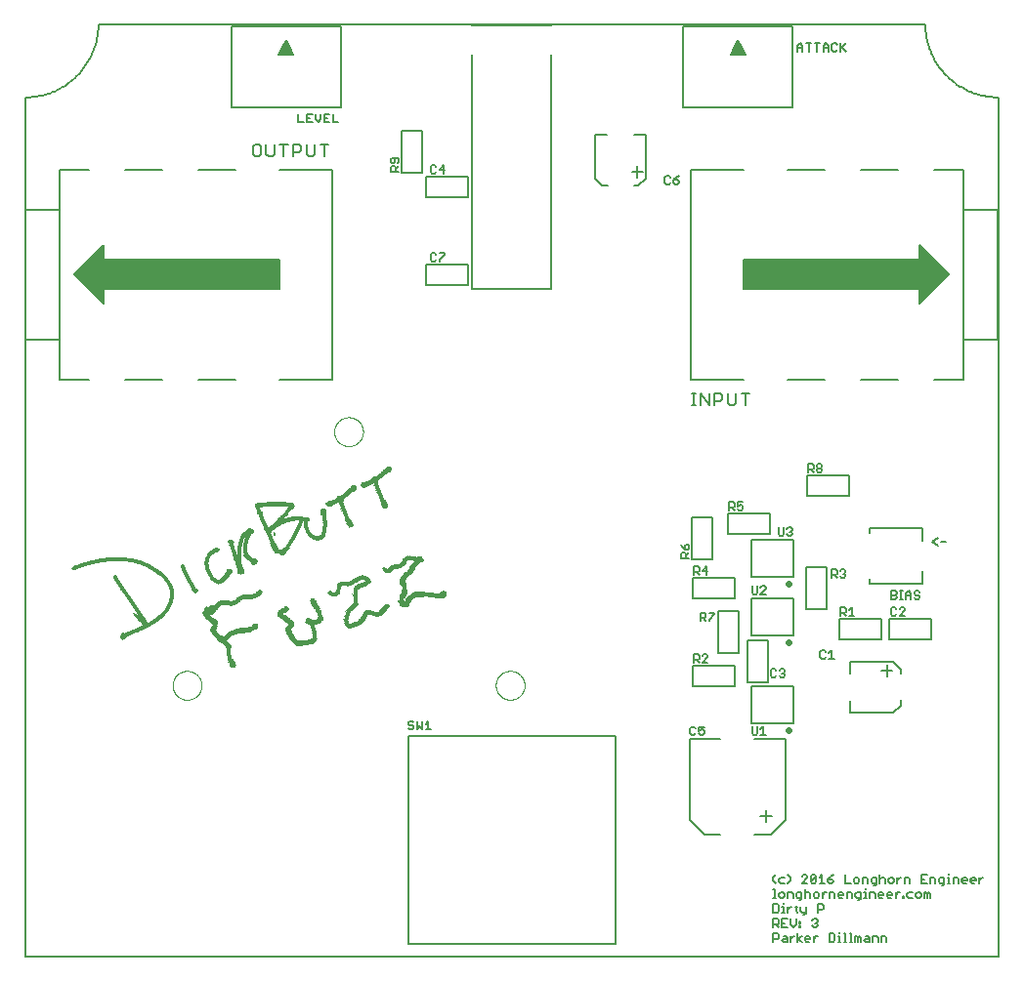
<source format=gto>
G75*
%MOIN*%
%OFA0B0*%
%FSLAX25Y25*%
%IPPOS*%
%LPD*%
%AMOC8*
5,1,8,0,0,1.08239X$1,22.5*
%
%ADD10C,0.00500*%
%ADD11R,0.00100X0.00034*%
%ADD12R,0.00300X0.00033*%
%ADD13R,0.00200X0.00033*%
%ADD14R,0.00730X0.00033*%
%ADD15R,0.00860X0.00034*%
%ADD16R,0.01000X0.00033*%
%ADD17R,0.01070X0.00033*%
%ADD18R,0.01130X0.00034*%
%ADD19R,0.01170X0.00033*%
%ADD20R,0.01230X0.00033*%
%ADD21R,0.01370X0.00034*%
%ADD22R,0.01430X0.00033*%
%ADD23R,0.01500X0.00033*%
%ADD24R,0.01530X0.00034*%
%ADD25R,0.01600X0.00033*%
%ADD26R,0.01630X0.00033*%
%ADD27R,0.01660X0.00034*%
%ADD28R,0.01700X0.00033*%
%ADD29R,0.01740X0.00033*%
%ADD30R,0.01730X0.00034*%
%ADD31R,0.01770X0.00033*%
%ADD32R,0.01830X0.00034*%
%ADD33R,0.01860X0.00033*%
%ADD34R,0.01900X0.00034*%
%ADD35R,0.01970X0.00033*%
%ADD36R,0.02000X0.00034*%
%ADD37R,0.02030X0.00033*%
%ADD38R,0.02070X0.00034*%
%ADD39R,0.02070X0.00033*%
%ADD40R,0.02030X0.00034*%
%ADD41R,0.02000X0.00033*%
%ADD42R,0.01930X0.00034*%
%ADD43R,0.01930X0.00033*%
%ADD44R,0.01900X0.00033*%
%ADD45R,0.01940X0.00034*%
%ADD46R,0.01960X0.00033*%
%ADD47R,0.00030X0.00033*%
%ADD48R,0.01830X0.00033*%
%ADD49R,0.01870X0.00034*%
%ADD50R,0.01800X0.00033*%
%ADD51R,0.01770X0.00034*%
%ADD52R,0.01760X0.00033*%
%ADD53R,0.01730X0.00033*%
%ADD54R,0.01700X0.00034*%
%ADD55R,0.01740X0.00034*%
%ADD56R,0.01670X0.00034*%
%ADD57R,0.01600X0.00034*%
%ADD58R,0.01570X0.00033*%
%ADD59R,0.01630X0.00034*%
%ADD60R,0.01560X0.00034*%
%ADD61R,0.01640X0.00034*%
%ADD62R,0.01640X0.00033*%
%ADD63R,0.01570X0.00034*%
%ADD64R,0.01530X0.00033*%
%ADD65R,0.01560X0.00033*%
%ADD66R,0.01500X0.00034*%
%ADD67R,0.01470X0.00033*%
%ADD68R,0.01470X0.00034*%
%ADD69R,0.01460X0.00033*%
%ADD70R,0.01460X0.00034*%
%ADD71R,0.01430X0.00034*%
%ADD72R,0.01670X0.00033*%
%ADD73R,0.00030X0.00034*%
%ADD74R,0.01760X0.00034*%
%ADD75R,0.01800X0.00034*%
%ADD76R,0.01840X0.00034*%
%ADD77R,0.00040X0.00033*%
%ADD78R,0.00160X0.00034*%
%ADD79R,0.00500X0.00033*%
%ADD80R,0.00800X0.00033*%
%ADD81R,0.01170X0.00034*%
%ADD82R,0.01940X0.00033*%
%ADD83R,0.01370X0.00033*%
%ADD84R,0.02100X0.00034*%
%ADD85R,0.02040X0.00033*%
%ADD86R,0.02640X0.00033*%
%ADD87R,0.00100X0.00033*%
%ADD88R,0.02140X0.00033*%
%ADD89R,0.03270X0.00033*%
%ADD90R,0.02130X0.00034*%
%ADD91R,0.03440X0.00034*%
%ADD92R,0.02170X0.00033*%
%ADD93R,0.03570X0.00033*%
%ADD94R,0.03830X0.00033*%
%ADD95R,0.02160X0.00034*%
%ADD96R,0.04000X0.00034*%
%ADD97R,0.02200X0.00033*%
%ADD98R,0.04200X0.00033*%
%ADD99R,0.04400X0.00033*%
%ADD100R,0.02230X0.00034*%
%ADD101R,0.04530X0.00034*%
%ADD102R,0.04800X0.00033*%
%ADD103R,0.02270X0.00033*%
%ADD104R,0.05330X0.00033*%
%ADD105R,0.05430X0.00034*%
%ADD106R,0.05660X0.00033*%
%ADD107R,0.02240X0.00033*%
%ADD108R,0.05800X0.00033*%
%ADD109R,0.02300X0.00034*%
%ADD110R,0.05900X0.00034*%
%ADD111R,0.00070X0.00034*%
%ADD112R,0.02230X0.00033*%
%ADD113R,0.06040X0.00033*%
%ADD114R,0.06170X0.00033*%
%ADD115R,0.02260X0.00034*%
%ADD116R,0.06300X0.00034*%
%ADD117R,0.06440X0.00033*%
%ADD118R,0.06530X0.00033*%
%ADD119R,0.06700X0.00034*%
%ADD120R,0.06740X0.00033*%
%ADD121R,0.06800X0.00033*%
%ADD122R,0.06930X0.00034*%
%ADD123R,0.02370X0.00033*%
%ADD124R,0.07000X0.00033*%
%ADD125R,0.02330X0.00033*%
%ADD126R,0.07030X0.00033*%
%ADD127R,0.02330X0.00034*%
%ADD128R,0.07200X0.00034*%
%ADD129R,0.02340X0.00033*%
%ADD130R,0.07270X0.00033*%
%ADD131R,0.02300X0.00033*%
%ADD132R,0.07330X0.00033*%
%ADD133R,0.07400X0.00034*%
%ADD134R,0.07440X0.00033*%
%ADD135R,0.07500X0.00033*%
%ADD136R,0.02340X0.00034*%
%ADD137R,0.07560X0.00034*%
%ADD138R,0.07600X0.00033*%
%ADD139R,0.07700X0.00033*%
%ADD140R,0.07760X0.00034*%
%ADD141R,0.07830X0.00033*%
%ADD142R,0.07900X0.00033*%
%ADD143R,0.07970X0.00034*%
%ADD144R,0.02400X0.00033*%
%ADD145R,0.08030X0.00033*%
%ADD146R,0.08100X0.00033*%
%ADD147R,0.02400X0.00034*%
%ADD148R,0.03240X0.00034*%
%ADD149R,0.00540X0.00034*%
%ADD150R,0.04230X0.00034*%
%ADD151R,0.03170X0.00033*%
%ADD152R,0.00070X0.00033*%
%ADD153R,0.03770X0.00033*%
%ADD154R,0.02460X0.00033*%
%ADD155R,0.02860X0.00033*%
%ADD156R,0.00060X0.00033*%
%ADD157R,0.00040X0.00034*%
%ADD158R,0.02370X0.00034*%
%ADD159R,0.02740X0.00034*%
%ADD160R,0.03470X0.00034*%
%ADD161R,0.02500X0.00033*%
%ADD162R,0.02630X0.00033*%
%ADD163R,0.03160X0.00033*%
%ADD164R,0.02630X0.00034*%
%ADD165R,0.03000X0.00034*%
%ADD166R,0.02100X0.00033*%
%ADD167R,0.02740X0.00033*%
%ADD168R,0.02670X0.00033*%
%ADD169R,0.02830X0.00033*%
%ADD170R,0.02700X0.00034*%
%ADD171R,0.02600X0.00034*%
%ADD172R,0.02760X0.00033*%
%ADD173R,0.02530X0.00033*%
%ADD174R,0.02800X0.00033*%
%ADD175R,0.02830X0.00034*%
%ADD176R,0.01970X0.00034*%
%ADD177R,0.02170X0.00034*%
%ADD178R,0.02940X0.00033*%
%ADD179R,0.03070X0.00033*%
%ADD180R,0.03130X0.00034*%
%ADD181R,0.03200X0.00033*%
%ADD182R,0.01840X0.00033*%
%ADD183R,0.01870X0.00033*%
%ADD184R,0.00200X0.00034*%
%ADD185R,0.00330X0.00033*%
%ADD186R,0.03300X0.00033*%
%ADD187R,0.00140X0.00033*%
%ADD188R,0.00430X0.00033*%
%ADD189R,0.03330X0.00033*%
%ADD190R,0.00770X0.00034*%
%ADD191R,0.03330X0.00034*%
%ADD192R,0.00930X0.00033*%
%ADD193R,0.03430X0.00033*%
%ADD194R,0.01100X0.00033*%
%ADD195R,0.03560X0.00033*%
%ADD196R,0.01070X0.00034*%
%ADD197R,0.03600X0.00034*%
%ADD198R,0.03700X0.00033*%
%ADD199R,0.01270X0.00033*%
%ADD200R,0.01330X0.00034*%
%ADD201R,0.03830X0.00034*%
%ADD202R,0.01330X0.00033*%
%ADD203R,0.03870X0.00033*%
%ADD204R,0.01360X0.00033*%
%ADD205R,0.03930X0.00033*%
%ADD206R,0.03960X0.00034*%
%ADD207R,0.04040X0.00033*%
%ADD208R,0.04100X0.00033*%
%ADD209R,0.04200X0.00034*%
%ADD210R,0.04300X0.00033*%
%ADD211R,0.04330X0.00033*%
%ADD212R,0.04400X0.00034*%
%ADD213R,0.04530X0.00033*%
%ADD214R,0.04640X0.00033*%
%ADD215R,0.04700X0.00034*%
%ADD216R,0.04760X0.00033*%
%ADD217R,0.04900X0.00033*%
%ADD218R,0.04970X0.00034*%
%ADD219R,0.01400X0.00034*%
%ADD220R,0.05000X0.00033*%
%ADD221R,0.01400X0.00033*%
%ADD222R,0.05100X0.00033*%
%ADD223R,0.05170X0.00034*%
%ADD224R,0.05230X0.00033*%
%ADD225R,0.00270X0.00033*%
%ADD226R,0.02060X0.00034*%
%ADD227R,0.00170X0.00034*%
%ADD228R,0.00140X0.00034*%
%ADD229R,0.02200X0.00034*%
%ADD230R,0.02130X0.00033*%
%ADD231R,0.00170X0.00033*%
%ADD232R,0.02140X0.00034*%
%ADD233R,0.02060X0.00033*%
%ADD234R,0.02270X0.00034*%
%ADD235R,0.02440X0.00033*%
%ADD236R,0.02470X0.00034*%
%ADD237R,0.02570X0.00033*%
%ADD238R,0.02670X0.00034*%
%ADD239R,0.02360X0.00033*%
%ADD240R,0.02840X0.00033*%
%ADD241R,0.02600X0.00033*%
%ADD242R,0.02900X0.00034*%
%ADD243R,0.02970X0.00033*%
%ADD244R,0.02700X0.00033*%
%ADD245R,0.01660X0.00033*%
%ADD246R,0.03030X0.00033*%
%ADD247R,0.02730X0.00033*%
%ADD248R,0.03030X0.00034*%
%ADD249R,0.02800X0.00034*%
%ADD250R,0.03100X0.00033*%
%ADD251R,0.02770X0.00033*%
%ADD252R,0.03170X0.00034*%
%ADD253R,0.02770X0.00034*%
%ADD254R,0.03240X0.00033*%
%ADD255R,0.02930X0.00033*%
%ADD256R,0.02970X0.00034*%
%ADD257R,0.03360X0.00033*%
%ADD258R,0.02960X0.00033*%
%ADD259R,0.03040X0.00034*%
%ADD260R,0.03440X0.00033*%
%ADD261R,0.00340X0.00033*%
%ADD262R,0.00060X0.00034*%
%ADD263R,0.01440X0.00033*%
%ADD264R,0.03260X0.00033*%
%ADD265R,0.02840X0.00034*%
%ADD266R,0.01440X0.00034*%
%ADD267R,0.03470X0.00033*%
%ADD268R,0.02870X0.00034*%
%ADD269R,0.03670X0.00034*%
%ADD270R,0.03800X0.00033*%
%ADD271R,0.04130X0.00033*%
%ADD272R,0.00160X0.00033*%
%ADD273R,0.02940X0.00034*%
%ADD274R,0.04600X0.00034*%
%ADD275R,0.00530X0.00034*%
%ADD276R,0.00440X0.00034*%
%ADD277R,0.02900X0.00033*%
%ADD278R,0.05640X0.00033*%
%ADD279R,0.05900X0.00033*%
%ADD280R,0.06400X0.00034*%
%ADD281R,0.06600X0.00033*%
%ADD282R,0.06630X0.00033*%
%ADD283R,0.03100X0.00034*%
%ADD284R,0.06660X0.00034*%
%ADD285R,0.03000X0.00033*%
%ADD286R,0.06770X0.00033*%
%ADD287R,0.06830X0.00033*%
%ADD288R,0.02960X0.00034*%
%ADD289R,0.07030X0.00034*%
%ADD290R,0.06960X0.00033*%
%ADD291R,0.07070X0.00034*%
%ADD292R,0.07160X0.00033*%
%ADD293R,0.02040X0.00034*%
%ADD294R,0.07100X0.00034*%
%ADD295R,0.06970X0.00033*%
%ADD296R,0.07000X0.00034*%
%ADD297R,0.06840X0.00034*%
%ADD298R,0.06860X0.00033*%
%ADD299R,0.06940X0.00033*%
%ADD300R,0.06960X0.00034*%
%ADD301R,0.06930X0.00033*%
%ADD302R,0.06870X0.00034*%
%ADD303R,0.02870X0.00033*%
%ADD304R,0.06800X0.00034*%
%ADD305R,0.06770X0.00034*%
%ADD306R,0.06500X0.00033*%
%ADD307R,0.06340X0.00034*%
%ADD308R,0.06200X0.00033*%
%ADD309R,0.06000X0.00033*%
%ADD310R,0.05770X0.00034*%
%ADD311R,0.00130X0.00033*%
%ADD312R,0.00400X0.00033*%
%ADD313R,0.03630X0.00033*%
%ADD314R,0.00700X0.00033*%
%ADD315R,0.03340X0.00034*%
%ADD316R,0.00800X0.00034*%
%ADD317R,0.01030X0.00033*%
%ADD318R,0.03070X0.00034*%
%ADD319R,0.02660X0.00033*%
%ADD320R,0.02560X0.00034*%
%ADD321R,0.02570X0.00034*%
%ADD322R,0.02460X0.00034*%
%ADD323R,0.01860X0.00034*%
%ADD324R,0.02660X0.00034*%
%ADD325R,0.02240X0.00034*%
%ADD326R,0.03230X0.00033*%
%ADD327R,0.01540X0.00033*%
%ADD328R,0.03400X0.00033*%
%ADD329R,0.03500X0.00033*%
%ADD330R,0.03760X0.00034*%
%ADD331R,0.03760X0.00033*%
%ADD332R,0.03900X0.00033*%
%ADD333R,0.03940X0.00034*%
%ADD334R,0.02430X0.00033*%
%ADD335R,0.04070X0.00033*%
%ADD336R,0.02360X0.00034*%
%ADD337R,0.04270X0.00034*%
%ADD338R,0.04370X0.00033*%
%ADD339R,0.02530X0.00034*%
%ADD340R,0.04440X0.00033*%
%ADD341R,0.04470X0.00033*%
%ADD342R,0.01300X0.00034*%
%ADD343R,0.04570X0.00034*%
%ADD344R,0.01200X0.00033*%
%ADD345R,0.04630X0.00033*%
%ADD346R,0.01160X0.00033*%
%ADD347R,0.01000X0.00034*%
%ADD348R,0.04830X0.00034*%
%ADD349R,0.03060X0.00033*%
%ADD350R,0.00900X0.00033*%
%ADD351R,0.04970X0.00033*%
%ADD352R,0.03300X0.00034*%
%ADD353R,0.05070X0.00034*%
%ADD354R,0.03370X0.00033*%
%ADD355R,0.00600X0.00033*%
%ADD356R,0.02470X0.00033*%
%ADD357R,0.03570X0.00034*%
%ADD358R,0.00130X0.00034*%
%ADD359R,0.03370X0.00034*%
%ADD360R,0.03670X0.00033*%
%ADD361R,0.03130X0.00033*%
%ADD362R,0.03800X0.00034*%
%ADD363R,0.03200X0.00034*%
%ADD364R,0.01540X0.00034*%
%ADD365R,0.04040X0.00034*%
%ADD366R,0.03060X0.00034*%
%ADD367R,0.04140X0.00033*%
%ADD368R,0.04230X0.00033*%
%ADD369R,0.04340X0.00034*%
%ADD370R,0.04330X0.00034*%
%ADD371R,0.02160X0.00033*%
%ADD372R,0.04500X0.00033*%
%ADD373R,0.04560X0.00034*%
%ADD374R,0.04740X0.00033*%
%ADD375R,0.02560X0.00033*%
%ADD376R,0.04770X0.00033*%
%ADD377R,0.04860X0.00034*%
%ADD378R,0.04930X0.00033*%
%ADD379R,0.02260X0.00033*%
%ADD380R,0.05030X0.00033*%
%ADD381R,0.02430X0.00034*%
%ADD382R,0.05140X0.00034*%
%ADD383R,0.05170X0.00033*%
%ADD384R,0.05160X0.00033*%
%ADD385R,0.02540X0.00034*%
%ADD386R,0.05240X0.00034*%
%ADD387R,0.05270X0.00033*%
%ADD388R,0.05370X0.00033*%
%ADD389R,0.02500X0.00034*%
%ADD390R,0.02540X0.00033*%
%ADD391R,0.05470X0.00033*%
%ADD392R,0.05540X0.00033*%
%ADD393R,0.05570X0.00034*%
%ADD394R,0.05600X0.00033*%
%ADD395R,0.05560X0.00034*%
%ADD396R,0.05560X0.00033*%
%ADD397R,0.05600X0.00034*%
%ADD398R,0.01300X0.00033*%
%ADD399R,0.00440X0.00033*%
%ADD400R,0.02440X0.00034*%
%ADD401R,0.02730X0.00034*%
%ADD402R,0.00870X0.00033*%
%ADD403R,0.01100X0.00034*%
%ADD404R,0.00970X0.00033*%
%ADD405R,0.00940X0.00034*%
%ADD406R,0.03430X0.00034*%
%ADD407R,0.03600X0.00033*%
%ADD408R,0.00830X0.00033*%
%ADD409R,0.00760X0.00033*%
%ADD410R,0.00770X0.00033*%
%ADD411R,0.04160X0.00033*%
%ADD412R,0.00600X0.00034*%
%ADD413R,0.00500X0.00034*%
%ADD414R,0.00560X0.00033*%
%ADD415R,0.00530X0.00033*%
%ADD416R,0.06760X0.00033*%
%ADD417R,0.06740X0.00034*%
%ADD418R,0.06840X0.00033*%
%ADD419R,0.06870X0.00033*%
%ADD420R,0.06900X0.00033*%
%ADD421R,0.06940X0.00034*%
%ADD422R,0.03660X0.00033*%
%ADD423R,0.03700X0.00034*%
%ADD424R,0.06900X0.00034*%
%ADD425R,0.06970X0.00034*%
%ADD426R,0.03740X0.00033*%
%ADD427R,0.03770X0.00034*%
%ADD428R,0.04360X0.00034*%
%ADD429R,0.03860X0.00033*%
%ADD430R,0.03860X0.00034*%
%ADD431R,0.03940X0.00033*%
%ADD432R,0.04000X0.00033*%
%ADD433R,0.03970X0.00034*%
%ADD434R,0.02760X0.00034*%
%ADD435R,0.03960X0.00033*%
%ADD436R,0.04030X0.00033*%
%ADD437R,0.03970X0.00033*%
%ADD438R,0.00560X0.00034*%
%ADD439R,0.04130X0.00034*%
%ADD440R,0.01360X0.00034*%
%ADD441R,0.04270X0.00033*%
%ADD442R,0.04260X0.00034*%
%ADD443R,0.04340X0.00033*%
%ADD444R,0.04370X0.00034*%
%ADD445R,0.04360X0.00033*%
%ADD446R,0.01340X0.00034*%
%ADD447R,0.01340X0.00033*%
%ADD448R,0.00470X0.00034*%
%ADD449R,0.03530X0.00034*%
%ADD450R,0.01270X0.00034*%
%ADD451R,0.00460X0.00033*%
%ADD452R,0.03140X0.00033*%
%ADD453R,0.00670X0.00033*%
%ADD454R,0.01260X0.00033*%
%ADD455R,0.00370X0.00033*%
%ADD456R,0.00240X0.00033*%
%ADD457R,0.01230X0.00034*%
%ADD458R,0.01240X0.00033*%
%ADD459R,0.01260X0.00034*%
%ADD460R,0.01040X0.00033*%
%ADD461R,0.00630X0.00033*%
%ADD462R,0.00570X0.00034*%
%ADD463R,0.01960X0.00034*%
%ADD464R,0.00960X0.00033*%
%ADD465R,0.03140X0.00034*%
%ADD466R,0.00870X0.00034*%
%ADD467R,0.03360X0.00034*%
%ADD468R,0.03640X0.00034*%
%ADD469R,0.07040X0.00033*%
%ADD470R,0.07060X0.00033*%
%ADD471R,0.07100X0.00033*%
%ADD472R,0.03730X0.00033*%
%ADD473R,0.07070X0.00033*%
%ADD474R,0.01240X0.00034*%
%ADD475R,0.03840X0.00033*%
%ADD476R,0.01200X0.00034*%
%ADD477R,0.01140X0.00034*%
%ADD478R,0.01060X0.00033*%
%ADD479R,0.00940X0.00033*%
%ADD480R,0.00730X0.00034*%
%ADD481R,0.00470X0.00033*%
%ADD482R,0.04730X0.00033*%
%ADD483R,0.00360X0.00033*%
%ADD484R,0.05270X0.00034*%
%ADD485R,0.05400X0.00033*%
%ADD486R,0.05670X0.00034*%
%ADD487R,0.05830X0.00033*%
%ADD488R,0.05870X0.00034*%
%ADD489R,0.05960X0.00033*%
%ADD490R,0.05970X0.00034*%
%ADD491R,0.06170X0.00034*%
%ADD492R,0.06100X0.00033*%
%ADD493R,0.06200X0.00034*%
%ADD494R,0.03870X0.00034*%
%ADD495R,0.06070X0.00033*%
%ADD496R,0.01160X0.00034*%
%ADD497R,0.06070X0.00034*%
%ADD498R,0.04500X0.00034*%
%ADD499R,0.06130X0.00033*%
%ADD500R,0.06130X0.00034*%
%ADD501R,0.00700X0.00034*%
%ADD502R,0.00840X0.00034*%
%ADD503R,0.00240X0.00034*%
%ADD504R,0.05230X0.00034*%
%ADD505R,0.05930X0.00033*%
%ADD506R,0.05340X0.00033*%
%ADD507R,0.06270X0.00034*%
%ADD508R,0.05730X0.00034*%
%ADD509R,0.06560X0.00034*%
%ADD510R,0.06270X0.00033*%
%ADD511R,0.12470X0.00033*%
%ADD512R,0.06160X0.00033*%
%ADD513R,0.12500X0.00033*%
%ADD514R,0.12540X0.00034*%
%ADD515R,0.00230X0.00033*%
%ADD516R,0.00660X0.00033*%
%ADD517R,0.06030X0.00034*%
%ADD518R,0.12440X0.00034*%
%ADD519R,0.12430X0.00033*%
%ADD520R,0.12400X0.00033*%
%ADD521R,0.12200X0.00034*%
%ADD522R,0.12130X0.00033*%
%ADD523R,0.12030X0.00033*%
%ADD524R,0.04300X0.00034*%
%ADD525R,0.12030X0.00034*%
%ADD526R,0.11970X0.00033*%
%ADD527R,0.11970X0.00034*%
%ADD528R,0.11800X0.00034*%
%ADD529R,0.01140X0.00033*%
%ADD530R,0.11730X0.00033*%
%ADD531R,0.11760X0.00033*%
%ADD532R,0.03270X0.00034*%
%ADD533R,0.08870X0.00033*%
%ADD534R,0.03460X0.00033*%
%ADD535R,0.08570X0.00033*%
%ADD536R,0.03540X0.00034*%
%ADD537R,0.08460X0.00034*%
%ADD538R,0.08200X0.00033*%
%ADD539R,0.03630X0.00034*%
%ADD540R,0.07600X0.00034*%
%ADD541R,0.07240X0.00033*%
%ADD542R,0.06300X0.00033*%
%ADD543R,0.03900X0.00034*%
%ADD544R,0.05930X0.00034*%
%ADD545R,0.05630X0.00033*%
%ADD546R,0.05200X0.00033*%
%ADD547R,0.00340X0.00034*%
%ADD548R,0.04840X0.00034*%
%ADD549R,0.00640X0.00033*%
%ADD550R,0.00370X0.00034*%
%ADD551R,0.01130X0.00033*%
%ADD552R,0.00740X0.00034*%
%ADD553R,0.01030X0.00034*%
%ADD554R,0.04600X0.00033*%
%ADD555R,0.04700X0.00033*%
%ADD556R,0.04760X0.00034*%
%ADD557R,0.04870X0.00033*%
%ADD558R,0.03040X0.00033*%
%ADD559R,0.04930X0.00034*%
%ADD560R,0.05070X0.00033*%
%ADD561R,0.05100X0.00034*%
%ADD562R,0.05130X0.00033*%
%ADD563R,0.05200X0.00034*%
%ADD564R,0.05460X0.00034*%
%ADD565R,0.05400X0.00034*%
%ADD566R,0.05430X0.00033*%
%ADD567R,0.05360X0.00033*%
%ADD568R,0.03400X0.00034*%
%ADD569R,0.04060X0.00033*%
%ADD570R,0.04100X0.00034*%
%ADD571R,0.04170X0.00033*%
%ADD572R,0.04670X0.00033*%
%ADD573R,0.04070X0.00034*%
%ADD574R,0.03500X0.00034*%
%ADD575R,0.00970X0.00034*%
%ADD576R,0.00430X0.00034*%
%ADD577R,0.00740X0.00033*%
%ADD578R,0.00630X0.00034*%
%ADD579R,0.03230X0.00034*%
%ADD580R,0.00570X0.00033*%
%ADD581R,0.03340X0.00033*%
%ADD582R,0.00830X0.00034*%
%ADD583R,0.00660X0.00034*%
%ADD584R,0.03640X0.00033*%
%ADD585R,0.02930X0.00034*%
%ADD586R,0.04170X0.00034*%
%ADD587R,0.03560X0.00034*%
%ADD588R,0.00330X0.00034*%
%ADD589R,0.00930X0.00034*%
%ADD590R,0.04030X0.00034*%
%ADD591R,0.04240X0.00033*%
%ADD592R,0.04570X0.00033*%
%ADD593R,0.04940X0.00034*%
%ADD594R,0.05530X0.00034*%
%ADD595R,0.05700X0.00033*%
%ADD596R,0.05760X0.00033*%
%ADD597R,0.06400X0.00033*%
%ADD598R,0.06600X0.00034*%
%ADD599R,0.00270X0.00034*%
%ADD600R,0.05030X0.00034*%
%ADD601R,0.07370X0.00033*%
%ADD602R,0.08500X0.00033*%
%ADD603R,0.06030X0.00033*%
%ADD604R,0.15560X0.00034*%
%ADD605R,0.15300X0.00033*%
%ADD606R,0.15170X0.00033*%
%ADD607R,0.14940X0.00034*%
%ADD608R,0.14760X0.00033*%
%ADD609R,0.14530X0.00033*%
%ADD610R,0.14200X0.00034*%
%ADD611R,0.14000X0.00033*%
%ADD612R,0.13600X0.00033*%
%ADD613R,0.13230X0.00034*%
%ADD614R,0.12930X0.00033*%
%ADD615R,0.06700X0.00033*%
%ADD616R,0.11670X0.00034*%
%ADD617R,0.06670X0.00034*%
%ADD618R,0.11400X0.00033*%
%ADD619R,0.06670X0.00033*%
%ADD620R,0.11270X0.00033*%
%ADD621R,0.10530X0.00034*%
%ADD622R,0.06630X0.00034*%
%ADD623R,0.10260X0.00033*%
%ADD624R,0.06570X0.00033*%
%ADD625R,0.09900X0.00033*%
%ADD626R,0.09560X0.00034*%
%ADD627R,0.06530X0.00034*%
%ADD628R,0.09060X0.00033*%
%ADD629R,0.06430X0.00033*%
%ADD630R,0.08430X0.00033*%
%ADD631R,0.06370X0.00033*%
%ADD632R,0.07770X0.00034*%
%ADD633R,0.06330X0.00034*%
%ADD634R,0.05960X0.00034*%
%ADD635R,0.05840X0.00033*%
%ADD636R,0.05760X0.00034*%
%ADD637R,0.00300X0.00034*%
%ADD638R,0.00540X0.00033*%
%ADD639R,0.00640X0.00034*%
%ADD640R,0.00840X0.00033*%
%ADD641R,0.00900X0.00034*%
%ADD642R,0.03930X0.00034*%
%ADD643R,0.00960X0.00034*%
%ADD644R,0.04830X0.00033*%
%ADD645R,0.04900X0.00034*%
%ADD646R,0.00260X0.00034*%
%ADD647R,0.00260X0.00033*%
%ADD648R,0.00230X0.00034*%
%ADD649R,0.03530X0.00033*%
%ADD650R,0.03540X0.00033*%
%ADD651R,0.04060X0.00034*%
%ADD652R,0.04800X0.00034*%
%ADD653R,0.05140X0.00033*%
%ADD654R,0.05330X0.00034*%
%ADD655R,0.05570X0.00033*%
%ADD656R,0.05860X0.00034*%
%ADD657R,0.10800X0.00033*%
%ADD658R,0.10740X0.00033*%
%ADD659R,0.10700X0.00034*%
%ADD660R,0.08800X0.00033*%
%ADD661R,0.08730X0.00033*%
%ADD662R,0.08630X0.00034*%
%ADD663R,0.08440X0.00033*%
%ADD664R,0.08340X0.00034*%
%ADD665R,0.08300X0.00033*%
%ADD666R,0.08170X0.00033*%
%ADD667R,0.08100X0.00034*%
%ADD668R,0.08040X0.00033*%
%ADD669R,0.06060X0.00033*%
%ADD670R,0.05730X0.00033*%
%ADD671R,0.05440X0.00033*%
%ADD672R,0.05260X0.00033*%
%ADD673R,0.05130X0.00034*%
%ADD674R,0.00360X0.00034*%
%ADD675R,0.04630X0.00034*%
%ADD676R,0.02860X0.00034*%
%ADD677R,0.03730X0.00034*%
%ADD678R,0.05740X0.00033*%
%ADD679R,0.07340X0.00034*%
%ADD680R,0.13500X0.00033*%
%ADD681R,0.13540X0.00033*%
%ADD682R,0.13570X0.00034*%
%ADD683R,0.13570X0.00033*%
%ADD684R,0.13470X0.00034*%
%ADD685R,0.13340X0.00033*%
%ADD686R,0.13340X0.00034*%
%ADD687R,0.13300X0.00033*%
%ADD688R,0.13300X0.00034*%
%ADD689R,0.13170X0.00033*%
%ADD690R,0.13100X0.00033*%
%ADD691R,0.13060X0.00034*%
%ADD692R,0.13030X0.00033*%
%ADD693R,0.13000X0.00033*%
%ADD694R,0.12930X0.00034*%
%ADD695R,0.12800X0.00033*%
%ADD696R,0.12600X0.00033*%
%ADD697R,0.12500X0.00034*%
%ADD698R,0.12270X0.00033*%
%ADD699R,0.11240X0.00034*%
%ADD700R,0.10830X0.00033*%
%ADD701R,0.10370X0.00033*%
%ADD702R,0.09870X0.00034*%
%ADD703R,0.09230X0.00033*%
%ADD704R,0.08970X0.00033*%
%ADD705R,0.07700X0.00034*%
%ADD706R,0.07200X0.00033*%
%ADD707R,0.00670X0.00034*%
%ADD708R,0.00860X0.00033*%
%ADD709R,0.03260X0.00034*%
%ADD710R,0.05060X0.00034*%
%ADD711C,0.00800*%
%ADD712C,0.00000*%
D10*
X0001250Y0001250D02*
X0001250Y0294750D01*
X0001854Y0294757D01*
X0002458Y0294779D01*
X0003061Y0294816D01*
X0003663Y0294867D01*
X0004263Y0294932D01*
X0004862Y0295012D01*
X0005459Y0295107D01*
X0006053Y0295216D01*
X0006645Y0295339D01*
X0007233Y0295476D01*
X0007818Y0295628D01*
X0008399Y0295794D01*
X0008975Y0295974D01*
X0009548Y0296167D01*
X0010115Y0296375D01*
X0010677Y0296596D01*
X0011234Y0296830D01*
X0011785Y0297078D01*
X0012330Y0297339D01*
X0012868Y0297614D01*
X0013400Y0297901D01*
X0013924Y0298201D01*
X0014441Y0298513D01*
X0014950Y0298838D01*
X0015452Y0299175D01*
X0015945Y0299525D01*
X0016429Y0299886D01*
X0016905Y0300258D01*
X0017371Y0300642D01*
X0017828Y0301037D01*
X0018275Y0301443D01*
X0018713Y0301860D01*
X0019140Y0302287D01*
X0019557Y0302725D01*
X0019963Y0303172D01*
X0020358Y0303629D01*
X0020742Y0304095D01*
X0021114Y0304571D01*
X0021475Y0305055D01*
X0021825Y0305548D01*
X0022162Y0306050D01*
X0022487Y0306559D01*
X0022799Y0307076D01*
X0023099Y0307600D01*
X0023386Y0308132D01*
X0023661Y0308670D01*
X0023922Y0309215D01*
X0024170Y0309766D01*
X0024404Y0310323D01*
X0024625Y0310885D01*
X0024833Y0311452D01*
X0025026Y0312025D01*
X0025206Y0312601D01*
X0025372Y0313182D01*
X0025524Y0313767D01*
X0025661Y0314355D01*
X0025784Y0314947D01*
X0025893Y0315541D01*
X0025988Y0316138D01*
X0026068Y0316737D01*
X0026133Y0317337D01*
X0026184Y0317939D01*
X0026221Y0318542D01*
X0026243Y0319146D01*
X0026250Y0319750D01*
X0308350Y0319750D01*
X0308357Y0319146D01*
X0308379Y0318542D01*
X0308416Y0317939D01*
X0308467Y0317337D01*
X0308532Y0316737D01*
X0308612Y0316138D01*
X0308707Y0315541D01*
X0308816Y0314947D01*
X0308939Y0314355D01*
X0309076Y0313767D01*
X0309228Y0313182D01*
X0309394Y0312601D01*
X0309574Y0312025D01*
X0309767Y0311452D01*
X0309975Y0310885D01*
X0310196Y0310323D01*
X0310430Y0309766D01*
X0310678Y0309215D01*
X0310939Y0308670D01*
X0311214Y0308132D01*
X0311501Y0307600D01*
X0311801Y0307076D01*
X0312113Y0306559D01*
X0312438Y0306050D01*
X0312775Y0305548D01*
X0313125Y0305055D01*
X0313486Y0304571D01*
X0313858Y0304095D01*
X0314242Y0303629D01*
X0314637Y0303172D01*
X0315043Y0302725D01*
X0315460Y0302287D01*
X0315887Y0301860D01*
X0316325Y0301443D01*
X0316772Y0301037D01*
X0317229Y0300642D01*
X0317695Y0300258D01*
X0318171Y0299886D01*
X0318655Y0299525D01*
X0319148Y0299175D01*
X0319650Y0298838D01*
X0320159Y0298513D01*
X0320676Y0298201D01*
X0321200Y0297901D01*
X0321732Y0297614D01*
X0322270Y0297339D01*
X0322815Y0297078D01*
X0323366Y0296830D01*
X0323923Y0296596D01*
X0324485Y0296375D01*
X0325052Y0296167D01*
X0325625Y0295974D01*
X0326201Y0295794D01*
X0326782Y0295628D01*
X0327367Y0295476D01*
X0327955Y0295339D01*
X0328547Y0295216D01*
X0329141Y0295107D01*
X0329738Y0295012D01*
X0330337Y0294932D01*
X0330937Y0294867D01*
X0331539Y0294816D01*
X0332142Y0294779D01*
X0332746Y0294757D01*
X0333350Y0294750D01*
X0333350Y0001250D01*
X0001250Y0001250D01*
X0131850Y0005850D02*
X0131850Y0076650D01*
X0202650Y0076650D01*
X0202650Y0005850D01*
X0131850Y0005850D01*
X0132450Y0079000D02*
X0132000Y0079450D01*
X0132450Y0079000D02*
X0133351Y0079000D01*
X0133802Y0079450D01*
X0133802Y0079901D01*
X0133351Y0080351D01*
X0132450Y0080351D01*
X0132000Y0080802D01*
X0132000Y0081252D01*
X0132450Y0081702D01*
X0133351Y0081702D01*
X0133802Y0081252D01*
X0134947Y0081702D02*
X0134947Y0079000D01*
X0135847Y0079901D01*
X0136748Y0079000D01*
X0136748Y0081702D01*
X0137893Y0080802D02*
X0138794Y0081702D01*
X0138794Y0079000D01*
X0137893Y0079000D02*
X0139695Y0079000D01*
X0224967Y0137413D02*
X0224967Y0138765D01*
X0225417Y0139215D01*
X0226318Y0139215D01*
X0226769Y0138765D01*
X0226769Y0137413D01*
X0227669Y0137413D02*
X0224967Y0137413D01*
X0226769Y0138314D02*
X0227669Y0139215D01*
X0227219Y0140360D02*
X0227669Y0140810D01*
X0227669Y0141711D01*
X0227219Y0142161D01*
X0226769Y0142161D01*
X0226318Y0141711D01*
X0226318Y0140360D01*
X0227219Y0140360D01*
X0226318Y0140360D02*
X0225417Y0141261D01*
X0224967Y0142161D01*
X0228707Y0137163D02*
X0228707Y0151337D01*
X0235793Y0151337D01*
X0235793Y0137163D01*
X0228707Y0137163D01*
X0229413Y0134533D02*
X0230765Y0134533D01*
X0231215Y0134083D01*
X0231215Y0133182D01*
X0230765Y0132731D01*
X0229413Y0132731D01*
X0229413Y0131831D02*
X0229413Y0134533D01*
X0230314Y0132731D02*
X0231215Y0131831D01*
X0232360Y0133182D02*
X0234161Y0133182D01*
X0233711Y0134533D02*
X0232360Y0133182D01*
X0233711Y0131831D02*
X0233711Y0134533D01*
X0229163Y0130793D02*
X0243337Y0130793D01*
X0243337Y0123707D01*
X0229163Y0123707D01*
X0229163Y0130793D01*
X0237707Y0119337D02*
X0237707Y0105163D01*
X0244793Y0105163D01*
X0244793Y0119337D01*
X0237707Y0119337D01*
X0236442Y0118672D02*
X0234640Y0118672D01*
X0233495Y0118221D02*
X0233495Y0117320D01*
X0233045Y0116870D01*
X0231694Y0116870D01*
X0232594Y0116870D02*
X0233495Y0115969D01*
X0234640Y0115969D02*
X0234640Y0116420D01*
X0236442Y0118221D01*
X0236442Y0118672D01*
X0233495Y0118221D02*
X0233045Y0118672D01*
X0231694Y0118672D01*
X0231694Y0115969D01*
X0230765Y0104533D02*
X0231215Y0104083D01*
X0231215Y0103182D01*
X0230765Y0102731D01*
X0229413Y0102731D01*
X0229413Y0101831D02*
X0229413Y0104533D01*
X0230765Y0104533D01*
X0232360Y0104083D02*
X0232810Y0104533D01*
X0233711Y0104533D01*
X0234161Y0104083D01*
X0234161Y0103632D01*
X0232360Y0101831D01*
X0234161Y0101831D01*
X0231215Y0101831D02*
X0230314Y0102731D01*
X0229163Y0100793D02*
X0243337Y0100793D01*
X0243337Y0093707D01*
X0229163Y0093707D01*
X0229163Y0100793D01*
X0247707Y0095163D02*
X0247707Y0109337D01*
X0254793Y0109337D01*
X0254793Y0095163D01*
X0247707Y0095163D01*
X0249163Y0093549D02*
X0249163Y0080951D01*
X0263337Y0080951D01*
X0263337Y0093549D01*
X0249163Y0093549D01*
X0255594Y0097281D02*
X0255594Y0099083D01*
X0256045Y0099533D01*
X0256946Y0099533D01*
X0257396Y0099083D01*
X0258541Y0099083D02*
X0258991Y0099533D01*
X0259892Y0099533D01*
X0260343Y0099083D01*
X0260343Y0098632D01*
X0259892Y0098182D01*
X0260343Y0097731D01*
X0260343Y0097281D01*
X0259892Y0096831D01*
X0258991Y0096831D01*
X0258541Y0097281D01*
X0257396Y0097281D02*
X0256946Y0096831D01*
X0256045Y0096831D01*
X0255594Y0097281D01*
X0259442Y0098182D02*
X0259892Y0098182D01*
X0261558Y0107828D02*
X0261368Y0107907D01*
X0261205Y0108032D01*
X0261080Y0108195D01*
X0261001Y0108385D01*
X0260974Y0108589D01*
X0261001Y0108792D01*
X0261080Y0108982D01*
X0261205Y0109145D01*
X0261368Y0109270D01*
X0261558Y0109349D01*
X0261762Y0109376D01*
X0261966Y0109349D01*
X0262156Y0109270D01*
X0262319Y0109145D01*
X0262444Y0108982D01*
X0262522Y0108792D01*
X0262549Y0108589D01*
X0262522Y0108385D01*
X0262444Y0108195D01*
X0262319Y0108032D01*
X0262156Y0107907D01*
X0261966Y0107828D01*
X0261762Y0107801D01*
X0261558Y0107828D01*
X0261336Y0107931D02*
X0262188Y0107931D01*
X0262528Y0108430D02*
X0260995Y0108430D01*
X0261058Y0108928D02*
X0262466Y0108928D01*
X0263337Y0110951D02*
X0249163Y0110951D01*
X0249163Y0123549D01*
X0263337Y0123549D01*
X0263337Y0110951D01*
X0267707Y0120163D02*
X0267707Y0134337D01*
X0274793Y0134337D01*
X0274793Y0120163D01*
X0267707Y0120163D01*
X0262156Y0127907D02*
X0261966Y0127828D01*
X0261762Y0127801D01*
X0261558Y0127828D01*
X0261368Y0127907D01*
X0261205Y0128032D01*
X0261080Y0128195D01*
X0261001Y0128385D01*
X0260974Y0128589D01*
X0261001Y0128792D01*
X0261080Y0128982D01*
X0261205Y0129145D01*
X0261368Y0129270D01*
X0261558Y0129349D01*
X0261762Y0129376D01*
X0261966Y0129349D01*
X0262156Y0129270D01*
X0262319Y0129145D01*
X0262444Y0128982D01*
X0262522Y0128792D01*
X0262549Y0128589D01*
X0262522Y0128385D01*
X0262444Y0128195D01*
X0262319Y0128032D01*
X0262156Y0127907D01*
X0262072Y0127872D02*
X0261452Y0127872D01*
X0261007Y0128370D02*
X0262516Y0128370D01*
X0262491Y0128869D02*
X0261033Y0128869D01*
X0261697Y0129367D02*
X0261827Y0129367D01*
X0263337Y0130951D02*
X0249163Y0130951D01*
X0249163Y0143549D01*
X0263337Y0143549D01*
X0263337Y0130951D01*
X0253949Y0127413D02*
X0253498Y0127864D01*
X0252598Y0127864D01*
X0252147Y0127413D01*
X0251002Y0127864D02*
X0251002Y0125612D01*
X0250552Y0125161D01*
X0249651Y0125161D01*
X0249201Y0125612D01*
X0249201Y0127864D01*
X0252147Y0125161D02*
X0253949Y0126963D01*
X0253949Y0127413D01*
X0253949Y0125161D02*
X0252147Y0125161D01*
X0255337Y0145707D02*
X0241163Y0145707D01*
X0241163Y0152793D01*
X0255337Y0152793D01*
X0255337Y0145707D01*
X0258201Y0145612D02*
X0258201Y0147864D01*
X0260002Y0147864D02*
X0260002Y0145612D01*
X0259552Y0145161D01*
X0258651Y0145161D01*
X0258201Y0145612D01*
X0261147Y0145612D02*
X0261598Y0145161D01*
X0262498Y0145161D01*
X0262949Y0145612D01*
X0262949Y0146062D01*
X0262498Y0146513D01*
X0262048Y0146513D01*
X0262498Y0146513D02*
X0262949Y0146963D01*
X0262949Y0147413D01*
X0262498Y0147864D01*
X0261598Y0147864D01*
X0261147Y0147413D01*
X0268163Y0158707D02*
X0282337Y0158707D01*
X0282337Y0165793D01*
X0268163Y0165793D01*
X0268163Y0158707D01*
X0268413Y0166831D02*
X0268413Y0169533D01*
X0269765Y0169533D01*
X0270215Y0169083D01*
X0270215Y0168182D01*
X0269765Y0167731D01*
X0268413Y0167731D01*
X0269314Y0167731D02*
X0270215Y0166831D01*
X0271360Y0167281D02*
X0271360Y0167731D01*
X0271810Y0168182D01*
X0272711Y0168182D01*
X0273161Y0167731D01*
X0273161Y0167281D01*
X0272711Y0166831D01*
X0271810Y0166831D01*
X0271360Y0167281D01*
X0271810Y0168182D02*
X0271360Y0168632D01*
X0271360Y0169083D01*
X0271810Y0169533D01*
X0272711Y0169533D01*
X0273161Y0169083D01*
X0273161Y0168632D01*
X0272711Y0168182D01*
X0289195Y0147699D02*
X0307305Y0147699D01*
X0307305Y0143368D01*
X0310752Y0142973D02*
X0312553Y0144324D01*
X0313698Y0142973D02*
X0315500Y0142973D01*
X0312553Y0141622D02*
X0310752Y0142973D01*
X0307305Y0133132D02*
X0307305Y0128801D01*
X0289195Y0128801D01*
X0289195Y0130376D01*
X0296751Y0126191D02*
X0296751Y0123489D01*
X0298102Y0123489D01*
X0298553Y0123939D01*
X0298553Y0124390D01*
X0298102Y0124840D01*
X0296751Y0124840D01*
X0296751Y0126191D02*
X0298102Y0126191D01*
X0298553Y0125741D01*
X0298553Y0125291D01*
X0298102Y0124840D01*
X0299698Y0123489D02*
X0300598Y0123489D01*
X0300148Y0123489D02*
X0300148Y0126191D01*
X0299698Y0126191D02*
X0300598Y0126191D01*
X0301662Y0125291D02*
X0302563Y0126191D01*
X0303464Y0125291D01*
X0303464Y0123489D01*
X0304609Y0123939D02*
X0305059Y0123489D01*
X0305960Y0123489D01*
X0306410Y0123939D01*
X0306410Y0124390D01*
X0305960Y0124840D01*
X0305059Y0124840D01*
X0304609Y0125291D01*
X0304609Y0125741D01*
X0305059Y0126191D01*
X0305960Y0126191D01*
X0306410Y0125741D01*
X0303464Y0124840D02*
X0301662Y0124840D01*
X0301662Y0125291D02*
X0301662Y0123489D01*
X0300892Y0120533D02*
X0299991Y0120533D01*
X0299541Y0120083D01*
X0298396Y0120083D02*
X0297946Y0120533D01*
X0297045Y0120533D01*
X0296594Y0120083D01*
X0296594Y0118281D01*
X0297045Y0117831D01*
X0297946Y0117831D01*
X0298396Y0118281D01*
X0299541Y0117831D02*
X0301343Y0119632D01*
X0301343Y0120083D01*
X0300892Y0120533D01*
X0301343Y0117831D02*
X0299541Y0117831D01*
X0296163Y0116793D02*
X0296163Y0109707D01*
X0310337Y0109707D01*
X0310337Y0116793D01*
X0296163Y0116793D01*
X0293337Y0116793D02*
X0279163Y0116793D01*
X0279163Y0109707D01*
X0293337Y0109707D01*
X0293337Y0116793D01*
X0284161Y0117831D02*
X0282360Y0117831D01*
X0283261Y0117831D02*
X0283261Y0120533D01*
X0282360Y0119632D01*
X0281215Y0119182D02*
X0280765Y0118731D01*
X0279413Y0118731D01*
X0279413Y0117831D02*
X0279413Y0120533D01*
X0280765Y0120533D01*
X0281215Y0120083D01*
X0281215Y0119182D01*
X0280314Y0118731D02*
X0281215Y0117831D01*
X0276355Y0105887D02*
X0276355Y0103185D01*
X0275454Y0103185D02*
X0277256Y0103185D01*
X0275454Y0104987D02*
X0276355Y0105887D01*
X0274309Y0105437D02*
X0273859Y0105887D01*
X0272958Y0105887D01*
X0272508Y0105437D01*
X0272508Y0103635D01*
X0272958Y0103185D01*
X0273859Y0103185D01*
X0274309Y0103635D01*
X0282589Y0101911D02*
X0282589Y0097974D01*
X0282589Y0101911D02*
X0297406Y0101911D01*
X0299911Y0099406D01*
X0299911Y0097974D01*
X0297156Y0099156D02*
X0293219Y0099156D01*
X0295187Y0101124D02*
X0295187Y0097187D01*
X0299911Y0088919D02*
X0299911Y0087094D01*
X0297406Y0084589D01*
X0282589Y0084589D01*
X0282589Y0088526D01*
X0262444Y0078982D02*
X0262522Y0078792D01*
X0262549Y0078589D01*
X0262522Y0078385D01*
X0262444Y0078195D01*
X0262319Y0078032D01*
X0262156Y0077907D01*
X0261966Y0077828D01*
X0261762Y0077801D01*
X0261558Y0077828D01*
X0261368Y0077907D01*
X0261205Y0078032D01*
X0261080Y0078195D01*
X0261001Y0078385D01*
X0260974Y0078589D01*
X0261001Y0078792D01*
X0261080Y0078982D01*
X0261205Y0079145D01*
X0261368Y0079270D01*
X0261558Y0079349D01*
X0261762Y0079376D01*
X0261966Y0079349D01*
X0262156Y0079270D01*
X0262319Y0079145D01*
X0262444Y0078982D01*
X0262416Y0079018D02*
X0261107Y0079018D01*
X0260984Y0078519D02*
X0262540Y0078519D01*
X0262304Y0078021D02*
X0261219Y0078021D01*
X0260589Y0075589D02*
X0250156Y0075589D01*
X0250552Y0077161D02*
X0251002Y0077612D01*
X0251002Y0079864D01*
X0252147Y0078963D02*
X0253048Y0079864D01*
X0253048Y0077161D01*
X0252147Y0077161D02*
X0253949Y0077161D01*
X0250552Y0077161D02*
X0249651Y0077161D01*
X0249201Y0077612D01*
X0249201Y0079864D01*
X0238344Y0075589D02*
X0227911Y0075589D01*
X0227911Y0047911D01*
X0232911Y0042911D01*
X0238344Y0042911D01*
X0250156Y0042911D02*
X0255589Y0042911D01*
X0260589Y0047911D01*
X0260589Y0075589D01*
X0254093Y0051376D02*
X0254093Y0047439D01*
X0256061Y0049407D02*
X0252124Y0049407D01*
X0257401Y0029202D02*
X0256500Y0028302D01*
X0256500Y0027401D01*
X0257401Y0026500D01*
X0258464Y0026950D02*
X0258915Y0026500D01*
X0260266Y0026500D01*
X0261411Y0026500D02*
X0262312Y0027401D01*
X0262312Y0028302D01*
X0261411Y0029202D01*
X0260266Y0028302D02*
X0258915Y0028302D01*
X0258464Y0027851D01*
X0258464Y0026950D01*
X0256950Y0024202D02*
X0256500Y0024202D01*
X0256950Y0024202D02*
X0256950Y0021500D01*
X0256500Y0021500D02*
X0257401Y0021500D01*
X0258464Y0021950D02*
X0258915Y0021500D01*
X0259815Y0021500D01*
X0260266Y0021950D01*
X0260266Y0022851D01*
X0259815Y0023302D01*
X0258915Y0023302D01*
X0258464Y0022851D01*
X0258464Y0021950D01*
X0259897Y0019653D02*
X0259897Y0019202D01*
X0259897Y0018302D02*
X0259897Y0016500D01*
X0259447Y0016500D02*
X0260347Y0016500D01*
X0261411Y0016500D02*
X0261411Y0018302D01*
X0262312Y0018302D02*
X0262762Y0018302D01*
X0262312Y0018302D02*
X0261411Y0017401D01*
X0259897Y0018302D02*
X0259447Y0018302D01*
X0258302Y0018752D02*
X0257851Y0019202D01*
X0256500Y0019202D01*
X0256500Y0016500D01*
X0257851Y0016500D01*
X0258302Y0016950D01*
X0258302Y0018752D01*
X0261411Y0021500D02*
X0261411Y0023302D01*
X0262762Y0023302D01*
X0263212Y0022851D01*
X0263212Y0021500D01*
X0264357Y0021950D02*
X0264808Y0021500D01*
X0266159Y0021500D01*
X0266159Y0021050D02*
X0266159Y0023302D01*
X0264808Y0023302D01*
X0264357Y0022851D01*
X0264357Y0021950D01*
X0265258Y0020599D02*
X0265709Y0020599D01*
X0266159Y0021050D01*
X0267304Y0021500D02*
X0267304Y0024202D01*
X0267754Y0023302D02*
X0268655Y0023302D01*
X0269105Y0022851D01*
X0269105Y0021500D01*
X0270250Y0021950D02*
X0270701Y0021500D01*
X0271602Y0021500D01*
X0272052Y0021950D01*
X0272052Y0022851D01*
X0271602Y0023302D01*
X0270701Y0023302D01*
X0270250Y0022851D01*
X0270250Y0021950D01*
X0267754Y0023302D02*
X0267304Y0022851D01*
X0268123Y0026500D02*
X0266322Y0026500D01*
X0268123Y0028302D01*
X0268123Y0028752D01*
X0267673Y0029202D01*
X0266772Y0029202D01*
X0266322Y0028752D01*
X0269268Y0028752D02*
X0269268Y0026950D01*
X0271070Y0028752D01*
X0271070Y0026950D01*
X0270619Y0026500D01*
X0269719Y0026500D01*
X0269268Y0026950D01*
X0269268Y0028752D02*
X0269719Y0029202D01*
X0270619Y0029202D01*
X0271070Y0028752D01*
X0272215Y0028302D02*
X0273116Y0029202D01*
X0273116Y0026500D01*
X0274016Y0026500D02*
X0272215Y0026500D01*
X0275161Y0026950D02*
X0275612Y0026500D01*
X0276512Y0026500D01*
X0276963Y0026950D01*
X0276963Y0027401D01*
X0276512Y0027851D01*
X0275161Y0027851D01*
X0275161Y0026950D01*
X0275161Y0027851D02*
X0276062Y0028752D01*
X0276963Y0029202D01*
X0281054Y0029202D02*
X0281054Y0026500D01*
X0282856Y0026500D01*
X0284001Y0026950D02*
X0284451Y0026500D01*
X0285352Y0026500D01*
X0285802Y0026950D01*
X0285802Y0027851D01*
X0285352Y0028302D01*
X0284451Y0028302D01*
X0284001Y0027851D01*
X0284001Y0026950D01*
X0286947Y0026500D02*
X0286947Y0028302D01*
X0288298Y0028302D01*
X0288749Y0027851D01*
X0288749Y0026500D01*
X0289894Y0026950D02*
X0290344Y0026500D01*
X0291695Y0026500D01*
X0291695Y0026050D02*
X0291695Y0028302D01*
X0290344Y0028302D01*
X0289894Y0027851D01*
X0289894Y0026950D01*
X0290795Y0025599D02*
X0291245Y0025599D01*
X0291695Y0026050D01*
X0292840Y0026500D02*
X0292840Y0029202D01*
X0293291Y0028302D02*
X0294192Y0028302D01*
X0294642Y0027851D01*
X0294642Y0026500D01*
X0295787Y0026950D02*
X0296237Y0026500D01*
X0297138Y0026500D01*
X0297588Y0026950D01*
X0297588Y0027851D01*
X0297138Y0028302D01*
X0296237Y0028302D01*
X0295787Y0027851D01*
X0295787Y0026950D01*
X0293291Y0028302D02*
X0292840Y0027851D01*
X0292800Y0023302D02*
X0293700Y0023302D01*
X0294151Y0022851D01*
X0294151Y0022401D01*
X0292349Y0022401D01*
X0292349Y0022851D02*
X0292800Y0023302D01*
X0292349Y0022851D02*
X0292349Y0021950D01*
X0292800Y0021500D01*
X0293700Y0021500D01*
X0295296Y0021950D02*
X0295296Y0022851D01*
X0295746Y0023302D01*
X0296647Y0023302D01*
X0297097Y0022851D01*
X0297097Y0022401D01*
X0295296Y0022401D01*
X0295296Y0021950D02*
X0295746Y0021500D01*
X0296647Y0021500D01*
X0298242Y0021500D02*
X0298242Y0023302D01*
X0298242Y0022401D02*
X0299143Y0023302D01*
X0299593Y0023302D01*
X0300698Y0021950D02*
X0301148Y0021950D01*
X0301148Y0021500D01*
X0300698Y0021500D01*
X0300698Y0021950D01*
X0302171Y0021950D02*
X0302621Y0021500D01*
X0303973Y0021500D01*
X0305118Y0021950D02*
X0305568Y0021500D01*
X0306469Y0021500D01*
X0306919Y0021950D01*
X0306919Y0022851D01*
X0306469Y0023302D01*
X0305568Y0023302D01*
X0305118Y0022851D01*
X0305118Y0021950D01*
X0303973Y0023302D02*
X0302621Y0023302D01*
X0302171Y0022851D01*
X0302171Y0021950D01*
X0302990Y0026500D02*
X0302990Y0027851D01*
X0302540Y0028302D01*
X0301189Y0028302D01*
X0301189Y0026500D01*
X0300085Y0028302D02*
X0299634Y0028302D01*
X0298733Y0027401D01*
X0298733Y0026500D02*
X0298733Y0028302D01*
X0291204Y0022851D02*
X0291204Y0021500D01*
X0291204Y0022851D02*
X0290754Y0023302D01*
X0289403Y0023302D01*
X0289403Y0021500D01*
X0288339Y0021500D02*
X0287438Y0021500D01*
X0287889Y0021500D02*
X0287889Y0023302D01*
X0287438Y0023302D01*
X0287889Y0024202D02*
X0287889Y0024653D01*
X0286293Y0023302D02*
X0284942Y0023302D01*
X0284492Y0022851D01*
X0284492Y0021950D01*
X0284942Y0021500D01*
X0286293Y0021500D01*
X0286293Y0021050D02*
X0286293Y0023302D01*
X0286293Y0021050D02*
X0285843Y0020599D01*
X0285393Y0020599D01*
X0283347Y0021500D02*
X0283347Y0022851D01*
X0282897Y0023302D01*
X0281545Y0023302D01*
X0281545Y0021500D01*
X0280400Y0022401D02*
X0278599Y0022401D01*
X0278599Y0022851D02*
X0279049Y0023302D01*
X0279950Y0023302D01*
X0280400Y0022851D01*
X0280400Y0022401D01*
X0279950Y0021500D02*
X0279049Y0021500D01*
X0278599Y0021950D01*
X0278599Y0022851D01*
X0277454Y0022851D02*
X0277454Y0021500D01*
X0277454Y0022851D02*
X0277004Y0023302D01*
X0275652Y0023302D01*
X0275652Y0021500D01*
X0274548Y0023302D02*
X0274098Y0023302D01*
X0273197Y0022401D01*
X0273197Y0021500D02*
X0273197Y0023302D01*
X0273075Y0019202D02*
X0273525Y0018752D01*
X0273525Y0017851D01*
X0273075Y0017401D01*
X0271724Y0017401D01*
X0271724Y0016500D02*
X0271724Y0019202D01*
X0273075Y0019202D01*
X0271110Y0014202D02*
X0270210Y0014202D01*
X0269759Y0013752D01*
X0270660Y0012851D02*
X0271110Y0012851D01*
X0271561Y0012401D01*
X0271561Y0011950D01*
X0271110Y0011500D01*
X0270210Y0011500D01*
X0269759Y0011950D01*
X0271110Y0012851D02*
X0271561Y0013302D01*
X0271561Y0013752D01*
X0271110Y0014202D01*
X0267632Y0016050D02*
X0267632Y0018302D01*
X0265831Y0018302D02*
X0265831Y0016950D01*
X0266281Y0016500D01*
X0267632Y0016500D01*
X0267632Y0016050D02*
X0267182Y0015599D01*
X0266731Y0015599D01*
X0264767Y0016500D02*
X0264317Y0016950D01*
X0264317Y0018752D01*
X0264767Y0018302D02*
X0263866Y0018302D01*
X0264195Y0014202D02*
X0264195Y0012401D01*
X0263294Y0011500D01*
X0262393Y0012401D01*
X0262393Y0014202D01*
X0261248Y0014202D02*
X0259447Y0014202D01*
X0259447Y0011500D01*
X0261248Y0011500D01*
X0260347Y0012851D02*
X0259447Y0012851D01*
X0258302Y0012851D02*
X0257851Y0012401D01*
X0256500Y0012401D01*
X0257401Y0012401D02*
X0258302Y0011500D01*
X0258302Y0012851D02*
X0258302Y0013752D01*
X0257851Y0014202D01*
X0256500Y0014202D01*
X0256500Y0011500D01*
X0256500Y0009202D02*
X0257851Y0009202D01*
X0258302Y0008752D01*
X0258302Y0007851D01*
X0257851Y0007401D01*
X0256500Y0007401D01*
X0256500Y0006500D02*
X0256500Y0009202D01*
X0259897Y0008302D02*
X0260798Y0008302D01*
X0261248Y0007851D01*
X0261248Y0006500D01*
X0259897Y0006500D01*
X0259447Y0006950D01*
X0259897Y0007401D01*
X0261248Y0007401D01*
X0262393Y0007401D02*
X0263294Y0008302D01*
X0263744Y0008302D01*
X0262393Y0008302D02*
X0262393Y0006500D01*
X0264848Y0006500D02*
X0264848Y0009202D01*
X0266200Y0008302D02*
X0264848Y0007401D01*
X0266200Y0006500D01*
X0267304Y0006950D02*
X0267304Y0007851D01*
X0267754Y0008302D01*
X0268655Y0008302D01*
X0269105Y0007851D01*
X0269105Y0007401D01*
X0267304Y0007401D01*
X0267304Y0006950D02*
X0267754Y0006500D01*
X0268655Y0006500D01*
X0270250Y0006500D02*
X0270250Y0008302D01*
X0270250Y0007401D02*
X0271151Y0008302D01*
X0271602Y0008302D01*
X0275652Y0009202D02*
X0275652Y0006500D01*
X0277003Y0006500D01*
X0277454Y0006950D01*
X0277454Y0008752D01*
X0277003Y0009202D01*
X0275652Y0009202D01*
X0278599Y0008302D02*
X0279049Y0008302D01*
X0279049Y0006500D01*
X0278599Y0006500D02*
X0279500Y0006500D01*
X0280563Y0006500D02*
X0281464Y0006500D01*
X0281014Y0006500D02*
X0281014Y0009202D01*
X0280563Y0009202D01*
X0279049Y0009202D02*
X0279049Y0009653D01*
X0282528Y0009202D02*
X0282978Y0009202D01*
X0282978Y0006500D01*
X0282528Y0006500D02*
X0283428Y0006500D01*
X0284492Y0006500D02*
X0284492Y0008302D01*
X0284942Y0008302D01*
X0285393Y0007851D01*
X0285843Y0008302D01*
X0286293Y0007851D01*
X0286293Y0006500D01*
X0285393Y0006500D02*
X0285393Y0007851D01*
X0287438Y0006950D02*
X0287889Y0007401D01*
X0289240Y0007401D01*
X0289240Y0007851D02*
X0289240Y0006500D01*
X0287889Y0006500D01*
X0287438Y0006950D01*
X0287889Y0008302D02*
X0288790Y0008302D01*
X0289240Y0007851D01*
X0290385Y0008302D02*
X0291736Y0008302D01*
X0292186Y0007851D01*
X0292186Y0006500D01*
X0293331Y0006500D02*
X0293331Y0008302D01*
X0294683Y0008302D01*
X0295133Y0007851D01*
X0295133Y0006500D01*
X0290385Y0006500D02*
X0290385Y0008302D01*
X0308064Y0021500D02*
X0308064Y0023302D01*
X0308514Y0023302D01*
X0308965Y0022851D01*
X0309415Y0023302D01*
X0309866Y0022851D01*
X0309866Y0021500D01*
X0308965Y0021500D02*
X0308965Y0022851D01*
X0308883Y0026500D02*
X0307082Y0026500D01*
X0307082Y0029202D01*
X0308883Y0029202D01*
X0310028Y0028302D02*
X0310028Y0026500D01*
X0310028Y0028302D02*
X0311380Y0028302D01*
X0311830Y0027851D01*
X0311830Y0026500D01*
X0312975Y0026950D02*
X0313425Y0026500D01*
X0314776Y0026500D01*
X0314776Y0026050D02*
X0314776Y0028302D01*
X0313425Y0028302D01*
X0312975Y0027851D01*
X0312975Y0026950D01*
X0313876Y0025599D02*
X0314326Y0025599D01*
X0314776Y0026050D01*
X0315921Y0026500D02*
X0316822Y0026500D01*
X0316372Y0026500D02*
X0316372Y0028302D01*
X0315921Y0028302D01*
X0316372Y0029202D02*
X0316372Y0029653D01*
X0317886Y0028302D02*
X0317886Y0026500D01*
X0319687Y0026500D02*
X0319687Y0027851D01*
X0319237Y0028302D01*
X0317886Y0028302D01*
X0320832Y0027851D02*
X0321283Y0028302D01*
X0322183Y0028302D01*
X0322634Y0027851D01*
X0322634Y0027401D01*
X0320832Y0027401D01*
X0320832Y0027851D02*
X0320832Y0026950D01*
X0321283Y0026500D01*
X0322183Y0026500D01*
X0323779Y0026950D02*
X0323779Y0027851D01*
X0324229Y0028302D01*
X0325130Y0028302D01*
X0325580Y0027851D01*
X0325580Y0027401D01*
X0323779Y0027401D01*
X0323779Y0026950D02*
X0324229Y0026500D01*
X0325130Y0026500D01*
X0326725Y0026500D02*
X0326725Y0028302D01*
X0326725Y0027401D02*
X0327626Y0028302D01*
X0328076Y0028302D01*
X0307983Y0027851D02*
X0307082Y0027851D01*
X0265790Y0013302D02*
X0265790Y0012851D01*
X0265340Y0012851D01*
X0265340Y0013302D01*
X0265790Y0013302D01*
X0265790Y0011950D02*
X0265790Y0011500D01*
X0265340Y0011500D01*
X0265340Y0011950D01*
X0265790Y0011950D01*
X0232459Y0077122D02*
X0231558Y0077122D01*
X0231108Y0077572D01*
X0231108Y0078473D02*
X0232009Y0078924D01*
X0232459Y0078924D01*
X0232909Y0078473D01*
X0232909Y0077572D01*
X0232459Y0077122D01*
X0231108Y0078473D02*
X0231108Y0079824D01*
X0232909Y0079824D01*
X0229963Y0079374D02*
X0229513Y0079824D01*
X0228612Y0079824D01*
X0228161Y0079374D01*
X0228161Y0077572D01*
X0228612Y0077122D01*
X0229513Y0077122D01*
X0229963Y0077572D01*
X0276413Y0130831D02*
X0276413Y0133533D01*
X0277765Y0133533D01*
X0278215Y0133083D01*
X0278215Y0132182D01*
X0277765Y0131731D01*
X0276413Y0131731D01*
X0277314Y0131731D02*
X0278215Y0130831D01*
X0279360Y0131281D02*
X0279810Y0130831D01*
X0280711Y0130831D01*
X0281161Y0131281D01*
X0281161Y0131731D01*
X0280711Y0132182D01*
X0280261Y0132182D01*
X0280711Y0132182D02*
X0281161Y0132632D01*
X0281161Y0133083D01*
X0280711Y0133533D01*
X0279810Y0133533D01*
X0279360Y0133083D01*
X0289195Y0146124D02*
X0289195Y0147699D01*
X0246161Y0154281D02*
X0245711Y0153831D01*
X0244810Y0153831D01*
X0244360Y0154281D01*
X0244360Y0155182D02*
X0245261Y0155632D01*
X0245711Y0155632D01*
X0246161Y0155182D01*
X0246161Y0154281D01*
X0244360Y0155182D02*
X0244360Y0156533D01*
X0246161Y0156533D01*
X0243215Y0156083D02*
X0243215Y0155182D01*
X0242765Y0154731D01*
X0241413Y0154731D01*
X0241413Y0153831D02*
X0241413Y0156533D01*
X0242765Y0156533D01*
X0243215Y0156083D01*
X0242314Y0154731D02*
X0243215Y0153831D01*
X0246250Y0198423D02*
X0228297Y0198423D01*
X0228297Y0270077D01*
X0246250Y0270077D01*
X0261250Y0270077D02*
X0274006Y0270077D01*
X0286250Y0270077D02*
X0299006Y0270077D01*
X0311250Y0270077D02*
X0321250Y0270077D01*
X0321250Y0256494D01*
X0333061Y0256494D01*
X0333061Y0212006D01*
X0321250Y0212006D01*
X0321250Y0198423D01*
X0311250Y0198423D01*
X0299006Y0198423D02*
X0286250Y0198423D01*
X0274006Y0198423D02*
X0261250Y0198423D01*
X0246250Y0229250D02*
X0246250Y0239250D01*
X0306250Y0239250D01*
X0306250Y0229250D01*
X0246250Y0229250D01*
X0246250Y0229568D02*
X0306250Y0229568D01*
X0311568Y0229568D01*
X0311070Y0229070D02*
X0306250Y0229070D01*
X0306250Y0229250D02*
X0306250Y0224250D01*
X0316250Y0234250D01*
X0306250Y0244250D01*
X0306250Y0229250D01*
X0306250Y0228571D02*
X0310571Y0228571D01*
X0310073Y0228073D02*
X0306250Y0228073D01*
X0306250Y0227574D02*
X0309574Y0227574D01*
X0309076Y0227076D02*
X0306250Y0227076D01*
X0306250Y0226577D02*
X0308577Y0226577D01*
X0308079Y0226079D02*
X0306250Y0226079D01*
X0306250Y0225580D02*
X0307580Y0225580D01*
X0307082Y0225082D02*
X0306250Y0225082D01*
X0306250Y0224583D02*
X0306583Y0224583D01*
X0306250Y0224250D02*
X0316250Y0234250D01*
X0306250Y0244250D01*
X0306250Y0224250D01*
X0306250Y0230067D02*
X0246250Y0230067D01*
X0246250Y0230565D02*
X0306250Y0230565D01*
X0312565Y0230565D01*
X0312067Y0230067D02*
X0306250Y0230067D01*
X0306250Y0231064D02*
X0246250Y0231064D01*
X0246250Y0231562D02*
X0306250Y0231562D01*
X0313562Y0231562D01*
X0313064Y0231064D02*
X0306250Y0231064D01*
X0306250Y0232061D02*
X0246250Y0232061D01*
X0246250Y0232559D02*
X0306250Y0232559D01*
X0314559Y0232559D01*
X0314061Y0232061D02*
X0306250Y0232061D01*
X0306250Y0233058D02*
X0246250Y0233058D01*
X0246250Y0233556D02*
X0306250Y0233556D01*
X0315556Y0233556D01*
X0315058Y0233058D02*
X0306250Y0233058D01*
X0306250Y0234055D02*
X0246250Y0234055D01*
X0246250Y0234553D02*
X0306250Y0234553D01*
X0315947Y0234553D01*
X0316250Y0234250D02*
X0271250Y0234250D01*
X0246250Y0235052D02*
X0306250Y0235052D01*
X0315448Y0235052D01*
X0314950Y0235550D02*
X0306250Y0235550D01*
X0246250Y0235550D01*
X0246250Y0236049D02*
X0306250Y0236049D01*
X0314451Y0236049D01*
X0313953Y0236547D02*
X0306250Y0236547D01*
X0246250Y0236547D01*
X0246250Y0237046D02*
X0306250Y0237046D01*
X0313454Y0237046D01*
X0312956Y0237544D02*
X0306250Y0237544D01*
X0246250Y0237544D01*
X0246250Y0238043D02*
X0306250Y0238043D01*
X0312457Y0238043D01*
X0311959Y0238541D02*
X0306250Y0238541D01*
X0246250Y0238541D01*
X0246250Y0239040D02*
X0306250Y0239040D01*
X0311460Y0239040D01*
X0310962Y0239538D02*
X0306250Y0239538D01*
X0306250Y0240037D02*
X0310463Y0240037D01*
X0309965Y0240535D02*
X0306250Y0240535D01*
X0306250Y0241034D02*
X0309466Y0241034D01*
X0308968Y0241532D02*
X0306250Y0241532D01*
X0306250Y0242031D02*
X0308469Y0242031D01*
X0307971Y0242529D02*
X0306250Y0242529D01*
X0306250Y0243028D02*
X0307472Y0243028D01*
X0306973Y0243527D02*
X0306250Y0243527D01*
X0306250Y0244025D02*
X0306475Y0244025D01*
X0306250Y0234055D02*
X0316055Y0234055D01*
X0321250Y0212006D02*
X0321250Y0256494D01*
X0281233Y0310500D02*
X0279882Y0311851D01*
X0279432Y0311401D02*
X0281233Y0313202D01*
X0279432Y0313202D02*
X0279432Y0310500D01*
X0278287Y0310950D02*
X0277836Y0310500D01*
X0276936Y0310500D01*
X0276485Y0310950D01*
X0276485Y0312752D01*
X0276936Y0313202D01*
X0277836Y0313202D01*
X0278287Y0312752D01*
X0275340Y0312302D02*
X0275340Y0310500D01*
X0275340Y0311851D02*
X0273539Y0311851D01*
X0273539Y0312302D02*
X0274440Y0313202D01*
X0275340Y0312302D01*
X0273539Y0312302D02*
X0273539Y0310500D01*
X0271493Y0310500D02*
X0271493Y0313202D01*
X0270592Y0313202D02*
X0272394Y0313202D01*
X0269447Y0313202D02*
X0267646Y0313202D01*
X0268546Y0313202D02*
X0268546Y0310500D01*
X0266501Y0310500D02*
X0266501Y0312302D01*
X0265600Y0313202D01*
X0264699Y0312302D01*
X0264699Y0310500D01*
X0264699Y0311851D02*
X0266501Y0311851D01*
X0263051Y0318935D02*
X0263051Y0291376D01*
X0225649Y0291376D01*
X0225649Y0318935D01*
X0263051Y0318935D01*
X0246311Y0310327D02*
X0242389Y0310327D01*
X0242638Y0310826D02*
X0246062Y0310826D01*
X0245813Y0311324D02*
X0242887Y0311324D01*
X0243136Y0311823D02*
X0245564Y0311823D01*
X0245314Y0312321D02*
X0243386Y0312321D01*
X0243635Y0312820D02*
X0245065Y0312820D01*
X0244816Y0313318D02*
X0243884Y0313318D01*
X0244133Y0313817D02*
X0244567Y0313817D01*
X0244350Y0314250D02*
X0241850Y0309250D01*
X0246850Y0309250D01*
X0244350Y0314250D01*
X0242139Y0309829D02*
X0246561Y0309829D01*
X0246810Y0309330D02*
X0241890Y0309330D01*
X0212911Y0281911D02*
X0212911Y0267094D01*
X0210406Y0264589D01*
X0208974Y0264589D01*
X0210156Y0267344D02*
X0210156Y0271281D01*
X0212124Y0269313D02*
X0208187Y0269313D01*
X0199919Y0264589D02*
X0198094Y0264589D01*
X0195589Y0267094D01*
X0195589Y0281911D01*
X0199526Y0281911D01*
X0208974Y0281911D02*
X0212911Y0281911D01*
X0219958Y0267887D02*
X0219508Y0267437D01*
X0219508Y0265635D01*
X0219958Y0265185D01*
X0220859Y0265185D01*
X0221309Y0265635D01*
X0222454Y0265635D02*
X0222905Y0265185D01*
X0223806Y0265185D01*
X0224256Y0265635D01*
X0224256Y0266086D01*
X0223806Y0266536D01*
X0222454Y0266536D01*
X0222454Y0265635D01*
X0222454Y0266536D02*
X0223355Y0267437D01*
X0224256Y0267887D01*
X0221309Y0267437D02*
X0220859Y0267887D01*
X0219958Y0267887D01*
X0180800Y0229250D02*
X0153800Y0229250D01*
X0153800Y0309250D01*
X0153800Y0319250D02*
X0154800Y0319250D01*
X0179800Y0319250D01*
X0180800Y0319250D01*
X0180800Y0309250D02*
X0180800Y0229250D01*
X0152337Y0230707D02*
X0152337Y0237793D01*
X0138163Y0237793D01*
X0138163Y0230707D01*
X0152337Y0230707D01*
X0142541Y0239281D02*
X0144343Y0241083D01*
X0144343Y0241533D01*
X0142541Y0241533D01*
X0141396Y0241083D02*
X0140946Y0241533D01*
X0140045Y0241533D01*
X0139594Y0241083D01*
X0139594Y0239281D01*
X0140045Y0238831D01*
X0140946Y0238831D01*
X0141396Y0239281D01*
X0142541Y0239281D02*
X0142541Y0238831D01*
X0138163Y0260707D02*
X0152337Y0260707D01*
X0152337Y0267793D01*
X0138163Y0267793D01*
X0138163Y0260707D01*
X0140045Y0268831D02*
X0140946Y0268831D01*
X0141396Y0269281D01*
X0140045Y0268831D02*
X0139594Y0269281D01*
X0139594Y0271083D01*
X0140045Y0271533D01*
X0140946Y0271533D01*
X0141396Y0271083D01*
X0142541Y0270182D02*
X0144343Y0270182D01*
X0143892Y0268831D02*
X0143892Y0271533D01*
X0142541Y0270182D01*
X0136793Y0269163D02*
X0136793Y0283337D01*
X0129707Y0283337D01*
X0129707Y0269163D01*
X0136793Y0269163D01*
X0128669Y0269413D02*
X0125967Y0269413D01*
X0125967Y0270765D01*
X0126417Y0271215D01*
X0127318Y0271215D01*
X0127769Y0270765D01*
X0127769Y0269413D01*
X0127769Y0270314D02*
X0128669Y0271215D01*
X0128219Y0272360D02*
X0128669Y0272810D01*
X0128669Y0273711D01*
X0128219Y0274161D01*
X0126417Y0274161D01*
X0125967Y0273711D01*
X0125967Y0272810D01*
X0126417Y0272360D01*
X0126868Y0272360D01*
X0127318Y0272810D01*
X0127318Y0274161D01*
X0106103Y0270077D02*
X0088150Y0270077D01*
X0094468Y0286300D02*
X0096270Y0286300D01*
X0097415Y0286300D02*
X0099216Y0286300D01*
X0100361Y0287201D02*
X0101262Y0286300D01*
X0102163Y0287201D01*
X0102163Y0289002D01*
X0103308Y0289002D02*
X0103308Y0286300D01*
X0105109Y0286300D01*
X0106254Y0286300D02*
X0106254Y0289002D01*
X0105109Y0289002D02*
X0103308Y0289002D01*
X0103308Y0287651D02*
X0104209Y0287651D01*
X0106254Y0286300D02*
X0108056Y0286300D01*
X0108951Y0291376D02*
X0108951Y0318935D01*
X0071549Y0318935D01*
X0071549Y0291376D01*
X0108951Y0291376D01*
X0100361Y0289002D02*
X0100361Y0287201D01*
X0098315Y0287651D02*
X0097415Y0287651D01*
X0097415Y0289002D02*
X0097415Y0286300D01*
X0097415Y0289002D02*
X0099216Y0289002D01*
X0094468Y0289002D02*
X0094468Y0286300D01*
X0106103Y0270077D02*
X0106103Y0198423D01*
X0088150Y0198423D01*
X0073150Y0198423D02*
X0060394Y0198423D01*
X0048150Y0198423D02*
X0035394Y0198423D01*
X0023150Y0198423D02*
X0013150Y0198423D01*
X0013150Y0212006D01*
X0001339Y0212006D01*
X0001339Y0256494D01*
X0013150Y0256494D01*
X0013150Y0270077D01*
X0023150Y0270077D01*
X0035394Y0270077D02*
X0048150Y0270077D01*
X0060394Y0270077D02*
X0073150Y0270077D01*
X0088150Y0239250D02*
X0088150Y0229250D01*
X0028150Y0229250D01*
X0028150Y0239250D01*
X0088150Y0239250D01*
X0088150Y0239040D02*
X0028150Y0239040D01*
X0022940Y0239040D01*
X0023438Y0239538D02*
X0028150Y0239538D01*
X0028150Y0239250D02*
X0028150Y0244250D01*
X0018150Y0234250D01*
X0028150Y0224250D01*
X0028150Y0239250D01*
X0028150Y0238541D02*
X0088150Y0238541D01*
X0088150Y0238043D02*
X0028150Y0238043D01*
X0021943Y0238043D01*
X0022441Y0238541D02*
X0028150Y0238541D01*
X0028150Y0237544D02*
X0088150Y0237544D01*
X0088150Y0237046D02*
X0028150Y0237046D01*
X0020946Y0237046D01*
X0021444Y0237544D02*
X0028150Y0237544D01*
X0028150Y0236547D02*
X0088150Y0236547D01*
X0088150Y0236049D02*
X0028150Y0236049D01*
X0019949Y0236049D01*
X0020447Y0236547D02*
X0028150Y0236547D01*
X0028150Y0235550D02*
X0088150Y0235550D01*
X0088150Y0235052D02*
X0028150Y0235052D01*
X0018952Y0235052D01*
X0019450Y0235550D02*
X0028150Y0235550D01*
X0028150Y0234553D02*
X0088150Y0234553D01*
X0088150Y0234055D02*
X0028150Y0234055D01*
X0018345Y0234055D01*
X0018150Y0234250D02*
X0028150Y0244250D01*
X0028150Y0224250D01*
X0018150Y0234250D01*
X0063150Y0234250D01*
X0088150Y0233556D02*
X0028150Y0233556D01*
X0018844Y0233556D01*
X0019342Y0233058D02*
X0028150Y0233058D01*
X0088150Y0233058D01*
X0088150Y0232559D02*
X0028150Y0232559D01*
X0019841Y0232559D01*
X0020339Y0232061D02*
X0028150Y0232061D01*
X0088150Y0232061D01*
X0088150Y0231562D02*
X0028150Y0231562D01*
X0020838Y0231562D01*
X0021336Y0231064D02*
X0028150Y0231064D01*
X0088150Y0231064D01*
X0088150Y0230565D02*
X0028150Y0230565D01*
X0021835Y0230565D01*
X0022333Y0230067D02*
X0028150Y0230067D01*
X0088150Y0230067D01*
X0088150Y0229568D02*
X0028150Y0229568D01*
X0022832Y0229568D01*
X0023330Y0229070D02*
X0028150Y0229070D01*
X0028150Y0228571D02*
X0023829Y0228571D01*
X0024327Y0228073D02*
X0028150Y0228073D01*
X0028150Y0227574D02*
X0024826Y0227574D01*
X0025324Y0227076D02*
X0028150Y0227076D01*
X0028150Y0226577D02*
X0025823Y0226577D01*
X0026321Y0226079D02*
X0028150Y0226079D01*
X0028150Y0225580D02*
X0026820Y0225580D01*
X0027318Y0225082D02*
X0028150Y0225082D01*
X0028150Y0224583D02*
X0027817Y0224583D01*
X0028150Y0234553D02*
X0018453Y0234553D01*
X0023937Y0240037D02*
X0028150Y0240037D01*
X0028150Y0240535D02*
X0024435Y0240535D01*
X0024934Y0241034D02*
X0028150Y0241034D01*
X0028150Y0241532D02*
X0025432Y0241532D01*
X0025931Y0242031D02*
X0028150Y0242031D01*
X0028150Y0242529D02*
X0026429Y0242529D01*
X0026928Y0243028D02*
X0028150Y0243028D01*
X0028150Y0243527D02*
X0027427Y0243527D01*
X0027925Y0244025D02*
X0028150Y0244025D01*
X0013150Y0256494D02*
X0013150Y0212006D01*
X0087750Y0309250D02*
X0090250Y0314250D01*
X0092750Y0309250D01*
X0087750Y0309250D01*
X0087790Y0309330D02*
X0092710Y0309330D01*
X0092461Y0309829D02*
X0088039Y0309829D01*
X0088289Y0310327D02*
X0092211Y0310327D01*
X0091962Y0310826D02*
X0088538Y0310826D01*
X0088787Y0311324D02*
X0091713Y0311324D01*
X0091464Y0311823D02*
X0089036Y0311823D01*
X0089286Y0312321D02*
X0091214Y0312321D01*
X0090965Y0312820D02*
X0089535Y0312820D01*
X0089784Y0313318D02*
X0090716Y0313318D01*
X0090467Y0313817D02*
X0090033Y0313817D01*
D11*
X0086902Y0156354D03*
X0095102Y0151454D03*
X0086472Y0145154D03*
X0074172Y0132054D03*
X0071372Y0131854D03*
X0071472Y0121154D03*
X0087832Y0117354D03*
X0088132Y0119354D03*
X0100802Y0114754D03*
X0106132Y0124454D03*
X0121402Y0118754D03*
X0134572Y0123954D03*
X0134632Y0125554D03*
X0140372Y0125254D03*
X0127332Y0134954D03*
X0125402Y0132354D03*
X0132602Y0136754D03*
X0072072Y0099954D03*
X0071932Y0099954D03*
X0038502Y0118354D03*
X0037302Y0136054D03*
X0033032Y0137454D03*
D12*
X0035232Y0137288D03*
X0063272Y0120521D03*
X0069402Y0122788D03*
X0070972Y0133488D03*
X0079332Y0135121D03*
X0086472Y0145288D03*
X0086432Y0145388D03*
X0086432Y0145421D03*
X0086402Y0145488D03*
X0086372Y0145588D03*
X0105172Y0154921D03*
X0117032Y0161388D03*
X0097972Y0116621D03*
X0096732Y0107588D03*
X0076832Y0111921D03*
X0071932Y0099988D03*
D13*
X0072252Y0099988D03*
X0068682Y0110588D03*
X0074622Y0111788D03*
X0068752Y0121421D03*
X0069122Y0122788D03*
X0077282Y0123388D03*
X0070522Y0133488D03*
X0066522Y0140621D03*
X0055022Y0135121D03*
X0059382Y0125421D03*
X0038582Y0118288D03*
X0030222Y0137288D03*
X0088352Y0156321D03*
X0092282Y0151288D03*
X0093782Y0151488D03*
X0113182Y0161888D03*
X0117152Y0161421D03*
X0124052Y0154321D03*
X0105682Y0125921D03*
X0118422Y0119388D03*
X0135222Y0125621D03*
X0136122Y0125688D03*
D14*
X0116417Y0131221D03*
X0072117Y0100021D03*
X0055017Y0134988D03*
D15*
X0090252Y0120554D03*
X0072152Y0100054D03*
X0097252Y0150954D03*
D16*
X0097282Y0150921D03*
X0112222Y0147921D03*
X0124082Y0154388D03*
X0072182Y0100088D03*
X0059322Y0125588D03*
X0039122Y0117788D03*
D17*
X0039217Y0117688D03*
X0031987Y0130888D03*
X0072187Y0100121D03*
X0105317Y0125821D03*
X0124787Y0132321D03*
X0097287Y0150888D03*
D18*
X0097287Y0150854D03*
X0124087Y0154454D03*
X0098017Y0116454D03*
X0072187Y0100154D03*
X0054987Y0134654D03*
D19*
X0051337Y0125521D03*
X0051337Y0124821D03*
X0051337Y0124788D03*
X0051337Y0124321D03*
X0051337Y0124288D03*
X0051267Y0123921D03*
X0051267Y0123888D03*
X0051267Y0123821D03*
X0051237Y0123488D03*
X0071667Y0121221D03*
X0090337Y0120488D03*
X0099437Y0123221D03*
X0124667Y0121288D03*
X0072167Y0100188D03*
D20*
X0072167Y0100221D03*
X0050337Y0120821D03*
X0050637Y0121488D03*
X0050767Y0121821D03*
X0050837Y0122021D03*
X0050867Y0122121D03*
X0050967Y0122421D03*
X0050967Y0122488D03*
X0051037Y0122688D03*
X0051067Y0122788D03*
X0051067Y0122821D03*
X0051067Y0122888D03*
X0051137Y0123188D03*
X0051137Y0123221D03*
X0051237Y0123688D03*
X0051237Y0123721D03*
X0051337Y0125721D03*
X0051267Y0126221D03*
X0051237Y0126321D03*
X0051237Y0126388D03*
X0051237Y0126421D03*
X0051167Y0126688D03*
X0051167Y0126721D03*
X0051137Y0126788D03*
X0051137Y0126821D03*
X0051067Y0127088D03*
X0055467Y0133221D03*
X0055437Y0133288D03*
X0055437Y0133321D03*
X0055367Y0133521D03*
X0055267Y0133788D03*
X0055267Y0133821D03*
X0055237Y0133888D03*
X0055137Y0134121D03*
X0055067Y0134288D03*
X0055037Y0134488D03*
X0066537Y0140488D03*
X0070837Y0133321D03*
X0070837Y0133288D03*
X0089037Y0138421D03*
X0097267Y0150821D03*
X0116967Y0161588D03*
X0124067Y0154521D03*
X0125367Y0168188D03*
X0123867Y0133621D03*
X0144067Y0125821D03*
X0034767Y0109788D03*
X0032037Y0130688D03*
X0032037Y0130721D03*
D21*
X0032067Y0130554D03*
X0032737Y0129454D03*
X0033067Y0128954D03*
X0033467Y0128354D03*
X0033667Y0128054D03*
X0033967Y0127554D03*
X0035137Y0125854D03*
X0018037Y0133554D03*
X0056167Y0131654D03*
X0056337Y0131354D03*
X0056467Y0131154D03*
X0056637Y0130854D03*
X0056667Y0130754D03*
X0056967Y0130154D03*
X0057067Y0129954D03*
X0057167Y0129754D03*
X0057367Y0129454D03*
X0057667Y0128854D03*
X0063567Y0133254D03*
X0063537Y0133354D03*
X0063437Y0133754D03*
X0063337Y0134154D03*
X0063267Y0134354D03*
X0063167Y0135854D03*
X0063367Y0136854D03*
X0063467Y0137154D03*
X0063537Y0137254D03*
X0072037Y0140654D03*
X0072437Y0139454D03*
X0072537Y0139254D03*
X0072567Y0139154D03*
X0072637Y0138954D03*
X0072637Y0138854D03*
X0072667Y0138754D03*
X0074237Y0138954D03*
X0074267Y0139454D03*
X0074267Y0139554D03*
X0074337Y0140054D03*
X0074337Y0140154D03*
X0074637Y0142054D03*
X0074737Y0142454D03*
X0074837Y0142754D03*
X0074937Y0143154D03*
X0074967Y0143254D03*
X0076467Y0139254D03*
X0092567Y0143954D03*
X0092867Y0144454D03*
X0092937Y0144554D03*
X0093037Y0144754D03*
X0093367Y0145354D03*
X0093537Y0145654D03*
X0093837Y0146254D03*
X0093937Y0146454D03*
X0094137Y0146854D03*
X0094237Y0147054D03*
X0094267Y0147154D03*
X0094337Y0147254D03*
X0094437Y0147454D03*
X0094537Y0147654D03*
X0094737Y0148154D03*
X0095267Y0149454D03*
X0095367Y0149654D03*
X0097067Y0149554D03*
X0097037Y0148654D03*
X0097067Y0148354D03*
X0097167Y0148154D03*
X0097167Y0148054D03*
X0097267Y0147654D03*
X0097267Y0147554D03*
X0097337Y0147354D03*
X0097467Y0146954D03*
X0097667Y0146554D03*
X0102967Y0145454D03*
X0103037Y0145554D03*
X0103037Y0145654D03*
X0103367Y0146854D03*
X0103267Y0151754D03*
X0103267Y0151854D03*
X0109667Y0154654D03*
X0109337Y0155654D03*
X0110237Y0153254D03*
X0110267Y0153154D03*
X0110467Y0152654D03*
X0110567Y0152354D03*
X0110637Y0152154D03*
X0110737Y0151854D03*
X0110767Y0151754D03*
X0110837Y0151554D03*
X0122637Y0158254D03*
X0122567Y0158454D03*
X0122467Y0158654D03*
X0122237Y0159354D03*
X0121637Y0160854D03*
X0121267Y0161954D03*
X0121237Y0162054D03*
X0121067Y0162554D03*
X0113867Y0124954D03*
X0113867Y0124254D03*
X0113867Y0124154D03*
X0113867Y0124054D03*
X0100067Y0110454D03*
X0072137Y0100254D03*
D22*
X0072137Y0100288D03*
X0070737Y0105188D03*
X0070737Y0105221D03*
X0070737Y0105588D03*
X0070767Y0105721D03*
X0079867Y0114388D03*
X0064537Y0131388D03*
X0064467Y0131488D03*
X0064267Y0131821D03*
X0064237Y0131888D03*
X0064167Y0131988D03*
X0064037Y0132221D03*
X0064037Y0132288D03*
X0063667Y0133021D03*
X0063637Y0137488D03*
X0063667Y0137521D03*
X0063737Y0137688D03*
X0071967Y0140821D03*
X0071937Y0140988D03*
X0071937Y0141021D03*
X0071837Y0141321D03*
X0072067Y0140588D03*
X0072167Y0140288D03*
X0072237Y0140121D03*
X0072237Y0140088D03*
X0072367Y0139721D03*
X0076367Y0139988D03*
X0076367Y0140088D03*
X0076367Y0140188D03*
X0076367Y0140221D03*
X0076337Y0140288D03*
X0076337Y0140321D03*
X0076337Y0140388D03*
X0076337Y0140421D03*
X0076337Y0140488D03*
X0076337Y0140521D03*
X0076337Y0140588D03*
X0076337Y0140621D03*
X0076337Y0140688D03*
X0076337Y0140721D03*
X0076367Y0141388D03*
X0076367Y0141421D03*
X0076367Y0141488D03*
X0076367Y0141521D03*
X0076437Y0141988D03*
X0076437Y0142021D03*
X0076467Y0142188D03*
X0076467Y0142221D03*
X0076567Y0142621D03*
X0076667Y0143088D03*
X0076667Y0143121D03*
X0075137Y0143688D03*
X0075037Y0143421D03*
X0075237Y0143988D03*
X0075267Y0144021D03*
X0075337Y0144188D03*
X0075367Y0144221D03*
X0076567Y0138788D03*
X0091167Y0141721D03*
X0092067Y0143088D03*
X0092337Y0143488D03*
X0092567Y0143921D03*
X0092667Y0144088D03*
X0093437Y0145521D03*
X0093767Y0146088D03*
X0094167Y0146988D03*
X0095337Y0149621D03*
X0095467Y0149921D03*
X0097367Y0147221D03*
X0097437Y0147088D03*
X0097437Y0147021D03*
X0097567Y0146721D03*
X0097737Y0146421D03*
X0097867Y0146088D03*
X0102867Y0145221D03*
X0111067Y0150988D03*
X0111067Y0151021D03*
X0111137Y0150888D03*
X0110667Y0152088D03*
X0110537Y0152421D03*
X0110337Y0152988D03*
X0110167Y0153421D03*
X0110137Y0153521D03*
X0109867Y0154121D03*
X0109737Y0154488D03*
X0109637Y0154721D03*
X0109567Y0154921D03*
X0109567Y0154988D03*
X0109567Y0155021D03*
X0109537Y0155088D03*
X0109467Y0155188D03*
X0109237Y0155988D03*
X0109237Y0156021D03*
X0109167Y0156221D03*
X0109067Y0156488D03*
X0121467Y0161221D03*
X0121467Y0161288D03*
X0121467Y0161321D03*
X0121437Y0161388D03*
X0121437Y0161421D03*
X0121437Y0161488D03*
X0121567Y0161088D03*
X0121667Y0160721D03*
X0121667Y0160688D03*
X0121737Y0160621D03*
X0121737Y0160588D03*
X0121937Y0160121D03*
X0121967Y0160021D03*
X0122037Y0159921D03*
X0122037Y0159888D03*
X0122067Y0159821D03*
X0122137Y0159521D03*
X0122167Y0159488D03*
X0122267Y0159288D03*
X0122267Y0159221D03*
X0122767Y0157821D03*
X0122837Y0157721D03*
X0122937Y0157521D03*
X0122937Y0157488D03*
X0122967Y0157388D03*
X0121267Y0161888D03*
X0121137Y0162421D03*
X0121037Y0162688D03*
X0121037Y0162721D03*
X0108467Y0127721D03*
X0107967Y0125888D03*
X0107937Y0125821D03*
X0113867Y0125421D03*
X0113867Y0125388D03*
X0113867Y0125288D03*
X0113867Y0125221D03*
X0113867Y0125188D03*
X0113867Y0125121D03*
X0113867Y0125088D03*
X0113837Y0124688D03*
X0113837Y0124621D03*
X0113837Y0124588D03*
X0113837Y0124421D03*
X0113837Y0124388D03*
X0113837Y0124321D03*
X0113967Y0123521D03*
X0113967Y0123488D03*
X0114037Y0123088D03*
X0114067Y0122921D03*
X0114067Y0122888D03*
X0114137Y0122621D03*
X0114037Y0126188D03*
X0110867Y0116221D03*
X0110867Y0115588D03*
X0110867Y0115521D03*
X0110867Y0115488D03*
X0101937Y0117421D03*
X0099637Y0113121D03*
X0099667Y0113021D03*
X0099737Y0112788D03*
X0099837Y0112388D03*
X0099867Y0112321D03*
X0099937Y0112121D03*
X0099937Y0112088D03*
X0099937Y0112021D03*
X0100037Y0111488D03*
X0100067Y0111321D03*
X0100067Y0111288D03*
X0100067Y0111188D03*
X0100067Y0110821D03*
X0100067Y0110788D03*
X0100067Y0110721D03*
X0100067Y0110688D03*
X0100067Y0110588D03*
X0100067Y0110321D03*
X0058337Y0127688D03*
X0058167Y0127988D03*
X0058067Y0128121D03*
X0057967Y0128288D03*
X0057967Y0128321D03*
X0057837Y0128588D03*
X0057637Y0128888D03*
X0057567Y0129021D03*
X0057467Y0129188D03*
X0057437Y0129221D03*
X0056737Y0130588D03*
X0050037Y0129088D03*
X0049967Y0129221D03*
X0049837Y0129388D03*
X0049767Y0129488D03*
X0049737Y0129521D03*
X0049737Y0119821D03*
X0049737Y0119788D03*
X0049667Y0119721D03*
X0049667Y0119688D03*
X0049567Y0119588D03*
X0049537Y0119521D03*
X0049437Y0119388D03*
X0040337Y0118221D03*
X0040267Y0118321D03*
X0039767Y0119121D03*
X0039637Y0119288D03*
X0039567Y0119388D03*
X0039537Y0119421D03*
X0039267Y0119888D03*
X0039237Y0119921D03*
X0039167Y0119988D03*
X0038567Y0120888D03*
X0038467Y0121021D03*
X0038167Y0121421D03*
X0037867Y0121921D03*
X0037837Y0121988D03*
X0037737Y0122121D03*
X0037667Y0122221D03*
X0037337Y0122688D03*
X0037267Y0122788D03*
X0036837Y0123388D03*
X0036767Y0123488D03*
X0036637Y0123721D03*
X0036567Y0123788D03*
X0036437Y0123988D03*
X0036367Y0124121D03*
X0036167Y0124388D03*
X0036137Y0124421D03*
X0036037Y0124588D03*
X0035967Y0124688D03*
X0035937Y0124721D03*
X0035767Y0124988D03*
X0035667Y0125121D03*
X0035537Y0125321D03*
X0035467Y0125421D03*
X0035167Y0125821D03*
X0034767Y0126421D03*
X0034667Y0126488D03*
X0034637Y0126588D03*
X0034637Y0126621D03*
X0034567Y0126688D03*
X0034567Y0126721D03*
X0034337Y0127021D03*
X0034237Y0127188D03*
X0034167Y0127288D03*
X0034037Y0127488D03*
X0033937Y0127621D03*
X0080837Y0153888D03*
X0080837Y0153921D03*
X0080767Y0154088D03*
X0080967Y0153621D03*
X0080967Y0153588D03*
X0080967Y0153521D03*
X0080967Y0153488D03*
D23*
X0081102Y0153188D03*
X0080632Y0154388D03*
X0080632Y0154421D03*
X0081802Y0151588D03*
X0081802Y0151521D03*
X0081832Y0151488D03*
X0082302Y0150188D03*
X0082402Y0149921D03*
X0082432Y0149888D03*
X0082472Y0149821D03*
X0082832Y0148988D03*
X0082932Y0148821D03*
X0082932Y0148788D03*
X0083002Y0148688D03*
X0083032Y0148588D03*
X0083472Y0147688D03*
X0084432Y0145621D03*
X0084432Y0145588D03*
X0084502Y0145488D03*
X0084572Y0145321D03*
X0084602Y0145221D03*
X0084602Y0145188D03*
X0084632Y0145121D03*
X0084672Y0145088D03*
X0084702Y0145021D03*
X0084702Y0144988D03*
X0084832Y0144621D03*
X0084872Y0144588D03*
X0084902Y0144521D03*
X0084902Y0144488D03*
X0084932Y0144388D03*
X0084972Y0144321D03*
X0085032Y0144221D03*
X0085032Y0144188D03*
X0085072Y0144121D03*
X0085072Y0144088D03*
X0085132Y0144021D03*
X0085132Y0143988D03*
X0085132Y0143888D03*
X0091102Y0141588D03*
X0091132Y0141621D03*
X0091202Y0141788D03*
X0091302Y0141888D03*
X0091332Y0141921D03*
X0091432Y0142088D03*
X0091472Y0142121D03*
X0091502Y0142188D03*
X0091532Y0142221D03*
X0091602Y0142321D03*
X0091632Y0142388D03*
X0091802Y0142621D03*
X0091832Y0142688D03*
X0091832Y0142721D03*
X0091902Y0142821D03*
X0091972Y0142888D03*
X0092132Y0143188D03*
X0097972Y0145921D03*
X0098002Y0145888D03*
X0098072Y0145821D03*
X0098102Y0145788D03*
X0098172Y0145721D03*
X0098172Y0145688D03*
X0098232Y0145588D03*
X0098272Y0145521D03*
X0098302Y0145488D03*
X0095572Y0150088D03*
X0095572Y0150121D03*
X0103172Y0152021D03*
X0102902Y0153888D03*
X0109972Y0153888D03*
X0109972Y0153921D03*
X0109972Y0153821D03*
X0111202Y0150821D03*
X0111232Y0150721D03*
X0112202Y0148188D03*
X0121832Y0160288D03*
X0121832Y0160321D03*
X0121832Y0160388D03*
X0121832Y0160421D03*
X0123072Y0157288D03*
X0123072Y0157221D03*
X0123102Y0157188D03*
X0123132Y0157121D03*
X0117032Y0161621D03*
X0123972Y0133488D03*
X0130572Y0127521D03*
X0118402Y0119288D03*
X0114132Y0122488D03*
X0114132Y0122521D03*
X0114002Y0123388D03*
X0113932Y0125788D03*
X0113932Y0125821D03*
X0114032Y0126088D03*
X0114102Y0126288D03*
X0109532Y0128988D03*
X0107872Y0125688D03*
X0105402Y0125588D03*
X0105372Y0125621D03*
X0099472Y0122988D03*
X0101832Y0117921D03*
X0101832Y0117888D03*
X0101872Y0117788D03*
X0101872Y0117721D03*
X0099432Y0113721D03*
X0099432Y0113688D03*
X0099472Y0113621D03*
X0099502Y0113521D03*
X0099532Y0113421D03*
X0099532Y0113388D03*
X0100032Y0110288D03*
X0100032Y0110221D03*
X0100032Y0110188D03*
X0100032Y0110121D03*
X0100072Y0110088D03*
X0100032Y0110021D03*
X0100002Y0109921D03*
X0111072Y0114988D03*
X0111132Y0114888D03*
X0110832Y0115621D03*
X0110832Y0115688D03*
X0110832Y0115721D03*
X0110802Y0115988D03*
X0110802Y0116021D03*
X0110802Y0116088D03*
X0110832Y0116188D03*
X0110872Y0116288D03*
X0110932Y0116688D03*
X0110932Y0116788D03*
X0110932Y0116821D03*
X0110932Y0116888D03*
X0110972Y0116988D03*
X0111002Y0117088D03*
X0111002Y0117121D03*
X0111032Y0117221D03*
X0111032Y0117288D03*
X0111032Y0117321D03*
X0111102Y0117488D03*
X0111102Y0117521D03*
X0111132Y0117588D03*
X0111132Y0117621D03*
X0111272Y0118121D03*
X0111302Y0118188D03*
X0111302Y0118221D03*
X0111372Y0118421D03*
X0111402Y0118488D03*
X0111502Y0118721D03*
X0111602Y0118888D03*
X0111602Y0118921D03*
X0111632Y0118988D03*
X0090332Y0120321D03*
X0081302Y0125821D03*
X0076632Y0138621D03*
X0076332Y0140988D03*
X0076332Y0141188D03*
X0076332Y0141221D03*
X0076532Y0142588D03*
X0076632Y0142988D03*
X0076632Y0143021D03*
X0076702Y0143221D03*
X0076732Y0143388D03*
X0076732Y0143421D03*
X0076772Y0143488D03*
X0076932Y0143988D03*
X0076932Y0144021D03*
X0077032Y0144321D03*
X0075472Y0144421D03*
X0071602Y0142288D03*
X0071602Y0142221D03*
X0071672Y0142088D03*
X0071672Y0142021D03*
X0071672Y0141988D03*
X0071702Y0141921D03*
X0071732Y0141888D03*
X0071732Y0141821D03*
X0071772Y0141688D03*
X0071772Y0141621D03*
X0071802Y0141488D03*
X0071872Y0141221D03*
X0072072Y0140421D03*
X0064172Y0138288D03*
X0064132Y0138221D03*
X0064102Y0138188D03*
X0064032Y0138088D03*
X0063972Y0138021D03*
X0063872Y0137888D03*
X0063802Y0137821D03*
X0064632Y0131221D03*
X0064672Y0131188D03*
X0058672Y0127188D03*
X0058702Y0127121D03*
X0058702Y0127088D03*
X0058802Y0126988D03*
X0058832Y0126921D03*
X0058832Y0126888D03*
X0058472Y0127488D03*
X0058272Y0127821D03*
X0049432Y0129921D03*
X0049372Y0129988D03*
X0049272Y0130121D03*
X0049232Y0130188D03*
X0049202Y0130221D03*
X0049332Y0119288D03*
X0049302Y0119221D03*
X0049272Y0119188D03*
X0049172Y0118988D03*
X0048172Y0117988D03*
X0040632Y0117821D03*
X0040572Y0117888D03*
X0040572Y0117921D03*
X0040472Y0118021D03*
X0040402Y0118121D03*
X0040132Y0118521D03*
X0040102Y0118621D03*
X0040032Y0118721D03*
X0040002Y0118788D03*
X0039972Y0118821D03*
X0039902Y0118921D03*
X0039102Y0120121D03*
X0039072Y0120188D03*
X0038972Y0120321D03*
X0038932Y0120388D03*
X0038902Y0120421D03*
X0038832Y0120488D03*
X0038372Y0121188D03*
X0038332Y0121221D03*
X0038132Y0121488D03*
X0038072Y0121588D03*
X0036102Y0124488D03*
X0034772Y0109988D03*
X0069202Y0122721D03*
X0070772Y0106288D03*
X0070772Y0105488D03*
X0070772Y0105421D03*
X0070772Y0105388D03*
X0070772Y0105321D03*
X0070772Y0105288D03*
X0070772Y0104488D03*
X0070772Y0104221D03*
X0072132Y0100321D03*
D24*
X0072117Y0100354D03*
X0070817Y0104054D03*
X0070787Y0104154D03*
X0058717Y0127054D03*
X0058487Y0127454D03*
X0064687Y0131154D03*
X0064087Y0138154D03*
X0064217Y0138354D03*
X0071587Y0142354D03*
X0076817Y0143654D03*
X0077017Y0144254D03*
X0083487Y0147654D03*
X0083387Y0147854D03*
X0083017Y0148654D03*
X0082917Y0148854D03*
X0082787Y0149054D03*
X0082717Y0149254D03*
X0082487Y0149754D03*
X0082387Y0149954D03*
X0082287Y0150254D03*
X0082017Y0150854D03*
X0081987Y0150954D03*
X0081917Y0151254D03*
X0081687Y0151854D03*
X0081217Y0153054D03*
X0080617Y0154554D03*
X0084417Y0145654D03*
X0084517Y0145454D03*
X0085017Y0144254D03*
X0085117Y0143954D03*
X0091087Y0141554D03*
X0091617Y0142354D03*
X0088987Y0138554D03*
X0098187Y0145654D03*
X0098417Y0145354D03*
X0097117Y0149854D03*
X0097187Y0149954D03*
X0095587Y0150154D03*
X0090817Y0153254D03*
X0090487Y0152854D03*
X0090387Y0152754D03*
X0102817Y0145154D03*
X0111317Y0150554D03*
X0123187Y0157054D03*
X0123087Y0157254D03*
X0130517Y0127754D03*
X0130587Y0127354D03*
X0117187Y0117654D03*
X0117117Y0117554D03*
X0111687Y0119054D03*
X0111387Y0118454D03*
X0111317Y0118254D03*
X0111217Y0117954D03*
X0111217Y0117854D03*
X0111117Y0117554D03*
X0110987Y0117154D03*
X0101987Y0117154D03*
X0101987Y0117254D03*
X0101517Y0118754D03*
X0098117Y0116354D03*
X0099317Y0114154D03*
X0099387Y0113954D03*
X0099417Y0113754D03*
X0099487Y0113554D03*
X0099517Y0113454D03*
X0099987Y0109854D03*
X0114117Y0126354D03*
X0049487Y0129854D03*
X0049087Y0130354D03*
X0048887Y0130554D03*
X0049217Y0119054D03*
X0049117Y0118954D03*
X0048917Y0118754D03*
X0048117Y0117954D03*
X0040117Y0118554D03*
X0040087Y0118654D03*
D25*
X0040682Y0117721D03*
X0048422Y0118188D03*
X0048452Y0118221D03*
X0048652Y0118421D03*
X0048782Y0118588D03*
X0048752Y0130688D03*
X0048652Y0130788D03*
X0048622Y0130821D03*
X0048552Y0130888D03*
X0048522Y0130921D03*
X0048352Y0131088D03*
X0065182Y0130488D03*
X0070222Y0131688D03*
X0074582Y0133721D03*
X0074652Y0133588D03*
X0076682Y0138521D03*
X0071482Y0143021D03*
X0076852Y0143888D03*
X0083382Y0147821D03*
X0082652Y0149388D03*
X0082652Y0149421D03*
X0082622Y0149488D03*
X0082182Y0150488D03*
X0082122Y0150621D03*
X0081582Y0152021D03*
X0081582Y0152088D03*
X0081582Y0152121D03*
X0081522Y0152221D03*
X0081522Y0152288D03*
X0081482Y0152321D03*
X0081452Y0152488D03*
X0081252Y0152988D03*
X0081182Y0153121D03*
X0088482Y0150621D03*
X0088552Y0150688D03*
X0088582Y0150721D03*
X0088922Y0151088D03*
X0088952Y0151121D03*
X0089052Y0151221D03*
X0089782Y0152021D03*
X0089982Y0152288D03*
X0090022Y0152321D03*
X0090082Y0152388D03*
X0091252Y0153788D03*
X0091282Y0153821D03*
X0091352Y0153921D03*
X0091422Y0153988D03*
X0097222Y0150021D03*
X0097222Y0149988D03*
X0102722Y0144988D03*
X0111822Y0149488D03*
X0111722Y0149721D03*
X0105222Y0155221D03*
X0117082Y0161688D03*
X0123552Y0156221D03*
X0123582Y0156188D03*
X0123622Y0156121D03*
X0130952Y0136521D03*
X0130922Y0136488D03*
X0130882Y0136421D03*
X0130782Y0136321D03*
X0130722Y0136221D03*
X0130622Y0136021D03*
X0130522Y0135921D03*
X0130452Y0135821D03*
X0130422Y0135788D03*
X0130682Y0126921D03*
X0130682Y0126888D03*
X0130682Y0126821D03*
X0130752Y0126588D03*
X0129782Y0123521D03*
X0129782Y0123488D03*
X0129722Y0123221D03*
X0129682Y0123188D03*
X0129682Y0123121D03*
X0129682Y0123088D03*
X0129622Y0123021D03*
X0129622Y0122988D03*
X0118382Y0129488D03*
X0118382Y0129521D03*
X0118382Y0129588D03*
X0118382Y0129621D03*
X0118222Y0129788D03*
X0118182Y0129821D03*
X0118052Y0129921D03*
X0114252Y0126688D03*
X0114182Y0126621D03*
X0114182Y0126588D03*
X0114152Y0126388D03*
X0114122Y0121921D03*
X0114122Y0121888D03*
X0114082Y0121788D03*
X0111852Y0119321D03*
X0116882Y0117121D03*
X0116922Y0117188D03*
X0116952Y0117221D03*
X0117022Y0117321D03*
X0116822Y0116988D03*
X0117282Y0117888D03*
X0117382Y0117988D03*
X0117382Y0118021D03*
X0112122Y0113521D03*
X0101722Y0118188D03*
X0101722Y0118221D03*
X0101682Y0118288D03*
X0101682Y0118321D03*
X0101482Y0118821D03*
X0101422Y0118988D03*
X0101422Y0119021D03*
X0101252Y0119321D03*
X0101222Y0119388D03*
X0101222Y0119421D03*
X0101122Y0119588D03*
X0101122Y0119621D03*
X0101082Y0119688D03*
X0101052Y0119721D03*
X0101022Y0119788D03*
X0100922Y0119988D03*
X0099952Y0109788D03*
X0072122Y0100388D03*
X0071152Y0102921D03*
X0071122Y0103088D03*
X0071082Y0103121D03*
X0071082Y0103188D03*
X0070982Y0103388D03*
X0070952Y0103588D03*
X0070952Y0103621D03*
X0070922Y0103688D03*
X0070852Y0103888D03*
X0070852Y0103921D03*
X0070752Y0106588D03*
X0065882Y0113788D03*
X0065882Y0113821D03*
X0065922Y0113888D03*
X0065922Y0113921D03*
X0065982Y0114021D03*
X0065982Y0114088D03*
X0065982Y0114121D03*
X0066052Y0114288D03*
X0066052Y0114321D03*
X0066082Y0114588D03*
X0064252Y0138388D03*
X0064282Y0138421D03*
X0064322Y0138488D03*
X0084382Y0145688D03*
X0085222Y0143788D03*
X0085282Y0143588D03*
X0085322Y0143488D03*
X0085382Y0143388D03*
X0085382Y0143321D03*
X0085482Y0143188D03*
X0085482Y0143088D03*
X0085552Y0143021D03*
X0085552Y0142921D03*
X0085552Y0142888D03*
X0085622Y0142821D03*
X0085622Y0142788D03*
X0085682Y0142621D03*
X0085682Y0142588D03*
X0085822Y0142288D03*
X0085852Y0142221D03*
X0089022Y0138621D03*
X0090552Y0140821D03*
X0090622Y0140888D03*
X0090852Y0141221D03*
X0090882Y0141288D03*
D26*
X0090637Y0140921D03*
X0090467Y0140721D03*
X0090437Y0140688D03*
X0086067Y0141688D03*
X0085867Y0142188D03*
X0085767Y0142421D03*
X0085737Y0142488D03*
X0085737Y0142521D03*
X0085537Y0142988D03*
X0085437Y0143221D03*
X0084337Y0145821D03*
X0084267Y0145888D03*
X0084267Y0145921D03*
X0088467Y0150588D03*
X0088637Y0150788D03*
X0088737Y0150888D03*
X0088837Y0150988D03*
X0088867Y0151021D03*
X0089137Y0151321D03*
X0089237Y0151421D03*
X0089337Y0151521D03*
X0089567Y0151788D03*
X0089667Y0151921D03*
X0089737Y0151988D03*
X0089837Y0152088D03*
X0089867Y0152121D03*
X0089937Y0152221D03*
X0091437Y0154021D03*
X0091537Y0154121D03*
X0081437Y0152621D03*
X0081437Y0152588D03*
X0071467Y0142988D03*
X0076767Y0138321D03*
X0076767Y0138288D03*
X0074567Y0133788D03*
X0074637Y0133621D03*
X0074667Y0133521D03*
X0070937Y0133121D03*
X0070237Y0131721D03*
X0067237Y0128688D03*
X0065337Y0130321D03*
X0065267Y0130388D03*
X0065237Y0130421D03*
X0059067Y0126621D03*
X0048167Y0131221D03*
X0048367Y0118121D03*
X0048337Y0118088D03*
X0047567Y0117421D03*
X0065867Y0113721D03*
X0065867Y0113688D03*
X0066037Y0114221D03*
X0066067Y0114688D03*
X0070737Y0106721D03*
X0070737Y0106688D03*
X0070737Y0106621D03*
X0070767Y0106521D03*
X0071067Y0103288D03*
X0071067Y0103221D03*
X0071167Y0102888D03*
X0072137Y0100421D03*
X0081267Y0125788D03*
X0099467Y0122788D03*
X0100767Y0120221D03*
X0100867Y0120088D03*
X0101367Y0119121D03*
X0101367Y0119088D03*
X0101567Y0118621D03*
X0102037Y0116988D03*
X0099167Y0114421D03*
X0099167Y0114388D03*
X0111967Y0119488D03*
X0107767Y0125588D03*
X0108637Y0127921D03*
X0114167Y0126521D03*
X0114167Y0126488D03*
X0114167Y0126421D03*
X0114267Y0126721D03*
X0114337Y0126788D03*
X0114367Y0126821D03*
X0118267Y0129721D03*
X0123437Y0119421D03*
X0123367Y0119321D03*
X0129737Y0123288D03*
X0129737Y0123321D03*
X0129837Y0123621D03*
X0129837Y0123688D03*
X0129867Y0123721D03*
X0130467Y0127888D03*
X0130437Y0127921D03*
X0130437Y0127988D03*
X0130637Y0136088D03*
X0130667Y0136121D03*
X0143967Y0125621D03*
X0116837Y0117021D03*
X0098567Y0145188D03*
X0103067Y0152088D03*
X0111537Y0150121D03*
X0111667Y0149788D03*
X0111737Y0149688D03*
X0111837Y0149421D03*
X0113437Y0161588D03*
X0123267Y0156888D03*
X0123467Y0156421D03*
X0123467Y0156388D03*
X0123667Y0155988D03*
D27*
X0123452Y0156454D03*
X0123452Y0156554D03*
X0123352Y0156754D03*
X0123252Y0156954D03*
X0130352Y0135654D03*
X0130352Y0128354D03*
X0130752Y0126354D03*
X0129652Y0123054D03*
X0123452Y0119454D03*
X0102052Y0116854D03*
X0100752Y0120254D03*
X0086352Y0141054D03*
X0086252Y0141254D03*
X0089452Y0151654D03*
X0091552Y0154154D03*
X0091652Y0154254D03*
X0097252Y0150154D03*
X0081452Y0152654D03*
X0070052Y0131354D03*
X0066052Y0114754D03*
X0065852Y0113654D03*
X0070652Y0106954D03*
X0072152Y0100454D03*
X0048152Y0131254D03*
D28*
X0048102Y0131288D03*
X0048072Y0131321D03*
X0047872Y0131488D03*
X0047772Y0131588D03*
X0047732Y0131621D03*
X0047672Y0131688D03*
X0047602Y0131721D03*
X0046872Y0132288D03*
X0059302Y0126021D03*
X0069932Y0131221D03*
X0070002Y0131288D03*
X0070032Y0131321D03*
X0070102Y0131421D03*
X0070132Y0131488D03*
X0070172Y0131521D03*
X0070332Y0131821D03*
X0074502Y0133921D03*
X0074532Y0133888D03*
X0074502Y0133988D03*
X0074502Y0134021D03*
X0074472Y0134088D03*
X0076872Y0138088D03*
X0076832Y0138121D03*
X0076802Y0138188D03*
X0071532Y0142588D03*
X0071502Y0142621D03*
X0071502Y0142688D03*
X0071502Y0142721D03*
X0071472Y0142788D03*
X0071472Y0142821D03*
X0078102Y0146921D03*
X0084232Y0145988D03*
X0085902Y0142088D03*
X0085932Y0142021D03*
X0085932Y0141988D03*
X0086002Y0141821D03*
X0086032Y0141788D03*
X0086132Y0141488D03*
X0086172Y0141388D03*
X0086232Y0141288D03*
X0086272Y0141221D03*
X0086332Y0141088D03*
X0090102Y0140288D03*
X0090172Y0140388D03*
X0090272Y0140488D03*
X0090302Y0140521D03*
X0097232Y0150088D03*
X0097232Y0150188D03*
X0098772Y0144988D03*
X0102902Y0153821D03*
X0105172Y0155288D03*
X0111432Y0150388D03*
X0111502Y0150221D03*
X0111502Y0150188D03*
X0111772Y0149621D03*
X0111872Y0149388D03*
X0111932Y0149221D03*
X0112002Y0149121D03*
X0112032Y0149088D03*
X0112072Y0149021D03*
X0112172Y0148621D03*
X0112202Y0148488D03*
X0124072Y0154921D03*
X0124032Y0155088D03*
X0124032Y0155121D03*
X0123932Y0155488D03*
X0123872Y0155588D03*
X0123802Y0155688D03*
X0123772Y0155821D03*
X0123632Y0156088D03*
X0123372Y0156688D03*
X0123332Y0156821D03*
X0125302Y0168021D03*
X0131032Y0136621D03*
X0130402Y0135721D03*
X0130372Y0135688D03*
X0130302Y0135621D03*
X0130232Y0135588D03*
X0130432Y0130488D03*
X0130272Y0130321D03*
X0130272Y0130288D03*
X0130232Y0130221D03*
X0130202Y0130188D03*
X0130172Y0130121D03*
X0130132Y0130088D03*
X0130132Y0130021D03*
X0130132Y0129988D03*
X0130032Y0129821D03*
X0130372Y0128288D03*
X0130372Y0128221D03*
X0130732Y0126421D03*
X0130002Y0124021D03*
X0129932Y0123921D03*
X0129932Y0123888D03*
X0129572Y0122788D03*
X0129532Y0122721D03*
X0129532Y0122688D03*
X0124602Y0120988D03*
X0123802Y0119921D03*
X0123772Y0119888D03*
X0123332Y0119288D03*
X0123272Y0119188D03*
X0114032Y0121688D03*
X0114402Y0126888D03*
X0114432Y0126921D03*
X0102072Y0116921D03*
X0102072Y0116888D03*
X0102032Y0116788D03*
X0102002Y0116621D03*
X0102002Y0116588D03*
X0102002Y0116521D03*
X0100732Y0120288D03*
X0099472Y0122688D03*
X0098172Y0116288D03*
X0091932Y0114288D03*
X0091872Y0114221D03*
X0091872Y0114188D03*
X0091802Y0114088D03*
X0091772Y0114021D03*
X0091732Y0113988D03*
X0091202Y0112188D03*
X0091272Y0112021D03*
X0091302Y0111888D03*
X0091332Y0111821D03*
X0091632Y0111288D03*
X0091732Y0111121D03*
X0091802Y0111021D03*
X0091802Y0110988D03*
X0091832Y0110921D03*
X0091902Y0110821D03*
X0091902Y0110788D03*
X0091932Y0110721D03*
X0092172Y0110388D03*
X0092232Y0110288D03*
X0092272Y0110221D03*
X0092302Y0110188D03*
X0095072Y0107521D03*
X0079802Y0114288D03*
X0079772Y0114221D03*
X0070632Y0106988D03*
X0071202Y0102821D03*
X0071272Y0102721D03*
X0071302Y0102621D03*
X0071302Y0102588D03*
X0071332Y0102521D03*
X0071372Y0102488D03*
X0071402Y0102421D03*
X0072132Y0100488D03*
X0065732Y0113488D03*
X0065832Y0113621D03*
X0047832Y0117621D03*
X0047802Y0117588D03*
X0047732Y0117521D03*
X0047472Y0117321D03*
X0047372Y0117221D03*
X0034802Y0110221D03*
X0034802Y0110188D03*
X0018172Y0133688D03*
X0064472Y0138588D03*
X0064502Y0138621D03*
X0064572Y0138721D03*
X0081432Y0152688D03*
X0081402Y0152788D03*
X0081372Y0152888D03*
X0081332Y0152921D03*
X0088302Y0150388D03*
X0088372Y0150488D03*
X0088402Y0150521D03*
X0091872Y0154521D03*
X0143932Y0125588D03*
D29*
X0134052Y0134788D03*
X0131152Y0136688D03*
X0130352Y0130421D03*
X0130052Y0129788D03*
X0129952Y0129588D03*
X0129952Y0129521D03*
X0129952Y0129488D03*
X0130252Y0128521D03*
X0123852Y0119988D03*
X0116552Y0116588D03*
X0112052Y0119621D03*
X0099852Y0109588D03*
X0092352Y0110088D03*
X0092152Y0110421D03*
X0092052Y0110521D03*
X0091952Y0110688D03*
X0091852Y0110888D03*
X0091452Y0111588D03*
X0091352Y0111788D03*
X0091152Y0112288D03*
X0091152Y0112321D03*
X0091052Y0112721D03*
X0091952Y0114388D03*
X0081252Y0125688D03*
X0081252Y0125721D03*
X0074452Y0134188D03*
X0074452Y0134221D03*
X0069752Y0130988D03*
X0069652Y0130888D03*
X0065552Y0130088D03*
X0059152Y0126521D03*
X0059152Y0126488D03*
X0047152Y0117088D03*
X0072152Y0100521D03*
X0079752Y0114188D03*
X0086152Y0141421D03*
X0091852Y0154488D03*
X0091952Y0154621D03*
X0102652Y0144888D03*
X0112152Y0148588D03*
X0124052Y0154988D03*
X0124052Y0155188D03*
D30*
X0124017Y0155054D03*
X0111917Y0149254D03*
X0098787Y0144954D03*
X0091887Y0154554D03*
X0081417Y0152854D03*
X0081417Y0152754D03*
X0085987Y0141854D03*
X0086317Y0141154D03*
X0086387Y0140954D03*
X0076887Y0138054D03*
X0076817Y0138154D03*
X0074687Y0133554D03*
X0074917Y0132154D03*
X0070917Y0133054D03*
X0069887Y0131154D03*
X0069717Y0130954D03*
X0065587Y0130054D03*
X0065487Y0130154D03*
X0064717Y0138854D03*
X0071487Y0142754D03*
X0090287Y0120154D03*
X0091717Y0113954D03*
X0091087Y0112554D03*
X0091087Y0112454D03*
X0091317Y0111854D03*
X0091417Y0111654D03*
X0091587Y0111354D03*
X0091987Y0110654D03*
X0092117Y0110454D03*
X0092187Y0110354D03*
X0092317Y0110154D03*
X0092387Y0110054D03*
X0099787Y0109554D03*
X0100587Y0120554D03*
X0099487Y0122654D03*
X0112117Y0113554D03*
X0116517Y0116554D03*
X0113987Y0121654D03*
X0123687Y0119754D03*
X0123817Y0119954D03*
X0123917Y0120054D03*
X0130017Y0124054D03*
X0130787Y0126254D03*
X0130217Y0128654D03*
X0130217Y0135554D03*
X0079787Y0114254D03*
X0071417Y0102354D03*
X0072187Y0100554D03*
X0065617Y0113354D03*
X0065687Y0113454D03*
X0047717Y0131654D03*
X0018217Y0133754D03*
D31*
X0046737Y0132421D03*
X0046767Y0132388D03*
X0047267Y0131988D03*
X0047037Y0116921D03*
X0046567Y0116588D03*
X0046467Y0116488D03*
X0065437Y0112788D03*
X0065667Y0113388D03*
X0066037Y0114788D03*
X0066037Y0114821D03*
X0070567Y0107088D03*
X0071437Y0102321D03*
X0071467Y0102288D03*
X0071567Y0102121D03*
X0071567Y0102088D03*
X0072167Y0100621D03*
X0072167Y0100588D03*
X0091367Y0111721D03*
X0091437Y0111621D03*
X0091537Y0111388D03*
X0091137Y0112388D03*
X0091067Y0112688D03*
X0091067Y0112788D03*
X0091067Y0112821D03*
X0091967Y0114421D03*
X0092437Y0109988D03*
X0101967Y0116488D03*
X0100667Y0120421D03*
X0100567Y0120588D03*
X0100537Y0120621D03*
X0113937Y0121488D03*
X0113937Y0121521D03*
X0116637Y0116721D03*
X0116637Y0116688D03*
X0116467Y0116521D03*
X0116467Y0116488D03*
X0123137Y0119021D03*
X0123237Y0119121D03*
X0123567Y0119588D03*
X0123637Y0119688D03*
X0123637Y0119721D03*
X0123967Y0120121D03*
X0124037Y0120221D03*
X0129537Y0122621D03*
X0130037Y0124088D03*
X0130067Y0124188D03*
X0130237Y0124488D03*
X0130237Y0124521D03*
X0130267Y0124621D03*
X0130437Y0124921D03*
X0130567Y0125188D03*
X0130767Y0126188D03*
X0130767Y0126221D03*
X0130767Y0126288D03*
X0130767Y0126321D03*
X0130267Y0128488D03*
X0130267Y0128588D03*
X0130067Y0129121D03*
X0130037Y0129188D03*
X0132067Y0122721D03*
X0132067Y0122688D03*
X0133867Y0134588D03*
X0133967Y0134721D03*
X0134067Y0134821D03*
X0130167Y0135488D03*
X0118337Y0129321D03*
X0114537Y0127021D03*
X0124037Y0155021D03*
X0086567Y0140588D03*
X0086537Y0140621D03*
X0084237Y0146021D03*
X0076937Y0137988D03*
X0076967Y0137921D03*
X0070937Y0133021D03*
X0070937Y0132988D03*
X0069867Y0131088D03*
X0069567Y0130788D03*
X0069467Y0130688D03*
X0069367Y0130588D03*
X0065637Y0129988D03*
X0064667Y0138821D03*
X0064767Y0138888D03*
X0066537Y0140321D03*
D32*
X0064837Y0138954D03*
X0069237Y0130454D03*
X0069167Y0130354D03*
X0074367Y0134454D03*
X0074337Y0134654D03*
X0077137Y0137754D03*
X0084237Y0146054D03*
X0078067Y0146854D03*
X0086737Y0140354D03*
X0099567Y0122454D03*
X0100237Y0121054D03*
X0091967Y0114654D03*
X0091967Y0114554D03*
X0091637Y0113854D03*
X0072167Y0100654D03*
X0065467Y0112854D03*
X0065467Y0112954D03*
X0046267Y0116354D03*
X0046167Y0116254D03*
X0045837Y0116054D03*
X0046537Y0132554D03*
X0112167Y0148754D03*
X0112167Y0148854D03*
X0124037Y0155254D03*
X0124037Y0155354D03*
X0130037Y0135354D03*
X0132967Y0133054D03*
X0133737Y0134454D03*
X0134667Y0135454D03*
X0134767Y0135554D03*
X0135037Y0135854D03*
X0130637Y0125254D03*
X0130467Y0125054D03*
X0130367Y0124854D03*
X0130237Y0124554D03*
X0130137Y0124354D03*
X0130067Y0124254D03*
X0124137Y0120354D03*
X0123167Y0119054D03*
D33*
X0124452Y0120688D03*
X0130852Y0120821D03*
X0130652Y0125288D03*
X0130652Y0125321D03*
X0130652Y0130788D03*
X0130752Y0130888D03*
X0130752Y0130921D03*
X0134352Y0135121D03*
X0099652Y0122121D03*
X0090252Y0120088D03*
X0092752Y0109588D03*
X0071752Y0101788D03*
X0072152Y0100721D03*
X0072152Y0100688D03*
X0045952Y0116121D03*
X0045752Y0115988D03*
X0045452Y0115788D03*
X0046352Y0132688D03*
X0068852Y0130088D03*
X0070652Y0132088D03*
X0070952Y0132888D03*
X0086652Y0140488D03*
X0086752Y0140321D03*
X0086752Y0140288D03*
D34*
X0086702Y0140454D03*
X0077202Y0137654D03*
X0074172Y0135154D03*
X0074202Y0134954D03*
X0074902Y0132354D03*
X0074902Y0132254D03*
X0070972Y0132754D03*
X0070972Y0132854D03*
X0070932Y0132554D03*
X0068802Y0130054D03*
X0067202Y0128754D03*
X0066972Y0121154D03*
X0065972Y0114954D03*
X0072172Y0100754D03*
X0091402Y0113554D03*
X0064932Y0139054D03*
X0066502Y0140254D03*
X0080632Y0154754D03*
X0099002Y0144854D03*
X0102472Y0144754D03*
X0102902Y0152354D03*
X0125272Y0167854D03*
X0134472Y0135254D03*
X0133372Y0134054D03*
X0130802Y0125854D03*
X0130732Y0125554D03*
X0132002Y0122554D03*
X0123102Y0118954D03*
X0122972Y0118854D03*
X0118102Y0129054D03*
X0046132Y0132854D03*
X0045932Y0132954D03*
X0045802Y0133054D03*
X0045632Y0133154D03*
X0045702Y0115954D03*
X0034872Y0110354D03*
D35*
X0034837Y0110388D03*
X0034837Y0110421D03*
X0062937Y0117988D03*
X0065467Y0112421D03*
X0070337Y0107521D03*
X0071937Y0101321D03*
X0072137Y0100821D03*
X0072137Y0100788D03*
X0091167Y0113188D03*
X0091337Y0113421D03*
X0091367Y0113488D03*
X0091967Y0114821D03*
X0092937Y0109388D03*
X0093037Y0109288D03*
X0099767Y0121721D03*
X0099737Y0121888D03*
X0099737Y0121921D03*
X0106767Y0124588D03*
X0112537Y0120121D03*
X0118037Y0128988D03*
X0125867Y0133521D03*
X0125937Y0133588D03*
X0132837Y0132888D03*
X0132867Y0132921D03*
X0133167Y0133421D03*
X0133437Y0134121D03*
X0130767Y0125621D03*
X0102867Y0152421D03*
X0102867Y0152488D03*
X0102867Y0152521D03*
X0099167Y0144721D03*
X0086967Y0139988D03*
X0078037Y0146788D03*
X0074067Y0135488D03*
X0074867Y0133021D03*
X0074937Y0132888D03*
X0074937Y0132421D03*
X0074937Y0132388D03*
X0070967Y0132621D03*
X0070937Y0132521D03*
X0070867Y0132421D03*
X0070867Y0132321D03*
X0070567Y0131921D03*
X0068767Y0130021D03*
X0068737Y0129988D03*
X0069367Y0122688D03*
X0071637Y0121288D03*
X0073967Y0122988D03*
X0074037Y0123021D03*
X0065137Y0139188D03*
X0065267Y0139288D03*
X0066467Y0140221D03*
X0113337Y0161288D03*
X0113367Y0161321D03*
X0117067Y0161888D03*
X0125237Y0167788D03*
D36*
X0113322Y0161254D03*
X0111452Y0159554D03*
X0105222Y0155454D03*
X0102882Y0153654D03*
X0099152Y0144754D03*
X0087022Y0139854D03*
X0079422Y0135654D03*
X0077452Y0137454D03*
X0074022Y0135654D03*
X0074052Y0135554D03*
X0074082Y0135454D03*
X0074122Y0135354D03*
X0074922Y0132554D03*
X0070982Y0132654D03*
X0070852Y0132254D03*
X0068682Y0129954D03*
X0074182Y0123154D03*
X0062952Y0117954D03*
X0070322Y0107554D03*
X0072022Y0101154D03*
X0072122Y0100854D03*
X0088322Y0118354D03*
X0091952Y0114854D03*
X0093052Y0109254D03*
X0099922Y0121454D03*
X0114752Y0127254D03*
X0115982Y0115954D03*
X0115922Y0115854D03*
X0130782Y0125654D03*
X0132822Y0132854D03*
X0133222Y0133654D03*
X0045222Y0133454D03*
X0044582Y0133854D03*
D37*
X0044637Y0133821D03*
X0044667Y0133788D03*
X0044837Y0133688D03*
X0044467Y0133921D03*
X0044267Y0134021D03*
X0044067Y0134121D03*
X0044867Y0115388D03*
X0042067Y0115121D03*
X0034837Y0110521D03*
X0063067Y0117788D03*
X0063067Y0117821D03*
X0065937Y0115021D03*
X0065537Y0112288D03*
X0065767Y0111988D03*
X0065837Y0111888D03*
X0067167Y0121288D03*
X0074867Y0132988D03*
X0079437Y0135688D03*
X0080967Y0125388D03*
X0088337Y0118421D03*
X0088337Y0118388D03*
X0088337Y0118288D03*
X0088337Y0118221D03*
X0091937Y0114921D03*
X0101837Y0116321D03*
X0099937Y0121388D03*
X0111067Y0127988D03*
X0113567Y0121088D03*
X0113437Y0120921D03*
X0112637Y0120188D03*
X0115967Y0115921D03*
X0131037Y0131221D03*
X0133037Y0133288D03*
X0143867Y0125388D03*
X0111737Y0159788D03*
X0111867Y0159921D03*
X0111337Y0159488D03*
X0105237Y0155488D03*
X0102867Y0152688D03*
X0100937Y0143588D03*
X0092037Y0154888D03*
X0123437Y0166121D03*
X0123567Y0166221D03*
X0123667Y0166321D03*
X0123737Y0166388D03*
X0125167Y0167688D03*
X0071967Y0101288D03*
X0072037Y0101088D03*
X0072067Y0101021D03*
X0072137Y0100921D03*
X0072137Y0100888D03*
D38*
X0072117Y0100954D03*
X0071987Y0101254D03*
X0066917Y0110754D03*
X0065917Y0111754D03*
X0065617Y0112154D03*
X0065917Y0115054D03*
X0063087Y0117754D03*
X0074887Y0132954D03*
X0073987Y0135854D03*
X0089017Y0138854D03*
X0111187Y0159354D03*
X0111317Y0159454D03*
X0122987Y0165754D03*
X0123487Y0166154D03*
X0123687Y0166354D03*
X0135317Y0136054D03*
X0132787Y0132754D03*
X0112117Y0113654D03*
X0091887Y0115054D03*
X0044887Y0133654D03*
X0044717Y0133754D03*
X0044217Y0134054D03*
D39*
X0044917Y0133621D03*
X0063187Y0117621D03*
X0065517Y0112321D03*
X0065687Y0112088D03*
X0066117Y0111588D03*
X0072117Y0100988D03*
X0079617Y0114021D03*
X0073717Y0122788D03*
X0074317Y0123221D03*
X0074917Y0132588D03*
X0074917Y0132621D03*
X0073987Y0135888D03*
X0084217Y0146288D03*
X0102917Y0152788D03*
X0111117Y0159288D03*
X0111617Y0159688D03*
X0111817Y0159888D03*
X0123017Y0165788D03*
X0123187Y0165921D03*
X0123417Y0166088D03*
X0123517Y0166188D03*
X0113387Y0120888D03*
X0113317Y0120821D03*
X0118317Y0119188D03*
X0115717Y0115721D03*
X0115717Y0115688D03*
X0101817Y0116288D03*
X0093087Y0109221D03*
X0090187Y0119988D03*
D40*
X0088367Y0118454D03*
X0088337Y0118254D03*
X0091237Y0113254D03*
X0099967Y0121354D03*
X0113567Y0121054D03*
X0115767Y0115754D03*
X0117967Y0128954D03*
X0133037Y0133254D03*
X0133137Y0133354D03*
X0143867Y0125354D03*
X0111937Y0159954D03*
X0111567Y0159654D03*
X0102867Y0152554D03*
X0102337Y0144654D03*
X0084237Y0146254D03*
X0078037Y0146754D03*
X0079437Y0135754D03*
X0067137Y0121254D03*
X0062937Y0118154D03*
X0063037Y0117854D03*
X0065567Y0112254D03*
X0065767Y0111954D03*
X0065867Y0111854D03*
X0072067Y0101054D03*
X0018367Y0133854D03*
X0123367Y0166054D03*
D41*
X0123322Y0166021D03*
X0123252Y0165988D03*
X0123622Y0166288D03*
X0125182Y0167721D03*
X0117082Y0161921D03*
X0111752Y0159821D03*
X0111382Y0159521D03*
X0102882Y0153621D03*
X0102882Y0152721D03*
X0102382Y0144688D03*
X0087022Y0139888D03*
X0077352Y0137521D03*
X0074022Y0135688D03*
X0074022Y0135621D03*
X0074052Y0135588D03*
X0074052Y0135521D03*
X0074082Y0135421D03*
X0074122Y0135388D03*
X0074122Y0135321D03*
X0074122Y0135288D03*
X0074922Y0132821D03*
X0074922Y0132521D03*
X0071022Y0132688D03*
X0071022Y0132721D03*
X0070852Y0132288D03*
X0067222Y0128788D03*
X0067052Y0121188D03*
X0062922Y0118121D03*
X0062922Y0118088D03*
X0062922Y0118021D03*
X0062982Y0117921D03*
X0065952Y0114988D03*
X0065482Y0112388D03*
X0065622Y0112221D03*
X0065922Y0111788D03*
X0072022Y0101221D03*
X0072022Y0101188D03*
X0072022Y0101121D03*
X0091182Y0113221D03*
X0091252Y0113288D03*
X0091252Y0113321D03*
X0091322Y0113388D03*
X0091952Y0114888D03*
X0088322Y0118321D03*
X0098182Y0116188D03*
X0100082Y0121188D03*
X0100052Y0121221D03*
X0100022Y0121288D03*
X0099922Y0121421D03*
X0099882Y0121521D03*
X0112522Y0120088D03*
X0116052Y0116021D03*
X0116022Y0115988D03*
X0115922Y0115888D03*
X0114752Y0127221D03*
X0118052Y0129021D03*
X0126052Y0133621D03*
X0132822Y0132821D03*
X0133022Y0133188D03*
X0133052Y0133221D03*
X0133152Y0133388D03*
X0133222Y0133588D03*
X0133222Y0133621D03*
X0133552Y0134321D03*
X0135182Y0135988D03*
X0132222Y0123021D03*
X0143882Y0125421D03*
X0080982Y0125421D03*
X0074252Y0123188D03*
X0074152Y0123121D03*
X0074122Y0123088D03*
X0073852Y0122888D03*
X0065182Y0139221D03*
X0066452Y0140188D03*
X0045252Y0133421D03*
X0045122Y0133488D03*
X0045082Y0133521D03*
X0045022Y0115488D03*
X0034822Y0110488D03*
D42*
X0045417Y0115754D03*
X0045517Y0115854D03*
X0045487Y0133254D03*
X0065087Y0139154D03*
X0070717Y0132154D03*
X0070617Y0132054D03*
X0074187Y0135054D03*
X0081017Y0125454D03*
X0074087Y0123054D03*
X0079687Y0114054D03*
X0070417Y0107354D03*
X0071787Y0101754D03*
X0071817Y0101654D03*
X0071887Y0101454D03*
X0071917Y0101354D03*
X0065417Y0112554D03*
X0088987Y0138754D03*
X0086917Y0140054D03*
X0084187Y0146154D03*
X0099687Y0122054D03*
X0101887Y0116354D03*
X0091987Y0114754D03*
X0091487Y0113654D03*
X0092887Y0109454D03*
X0125917Y0133554D03*
X0133017Y0133154D03*
X0133187Y0133554D03*
X0133217Y0133754D03*
X0133287Y0133954D03*
X0134917Y0135754D03*
X0130787Y0125754D03*
X0132217Y0122954D03*
X0131687Y0122254D03*
X0143887Y0125454D03*
X0117087Y0161854D03*
X0113387Y0161354D03*
D43*
X0105217Y0155388D03*
X0102887Y0153688D03*
X0102887Y0152388D03*
X0086917Y0140088D03*
X0084187Y0146188D03*
X0077287Y0137588D03*
X0074187Y0135021D03*
X0074187Y0134988D03*
X0074917Y0132488D03*
X0070987Y0132821D03*
X0070587Y0131988D03*
X0064987Y0139088D03*
X0045917Y0132988D03*
X0045587Y0133221D03*
X0045417Y0133321D03*
X0045017Y0133588D03*
X0045617Y0115888D03*
X0045217Y0115621D03*
X0045087Y0115521D03*
X0065417Y0112521D03*
X0070387Y0107421D03*
X0071787Y0101721D03*
X0071817Y0101621D03*
X0071817Y0101588D03*
X0071887Y0101488D03*
X0071917Y0101388D03*
X0091517Y0113688D03*
X0091987Y0114788D03*
X0099787Y0121688D03*
X0099717Y0121988D03*
X0099717Y0122021D03*
X0113687Y0121188D03*
X0113717Y0121221D03*
X0118317Y0119221D03*
X0116117Y0116088D03*
X0131687Y0122288D03*
X0131717Y0122321D03*
X0131787Y0122388D03*
X0130787Y0125721D03*
X0130787Y0125788D03*
X0130987Y0131188D03*
X0133187Y0133488D03*
X0133217Y0133821D03*
X0133287Y0133921D03*
X0133317Y0133988D03*
X0133487Y0134221D03*
X0135217Y0136021D03*
X0081087Y0125521D03*
D44*
X0081172Y0125588D03*
X0074832Y0133121D03*
X0074872Y0133188D03*
X0074872Y0133221D03*
X0074172Y0135088D03*
X0074172Y0135121D03*
X0074172Y0135188D03*
X0077232Y0137621D03*
X0079402Y0135621D03*
X0079402Y0135588D03*
X0087072Y0139788D03*
X0070932Y0132588D03*
X0070702Y0132121D03*
X0070602Y0132021D03*
X0065872Y0129821D03*
X0066972Y0121121D03*
X0065502Y0113021D03*
X0065402Y0112621D03*
X0065402Y0112588D03*
X0070402Y0107388D03*
X0070432Y0107321D03*
X0070472Y0107288D03*
X0071872Y0101521D03*
X0071902Y0101421D03*
X0079702Y0114088D03*
X0091132Y0113121D03*
X0091132Y0113088D03*
X0091402Y0113521D03*
X0091472Y0113621D03*
X0091532Y0113721D03*
X0091972Y0114721D03*
X0092832Y0109521D03*
X0100172Y0121088D03*
X0100132Y0121121D03*
X0099832Y0121621D03*
X0112402Y0120021D03*
X0113772Y0121288D03*
X0113802Y0121321D03*
X0116172Y0116121D03*
X0123032Y0118921D03*
X0124372Y0120588D03*
X0124402Y0120621D03*
X0131872Y0122421D03*
X0131972Y0122521D03*
X0132172Y0122921D03*
X0130802Y0125821D03*
X0130802Y0125888D03*
X0130832Y0130988D03*
X0130902Y0131088D03*
X0133002Y0133121D03*
X0133202Y0133521D03*
X0133232Y0133788D03*
X0133332Y0134021D03*
X0133402Y0134088D03*
X0134432Y0135221D03*
X0134902Y0135721D03*
X0134932Y0135788D03*
X0135002Y0135821D03*
X0125002Y0132521D03*
X0114702Y0127188D03*
X0112132Y0113621D03*
X0102432Y0144721D03*
X0102872Y0153721D03*
X0113402Y0161388D03*
X0113402Y0161421D03*
X0125272Y0167888D03*
X0046302Y0132721D03*
X0046032Y0132921D03*
X0045872Y0133021D03*
X0045772Y0133088D03*
X0045702Y0133121D03*
X0045632Y0133188D03*
X0045902Y0116088D03*
X0045672Y0115921D03*
X0045502Y0115821D03*
X0045372Y0115721D03*
X0045332Y0115688D03*
X0045172Y0115588D03*
X0018302Y0133821D03*
D45*
X0045152Y0115554D03*
X0045252Y0115654D03*
X0065452Y0112454D03*
X0070352Y0107454D03*
X0071852Y0101554D03*
X0091152Y0113154D03*
X0099152Y0114654D03*
X0099752Y0121754D03*
X0112452Y0120054D03*
X0133252Y0133854D03*
X0133452Y0134154D03*
X0092052Y0154854D03*
X0074852Y0133154D03*
D46*
X0071002Y0132788D03*
X0070902Y0132488D03*
X0077402Y0137488D03*
X0086902Y0140121D03*
X0087002Y0139921D03*
X0089002Y0138788D03*
X0084202Y0146221D03*
X0105202Y0155421D03*
X0133502Y0134288D03*
X0133202Y0133721D03*
X0133202Y0133688D03*
X0133002Y0133088D03*
X0130802Y0125688D03*
X0132202Y0122988D03*
X0113602Y0121121D03*
X0093002Y0109321D03*
X0092902Y0109421D03*
X0073902Y0122921D03*
X0071802Y0101688D03*
X0045302Y0133388D03*
D47*
X0033837Y0136421D03*
X0029837Y0137321D03*
X0026767Y0136888D03*
X0024437Y0136421D03*
X0023837Y0136321D03*
X0018037Y0134521D03*
X0035567Y0111688D03*
X0034767Y0109521D03*
X0049067Y0118021D03*
X0064237Y0120621D03*
X0066437Y0112988D03*
X0067037Y0109521D03*
X0067867Y0108721D03*
X0070767Y0101821D03*
X0070767Y0101788D03*
X0080637Y0113788D03*
X0089867Y0120588D03*
X0091267Y0119788D03*
X0091967Y0116088D03*
X0092767Y0114221D03*
X0092537Y0113821D03*
X0097067Y0115388D03*
X0099237Y0111721D03*
X0094537Y0109088D03*
X0104867Y0124988D03*
X0111867Y0120521D03*
X0110237Y0117221D03*
X0110237Y0115121D03*
X0113767Y0115221D03*
X0115337Y0116221D03*
X0113137Y0124921D03*
X0113137Y0125021D03*
X0116237Y0127388D03*
X0117167Y0129088D03*
X0124637Y0132221D03*
X0123637Y0134121D03*
X0127967Y0135021D03*
X0129867Y0136188D03*
X0132537Y0137921D03*
X0135937Y0137688D03*
X0136267Y0136021D03*
X0130237Y0131488D03*
X0131637Y0126388D03*
X0133337Y0125121D03*
X0135567Y0124121D03*
X0136467Y0124088D03*
X0141467Y0123721D03*
X0143067Y0123621D03*
X0129267Y0121088D03*
X0128637Y0122321D03*
X0124067Y0119021D03*
X0100637Y0143421D03*
X0097237Y0151121D03*
X0092737Y0155921D03*
X0089167Y0156321D03*
X0082667Y0154888D03*
X0077767Y0147321D03*
X0087037Y0138888D03*
X0079237Y0135088D03*
X0071567Y0133321D03*
X0071537Y0133288D03*
X0104367Y0155221D03*
X0104167Y0155688D03*
X0104167Y0155921D03*
X0104837Y0154988D03*
X0105037Y0156688D03*
X0105867Y0156821D03*
X0106667Y0155721D03*
X0108167Y0158321D03*
X0109167Y0154021D03*
X0111167Y0148988D03*
X0113037Y0148321D03*
X0121367Y0159721D03*
X0121037Y0160488D03*
X0118537Y0162188D03*
X0117737Y0163288D03*
X0116037Y0162388D03*
X0116037Y0162121D03*
X0116237Y0161688D03*
X0120037Y0164788D03*
D48*
X0117067Y0161788D03*
X0124037Y0155321D03*
X0124037Y0155288D03*
X0124037Y0155221D03*
X0112167Y0148888D03*
X0112137Y0148921D03*
X0112167Y0148821D03*
X0112167Y0148788D03*
X0102937Y0152321D03*
X0102537Y0144788D03*
X0092067Y0154821D03*
X0086637Y0140521D03*
X0078067Y0146821D03*
X0074237Y0134888D03*
X0074267Y0134821D03*
X0074337Y0134621D03*
X0074337Y0134588D03*
X0070937Y0132921D03*
X0069267Y0130488D03*
X0064867Y0138988D03*
X0066537Y0140288D03*
X0046567Y0132521D03*
X0046437Y0132621D03*
X0046867Y0116821D03*
X0046837Y0116788D03*
X0046367Y0116421D03*
X0046237Y0116321D03*
X0046037Y0116188D03*
X0034837Y0110321D03*
X0065467Y0112888D03*
X0065467Y0112921D03*
X0065467Y0112988D03*
X0065537Y0113088D03*
X0070537Y0107188D03*
X0071667Y0101888D03*
X0071737Y0101821D03*
X0079737Y0114121D03*
X0091137Y0113021D03*
X0091967Y0114521D03*
X0091967Y0114588D03*
X0091967Y0114621D03*
X0091967Y0114688D03*
X0092737Y0109621D03*
X0098137Y0116221D03*
X0101937Y0116388D03*
X0101937Y0116421D03*
X0100337Y0120888D03*
X0100267Y0121021D03*
X0099567Y0122488D03*
X0090267Y0120121D03*
X0112237Y0119821D03*
X0113867Y0121388D03*
X0116337Y0116321D03*
X0112137Y0113588D03*
X0124167Y0120388D03*
X0124537Y0120821D03*
X0129537Y0122388D03*
X0130037Y0124121D03*
X0130067Y0124221D03*
X0130137Y0124321D03*
X0130137Y0124388D03*
X0130467Y0125021D03*
X0132067Y0122788D03*
X0132037Y0122621D03*
X0132037Y0122588D03*
X0130867Y0120788D03*
X0130537Y0130688D03*
X0130667Y0130821D03*
X0132937Y0132988D03*
X0133737Y0134421D03*
X0134167Y0134888D03*
X0134337Y0135088D03*
X0134667Y0135488D03*
X0134737Y0135521D03*
X0134867Y0135688D03*
X0135067Y0135888D03*
X0132437Y0137788D03*
X0118167Y0129121D03*
X0118137Y0129088D03*
X0066867Y0121021D03*
X0066837Y0120988D03*
D49*
X0066887Y0121054D03*
X0065517Y0113054D03*
X0071717Y0101854D03*
X0091087Y0112954D03*
X0091117Y0113054D03*
X0099687Y0109454D03*
X0099617Y0122154D03*
X0081117Y0125554D03*
X0079417Y0135554D03*
X0074287Y0134754D03*
X0068917Y0130154D03*
X0046387Y0132654D03*
X0045987Y0116154D03*
X0124417Y0120654D03*
X0130317Y0124754D03*
X0130687Y0125354D03*
X0130787Y0125954D03*
X0130787Y0126054D03*
X0130117Y0128854D03*
X0130717Y0130854D03*
X0132917Y0132954D03*
X0133917Y0134654D03*
X0135117Y0135954D03*
X0132117Y0122854D03*
X0131887Y0122454D03*
D50*
X0129582Y0122321D03*
X0129582Y0122288D03*
X0129522Y0122421D03*
X0130122Y0124288D03*
X0130152Y0124421D03*
X0130252Y0124588D03*
X0130282Y0124688D03*
X0130282Y0124721D03*
X0130352Y0124788D03*
X0130352Y0124821D03*
X0130382Y0124888D03*
X0130452Y0124988D03*
X0130522Y0125121D03*
X0130782Y0126088D03*
X0130782Y0126121D03*
X0130252Y0128621D03*
X0130152Y0128821D03*
X0130082Y0129021D03*
X0130022Y0129388D03*
X0132952Y0133021D03*
X0133782Y0134488D03*
X0133782Y0134521D03*
X0133882Y0134621D03*
X0133952Y0134688D03*
X0134182Y0134921D03*
X0134222Y0134988D03*
X0134252Y0135021D03*
X0130082Y0135388D03*
X0118252Y0129221D03*
X0118222Y0129188D03*
X0114582Y0127088D03*
X0113882Y0121421D03*
X0112122Y0119721D03*
X0111282Y0114721D03*
X0116252Y0116188D03*
X0116282Y0116221D03*
X0116382Y0116388D03*
X0116422Y0116421D03*
X0123122Y0118988D03*
X0123182Y0119088D03*
X0123582Y0119621D03*
X0123952Y0120088D03*
X0124482Y0120721D03*
X0124522Y0120788D03*
X0124582Y0120888D03*
X0108722Y0128021D03*
X0099552Y0122521D03*
X0099582Y0122321D03*
X0100422Y0120788D03*
X0100452Y0120721D03*
X0091982Y0114488D03*
X0091682Y0113921D03*
X0091652Y0113888D03*
X0091582Y0113821D03*
X0091582Y0113788D03*
X0091382Y0111688D03*
X0092582Y0109821D03*
X0092652Y0109721D03*
X0092682Y0109688D03*
X0070552Y0107121D03*
X0070522Y0107221D03*
X0071522Y0102188D03*
X0071582Y0102021D03*
X0071652Y0101921D03*
X0065422Y0112721D03*
X0065452Y0112821D03*
X0065552Y0113121D03*
X0065552Y0113188D03*
X0065582Y0113288D03*
X0065752Y0129888D03*
X0065722Y0129921D03*
X0065622Y0130021D03*
X0069282Y0130521D03*
X0074922Y0132188D03*
X0074952Y0132221D03*
X0074382Y0134388D03*
X0074382Y0134421D03*
X0074352Y0134488D03*
X0074352Y0134521D03*
X0077152Y0137721D03*
X0077082Y0137788D03*
X0077052Y0137821D03*
X0076982Y0137888D03*
X0078082Y0146888D03*
X0080622Y0154721D03*
X0092022Y0154721D03*
X0092022Y0154688D03*
X0092052Y0154788D03*
X0102952Y0152288D03*
X0102582Y0144821D03*
X0098882Y0144921D03*
X0086482Y0140821D03*
X0086482Y0140788D03*
X0086482Y0140721D03*
X0086522Y0140688D03*
X0113422Y0161521D03*
X0117052Y0161821D03*
X0123982Y0155421D03*
X0125252Y0167921D03*
X0125282Y0167988D03*
X0143952Y0125488D03*
X0047322Y0131921D03*
X0047122Y0132088D03*
X0047082Y0132121D03*
X0046952Y0132221D03*
X0046822Y0132321D03*
X0046782Y0116721D03*
X0046322Y0116388D03*
X0046182Y0116288D03*
X0046082Y0116221D03*
X0034822Y0110288D03*
D51*
X0046667Y0116654D03*
X0047567Y0131754D03*
X0047467Y0131854D03*
X0047167Y0132054D03*
X0066037Y0114854D03*
X0071467Y0102254D03*
X0071567Y0102154D03*
X0071567Y0102054D03*
X0071637Y0101954D03*
X0091367Y0111754D03*
X0091137Y0112354D03*
X0091067Y0112654D03*
X0091067Y0112754D03*
X0091067Y0112854D03*
X0091837Y0114154D03*
X0092537Y0109854D03*
X0098167Y0116254D03*
X0100667Y0120454D03*
X0100437Y0120754D03*
X0099537Y0122554D03*
X0101967Y0116454D03*
X0113967Y0121554D03*
X0116437Y0116454D03*
X0123967Y0120154D03*
X0129567Y0122354D03*
X0130267Y0124654D03*
X0130767Y0126154D03*
X0130037Y0129154D03*
X0114537Y0127054D03*
X0112167Y0148554D03*
X0102967Y0152254D03*
X0091967Y0154654D03*
X0086537Y0140654D03*
X0089037Y0138654D03*
X0074467Y0134154D03*
X0070937Y0132954D03*
X0069837Y0131054D03*
X0069637Y0130854D03*
X0069537Y0130754D03*
X0069437Y0130654D03*
X0123967Y0155454D03*
X0125267Y0167954D03*
D52*
X0113402Y0161488D03*
X0103002Y0152221D03*
X0103002Y0152188D03*
X0112102Y0148988D03*
X0091902Y0154588D03*
X0080602Y0154688D03*
X0076902Y0138021D03*
X0079402Y0135488D03*
X0074802Y0133288D03*
X0074402Y0134321D03*
X0069802Y0131021D03*
X0069602Y0130821D03*
X0069402Y0130621D03*
X0067202Y0128721D03*
X0059202Y0126388D03*
X0047002Y0132188D03*
X0047002Y0116888D03*
X0046502Y0116521D03*
X0064802Y0138921D03*
X0091502Y0111521D03*
X0091502Y0111488D03*
X0092402Y0110021D03*
X0092502Y0109888D03*
X0092602Y0109788D03*
X0100402Y0120821D03*
X0112102Y0119688D03*
X0112202Y0119788D03*
X0116702Y0116821D03*
X0116702Y0116788D03*
X0123902Y0120021D03*
X0129502Y0122488D03*
X0129502Y0122521D03*
X0129502Y0122588D03*
X0130202Y0128788D03*
X0130102Y0128988D03*
X0130002Y0129321D03*
X0130202Y0135521D03*
X0131202Y0136721D03*
X0118302Y0129288D03*
X0114502Y0126988D03*
X0071602Y0101988D03*
D53*
X0071487Y0102221D03*
X0071417Y0102388D03*
X0071287Y0102688D03*
X0071217Y0102788D03*
X0070687Y0106888D03*
X0070617Y0107021D03*
X0065617Y0113321D03*
X0065687Y0113421D03*
X0066687Y0120888D03*
X0066717Y0120921D03*
X0059317Y0126188D03*
X0059187Y0126421D03*
X0065517Y0130121D03*
X0069487Y0130721D03*
X0069687Y0130921D03*
X0069887Y0131121D03*
X0069917Y0131188D03*
X0070087Y0131388D03*
X0070917Y0133088D03*
X0074417Y0134288D03*
X0074487Y0134121D03*
X0064617Y0138788D03*
X0047517Y0131788D03*
X0047487Y0131821D03*
X0047417Y0131888D03*
X0047217Y0132021D03*
X0047417Y0117288D03*
X0047117Y0117021D03*
X0047087Y0116988D03*
X0046687Y0116688D03*
X0046617Y0116621D03*
X0018187Y0133721D03*
X0081417Y0152721D03*
X0081417Y0152821D03*
X0085987Y0141921D03*
X0085987Y0141888D03*
X0086087Y0141621D03*
X0086087Y0141588D03*
X0086287Y0141188D03*
X0086317Y0141121D03*
X0086387Y0140988D03*
X0086417Y0140921D03*
X0086417Y0140888D03*
X0090117Y0140321D03*
X0103017Y0152121D03*
X0102887Y0153788D03*
X0112187Y0148721D03*
X0112187Y0148688D03*
X0112187Y0148521D03*
X0123787Y0155721D03*
X0123917Y0155521D03*
X0130117Y0135421D03*
X0130517Y0130621D03*
X0130487Y0130588D03*
X0130417Y0130521D03*
X0130317Y0130388D03*
X0130017Y0129721D03*
X0130017Y0129688D03*
X0129987Y0129421D03*
X0130017Y0129288D03*
X0130017Y0129221D03*
X0130087Y0129088D03*
X0130217Y0128688D03*
X0129987Y0123988D03*
X0124587Y0120921D03*
X0124017Y0120188D03*
X0123717Y0119821D03*
X0123717Y0119788D03*
X0117487Y0118088D03*
X0116587Y0116621D03*
X0113987Y0121588D03*
X0113987Y0121621D03*
X0112017Y0119588D03*
X0107717Y0125521D03*
X0105517Y0125521D03*
X0108687Y0127988D03*
X0099517Y0122588D03*
X0099487Y0122621D03*
X0100487Y0120688D03*
X0100587Y0120521D03*
X0100617Y0120488D03*
X0100687Y0120388D03*
X0100717Y0120321D03*
X0099087Y0114621D03*
X0099887Y0109621D03*
X0092487Y0109921D03*
X0092317Y0110121D03*
X0092217Y0110321D03*
X0092087Y0110488D03*
X0092017Y0110588D03*
X0091987Y0110621D03*
X0091687Y0111188D03*
X0091687Y0111221D03*
X0091587Y0111321D03*
X0091517Y0111421D03*
X0091317Y0111921D03*
X0091217Y0112088D03*
X0091217Y0112121D03*
X0091117Y0112421D03*
X0091087Y0112488D03*
X0091087Y0112521D03*
X0091087Y0112588D03*
X0091087Y0112621D03*
X0091817Y0114121D03*
X0090317Y0120188D03*
X0116417Y0131088D03*
X0143987Y0125521D03*
D54*
X0130732Y0126454D03*
X0130302Y0128454D03*
X0129972Y0129454D03*
X0130032Y0129854D03*
X0130102Y0129954D03*
X0130132Y0130054D03*
X0130232Y0130254D03*
X0130302Y0130354D03*
X0130372Y0130454D03*
X0129972Y0123954D03*
X0129532Y0122654D03*
X0124602Y0120954D03*
X0123732Y0119854D03*
X0123602Y0119554D03*
X0117472Y0118054D03*
X0116702Y0116854D03*
X0112002Y0119554D03*
X0102032Y0116754D03*
X0102002Y0116554D03*
X0100832Y0120154D03*
X0100702Y0120354D03*
X0091932Y0114354D03*
X0091932Y0114254D03*
X0091202Y0112154D03*
X0091272Y0112054D03*
X0091302Y0111954D03*
X0091472Y0111554D03*
X0091702Y0111154D03*
X0091772Y0111054D03*
X0091832Y0110954D03*
X0091872Y0110854D03*
X0091932Y0110754D03*
X0081272Y0125754D03*
X0074532Y0133854D03*
X0074502Y0133954D03*
X0074472Y0134054D03*
X0070372Y0131854D03*
X0069972Y0131254D03*
X0064432Y0138554D03*
X0064532Y0138654D03*
X0064602Y0138754D03*
X0071502Y0142654D03*
X0078132Y0146954D03*
X0081302Y0152954D03*
X0080602Y0154654D03*
X0088332Y0150454D03*
X0088432Y0150554D03*
X0085972Y0141954D03*
X0086032Y0141754D03*
X0086102Y0141554D03*
X0086132Y0141454D03*
X0086172Y0141354D03*
X0090072Y0140254D03*
X0090232Y0140454D03*
X0090332Y0140554D03*
X0112202Y0148454D03*
X0112172Y0148654D03*
X0111902Y0149354D03*
X0111472Y0150354D03*
X0113432Y0161554D03*
X0117032Y0161754D03*
X0123302Y0156854D03*
X0123372Y0156654D03*
X0123732Y0155854D03*
X0123902Y0155554D03*
X0124072Y0154954D03*
X0070672Y0106854D03*
X0071302Y0102654D03*
X0071332Y0102554D03*
X0071372Y0102454D03*
X0059302Y0126054D03*
X0059332Y0126154D03*
X0048032Y0131354D03*
X0047932Y0131454D03*
X0047802Y0131554D03*
X0047872Y0117654D03*
X0047772Y0117554D03*
X0047402Y0117254D03*
X0047272Y0117154D03*
X0047132Y0117054D03*
X0034802Y0110154D03*
D55*
X0047052Y0116954D03*
X0059152Y0126454D03*
X0059152Y0126554D03*
X0074452Y0134254D03*
X0086452Y0140854D03*
X0090152Y0140354D03*
X0112052Y0149054D03*
X0124052Y0155154D03*
X0130152Y0135454D03*
X0130452Y0130554D03*
X0130052Y0129754D03*
X0129952Y0129554D03*
X0130252Y0128554D03*
X0129552Y0122754D03*
X0123252Y0119154D03*
X0116652Y0116754D03*
X0114452Y0126954D03*
X0118352Y0129354D03*
X0143952Y0125554D03*
X0092452Y0109954D03*
X0092252Y0110254D03*
X0092052Y0110554D03*
X0091652Y0111254D03*
X0091152Y0112254D03*
X0071252Y0102754D03*
D56*
X0071187Y0102854D03*
X0065787Y0113554D03*
X0059287Y0126254D03*
X0065387Y0130254D03*
X0070117Y0131454D03*
X0070187Y0131554D03*
X0074717Y0133354D03*
X0071517Y0142554D03*
X0071487Y0142954D03*
X0081417Y0152554D03*
X0088787Y0150954D03*
X0089887Y0152154D03*
X0091717Y0154354D03*
X0091817Y0154454D03*
X0097217Y0150054D03*
X0098717Y0145054D03*
X0105187Y0155254D03*
X0111417Y0150454D03*
X0111487Y0150254D03*
X0111517Y0150154D03*
X0111587Y0150054D03*
X0111787Y0149554D03*
X0111987Y0149154D03*
X0124087Y0154854D03*
X0123817Y0155654D03*
X0123787Y0155754D03*
X0131087Y0136654D03*
X0130417Y0135754D03*
X0130187Y0130154D03*
X0129987Y0129654D03*
X0130387Y0128254D03*
X0129917Y0123854D03*
X0123387Y0119354D03*
X0123287Y0119254D03*
X0114387Y0126854D03*
X0118117Y0129854D03*
X0102017Y0116654D03*
X0101287Y0119254D03*
X0100887Y0120054D03*
X0099487Y0122754D03*
X0091787Y0114054D03*
X0111217Y0114754D03*
X0085917Y0142054D03*
X0085887Y0142154D03*
X0047517Y0117354D03*
X0034787Y0110054D03*
D57*
X0047982Y0117754D03*
X0048482Y0118254D03*
X0059322Y0125954D03*
X0059052Y0126654D03*
X0065122Y0130554D03*
X0065222Y0130454D03*
X0074622Y0133654D03*
X0079352Y0135454D03*
X0085522Y0142954D03*
X0085522Y0143054D03*
X0085482Y0143154D03*
X0085422Y0143254D03*
X0085382Y0143354D03*
X0085282Y0143554D03*
X0090582Y0140854D03*
X0090652Y0140954D03*
X0090882Y0141254D03*
X0090922Y0141354D03*
X0082682Y0149354D03*
X0082522Y0149654D03*
X0081652Y0151954D03*
X0081582Y0152054D03*
X0081522Y0152254D03*
X0088522Y0150654D03*
X0089622Y0151854D03*
X0089722Y0151954D03*
X0090052Y0152354D03*
X0091382Y0153954D03*
X0098522Y0145254D03*
X0102922Y0153854D03*
X0111682Y0149754D03*
X0111752Y0149654D03*
X0123682Y0155954D03*
X0130982Y0136554D03*
X0130922Y0136454D03*
X0130822Y0136354D03*
X0130752Y0136254D03*
X0130622Y0136054D03*
X0130482Y0127854D03*
X0130682Y0126854D03*
X0130722Y0126654D03*
X0130752Y0126554D03*
X0129782Y0123454D03*
X0129752Y0123354D03*
X0129682Y0123154D03*
X0129622Y0122954D03*
X0118382Y0129554D03*
X0118352Y0129654D03*
X0118252Y0129754D03*
X0118022Y0129954D03*
X0114252Y0126654D03*
X0114122Y0121854D03*
X0111952Y0119454D03*
X0111882Y0119354D03*
X0111722Y0119154D03*
X0116952Y0117254D03*
X0117022Y0117354D03*
X0117282Y0117854D03*
X0117322Y0117954D03*
X0105382Y0125554D03*
X0101252Y0119354D03*
X0101422Y0119054D03*
X0101482Y0118854D03*
X0101552Y0118654D03*
X0101682Y0118354D03*
X0101722Y0118254D03*
X0102022Y0117054D03*
X0099152Y0114454D03*
X0099182Y0114354D03*
X0099952Y0109754D03*
X0070752Y0106554D03*
X0070852Y0103854D03*
X0070882Y0103754D03*
X0070982Y0103454D03*
X0071152Y0102954D03*
X0065982Y0114054D03*
X0065982Y0114154D03*
X0066052Y0114254D03*
X0066052Y0114354D03*
X0066082Y0114554D03*
X0048782Y0130654D03*
X0048682Y0130754D03*
X0048582Y0130854D03*
X0048252Y0131154D03*
X0071522Y0142454D03*
D58*
X0071567Y0142421D03*
X0071767Y0141521D03*
X0076837Y0143688D03*
X0076837Y0143721D03*
X0078137Y0147021D03*
X0082537Y0149588D03*
X0082537Y0149621D03*
X0082337Y0150021D03*
X0082337Y0150088D03*
X0082237Y0150321D03*
X0082167Y0150521D03*
X0081937Y0151088D03*
X0081937Y0151121D03*
X0081937Y0151188D03*
X0081867Y0151288D03*
X0081867Y0151321D03*
X0081867Y0151388D03*
X0081737Y0151788D03*
X0081667Y0151921D03*
X0081637Y0151988D03*
X0081567Y0152188D03*
X0081237Y0153021D03*
X0083037Y0148621D03*
X0083167Y0148288D03*
X0083267Y0148088D03*
X0083337Y0147921D03*
X0083367Y0147888D03*
X0084337Y0145788D03*
X0084367Y0145721D03*
X0084537Y0145421D03*
X0085237Y0143721D03*
X0085237Y0143688D03*
X0085267Y0143621D03*
X0085367Y0143421D03*
X0085667Y0142721D03*
X0085667Y0142688D03*
X0090667Y0140988D03*
X0090767Y0141088D03*
X0090767Y0141121D03*
X0090837Y0141188D03*
X0098367Y0145421D03*
X0098537Y0145221D03*
X0102737Y0145021D03*
X0097167Y0149921D03*
X0095567Y0150188D03*
X0091337Y0153888D03*
X0091167Y0153688D03*
X0090937Y0153421D03*
X0090937Y0153388D03*
X0090867Y0153321D03*
X0090837Y0153288D03*
X0090767Y0153188D03*
X0090667Y0153088D03*
X0090537Y0152921D03*
X0090367Y0152721D03*
X0090337Y0152688D03*
X0090267Y0152621D03*
X0090267Y0152588D03*
X0090167Y0152488D03*
X0074867Y0132121D03*
X0064837Y0130888D03*
X0058967Y0126721D03*
X0058737Y0127021D03*
X0058467Y0127521D03*
X0049137Y0130288D03*
X0049037Y0130388D03*
X0048937Y0130488D03*
X0048837Y0130588D03*
X0048437Y0130988D03*
X0048967Y0118788D03*
X0048737Y0118521D03*
X0048537Y0118321D03*
X0048067Y0117888D03*
X0034767Y0110021D03*
X0065967Y0113988D03*
X0066067Y0114388D03*
X0066067Y0114421D03*
X0066067Y0114488D03*
X0066067Y0114521D03*
X0066067Y0114621D03*
X0070767Y0106488D03*
X0070767Y0106421D03*
X0070767Y0106388D03*
X0070767Y0106321D03*
X0070837Y0104021D03*
X0070837Y0103988D03*
X0070867Y0103821D03*
X0070867Y0103788D03*
X0070967Y0103521D03*
X0070967Y0103488D03*
X0071037Y0103321D03*
X0071137Y0103021D03*
X0071137Y0102988D03*
X0099967Y0109821D03*
X0099337Y0114021D03*
X0099267Y0114221D03*
X0102037Y0117021D03*
X0101767Y0118121D03*
X0101667Y0118388D03*
X0101537Y0118688D03*
X0101467Y0118888D03*
X0101467Y0118921D03*
X0099467Y0122821D03*
X0099467Y0122888D03*
X0099467Y0122921D03*
X0111337Y0118321D03*
X0111237Y0118021D03*
X0111237Y0117988D03*
X0111467Y0118621D03*
X0111567Y0118788D03*
X0111567Y0118821D03*
X0111767Y0119188D03*
X0111837Y0119288D03*
X0114137Y0121988D03*
X0117267Y0117821D03*
X0116867Y0117088D03*
X0129767Y0123388D03*
X0129767Y0123421D03*
X0130737Y0126621D03*
X0130667Y0126988D03*
X0130667Y0127021D03*
X0130637Y0127188D03*
X0130637Y0127221D03*
X0124937Y0132421D03*
X0130567Y0135988D03*
X0130767Y0136288D03*
X0130867Y0136388D03*
X0117937Y0130021D03*
X0124067Y0154721D03*
X0123167Y0157088D03*
D59*
X0123467Y0156354D03*
X0123537Y0156254D03*
X0123667Y0156054D03*
X0117067Y0161654D03*
X0111637Y0149854D03*
X0111837Y0149454D03*
X0112237Y0148354D03*
X0100967Y0143554D03*
X0089967Y0152254D03*
X0089537Y0151754D03*
X0089337Y0151554D03*
X0089267Y0151454D03*
X0089167Y0151354D03*
X0089067Y0151254D03*
X0088967Y0151154D03*
X0091467Y0154054D03*
X0081467Y0152454D03*
X0081467Y0152354D03*
X0084267Y0145954D03*
X0085567Y0142854D03*
X0085737Y0142454D03*
X0085767Y0142354D03*
X0085837Y0142254D03*
X0086067Y0141654D03*
X0076737Y0138354D03*
X0074567Y0133754D03*
X0070267Y0131754D03*
X0066567Y0140354D03*
X0066067Y0114654D03*
X0065867Y0113754D03*
X0070737Y0106754D03*
X0070737Y0106654D03*
X0071067Y0103254D03*
X0071137Y0103054D03*
X0101337Y0119154D03*
X0101137Y0119554D03*
X0101037Y0119754D03*
X0100937Y0119954D03*
X0102037Y0116954D03*
X0107737Y0125554D03*
X0108637Y0127954D03*
X0111167Y0127954D03*
X0114167Y0126554D03*
X0114167Y0126454D03*
X0118367Y0129454D03*
X0114067Y0121754D03*
X0116837Y0117054D03*
X0116767Y0116954D03*
X0129737Y0123254D03*
X0129837Y0123654D03*
X0130437Y0127954D03*
X0130437Y0128054D03*
X0130467Y0135854D03*
X0130667Y0136154D03*
X0143967Y0125654D03*
X0018137Y0133654D03*
D60*
X0071102Y0103154D03*
X0090302Y0120254D03*
X0101102Y0119654D03*
X0101602Y0118554D03*
X0099402Y0113854D03*
X0110902Y0116654D03*
X0111802Y0119254D03*
X0116902Y0117154D03*
X0130702Y0126754D03*
X0124902Y0132454D03*
X0112202Y0148254D03*
X0090902Y0153354D03*
X0090302Y0152654D03*
X0083202Y0148254D03*
X0083302Y0148054D03*
X0082202Y0150454D03*
X0082102Y0150654D03*
X0076802Y0143554D03*
X0076702Y0138454D03*
X0090802Y0141154D03*
X0091002Y0141454D03*
D61*
X0090502Y0140754D03*
X0090402Y0140654D03*
X0085702Y0142554D03*
X0084302Y0145854D03*
X0088602Y0150754D03*
X0088702Y0150854D03*
X0088902Y0151054D03*
X0089802Y0152054D03*
X0091302Y0153854D03*
X0098602Y0145154D03*
X0102702Y0144954D03*
X0111602Y0149954D03*
X0123602Y0156154D03*
X0125302Y0168054D03*
X0117902Y0130054D03*
X0114302Y0126754D03*
X0124602Y0121054D03*
X0129602Y0122854D03*
X0129802Y0123554D03*
X0129902Y0123754D03*
X0130402Y0128154D03*
X0101202Y0119454D03*
X0101002Y0119854D03*
X0099102Y0114554D03*
X0099902Y0109654D03*
X0079802Y0114354D03*
X0071002Y0103354D03*
X0065902Y0113854D03*
X0065302Y0130354D03*
X0070202Y0131654D03*
X0074702Y0133454D03*
X0076802Y0138254D03*
X0071502Y0142854D03*
X0064302Y0138454D03*
X0048402Y0118154D03*
X0048302Y0118054D03*
X0047602Y0117454D03*
D62*
X0048602Y0118388D03*
X0059102Y0126588D03*
X0048302Y0131121D03*
X0048202Y0131188D03*
X0064402Y0138521D03*
X0071502Y0142488D03*
X0071502Y0142521D03*
X0071502Y0142888D03*
X0071502Y0142921D03*
X0076702Y0138421D03*
X0074602Y0133688D03*
X0074702Y0133421D03*
X0074702Y0133388D03*
X0070302Y0131788D03*
X0085802Y0142321D03*
X0085502Y0143121D03*
X0090402Y0140621D03*
X0089002Y0151188D03*
X0089102Y0151288D03*
X0089202Y0151388D03*
X0089302Y0151488D03*
X0089602Y0151821D03*
X0091502Y0154088D03*
X0105202Y0155188D03*
X0111402Y0150421D03*
X0111602Y0149921D03*
X0111602Y0149888D03*
X0111802Y0149588D03*
X0111802Y0149521D03*
X0124102Y0154821D03*
X0123702Y0155888D03*
X0123702Y0155921D03*
X0123502Y0156321D03*
X0123402Y0156588D03*
X0118102Y0129888D03*
X0118302Y0129688D03*
X0114102Y0121821D03*
X0111902Y0119421D03*
X0111802Y0119221D03*
X0111702Y0119121D03*
X0107802Y0125621D03*
X0100902Y0120021D03*
X0101002Y0119821D03*
X0101202Y0119488D03*
X0099102Y0114521D03*
X0099102Y0114488D03*
X0099902Y0109721D03*
X0099902Y0109688D03*
X0111202Y0114788D03*
X0123402Y0119388D03*
X0129602Y0122888D03*
X0129602Y0122921D03*
X0129802Y0123588D03*
X0090302Y0120221D03*
X0070702Y0106788D03*
X0070902Y0103721D03*
X0071002Y0103421D03*
D63*
X0070937Y0103554D03*
X0070937Y0103654D03*
X0070837Y0103954D03*
X0070767Y0106354D03*
X0070767Y0106454D03*
X0065937Y0113954D03*
X0066067Y0114454D03*
X0071667Y0121254D03*
X0064867Y0130854D03*
X0064737Y0131054D03*
X0058937Y0126754D03*
X0049337Y0130054D03*
X0048467Y0130954D03*
X0048367Y0131054D03*
X0049037Y0118854D03*
X0048837Y0118654D03*
X0048767Y0118554D03*
X0048667Y0118454D03*
X0048567Y0118354D03*
X0048037Y0117854D03*
X0071467Y0143054D03*
X0076837Y0143854D03*
X0076967Y0144154D03*
X0076667Y0138554D03*
X0085667Y0142654D03*
X0085637Y0142754D03*
X0085337Y0143454D03*
X0085237Y0143754D03*
X0083437Y0147754D03*
X0083337Y0147954D03*
X0082637Y0149454D03*
X0082567Y0149554D03*
X0082337Y0150054D03*
X0082237Y0150354D03*
X0081967Y0151054D03*
X0081937Y0151154D03*
X0081867Y0151354D03*
X0081567Y0152154D03*
X0081137Y0153154D03*
X0090137Y0152454D03*
X0090237Y0152554D03*
X0090637Y0153054D03*
X0090737Y0153154D03*
X0090967Y0153454D03*
X0091137Y0153654D03*
X0091237Y0153754D03*
X0090737Y0141054D03*
X0099467Y0122954D03*
X0099467Y0122854D03*
X0101437Y0118954D03*
X0101737Y0118154D03*
X0099237Y0114254D03*
X0099337Y0114054D03*
X0111237Y0118054D03*
X0111337Y0118354D03*
X0111537Y0118754D03*
X0114137Y0121954D03*
X0107837Y0125654D03*
X0130567Y0127454D03*
X0130637Y0127254D03*
X0130637Y0127154D03*
X0130667Y0126954D03*
X0130867Y0120754D03*
X0130537Y0135954D03*
X0124067Y0154754D03*
D64*
X0124087Y0154788D03*
X0123187Y0157021D03*
X0113487Y0161621D03*
X0111217Y0150788D03*
X0111317Y0150588D03*
X0112217Y0148321D03*
X0112187Y0148221D03*
X0102787Y0145121D03*
X0098487Y0145288D03*
X0098417Y0145388D03*
X0097117Y0149888D03*
X0091087Y0153588D03*
X0091017Y0153488D03*
X0090517Y0152888D03*
X0090417Y0152788D03*
X0082887Y0148921D03*
X0082887Y0148888D03*
X0082817Y0149021D03*
X0082787Y0149088D03*
X0082787Y0149121D03*
X0082717Y0149188D03*
X0082717Y0149221D03*
X0082587Y0149521D03*
X0082487Y0149788D03*
X0082317Y0150121D03*
X0082287Y0150221D03*
X0082217Y0150388D03*
X0082217Y0150421D03*
X0082087Y0150688D03*
X0082087Y0150721D03*
X0082017Y0150821D03*
X0082017Y0150888D03*
X0082017Y0150921D03*
X0081987Y0150988D03*
X0081987Y0151021D03*
X0081917Y0151221D03*
X0081787Y0151621D03*
X0081687Y0151888D03*
X0081187Y0153088D03*
X0080617Y0154488D03*
X0080617Y0154521D03*
X0082987Y0148721D03*
X0083117Y0148421D03*
X0083117Y0148388D03*
X0083217Y0148221D03*
X0083217Y0148188D03*
X0083317Y0148021D03*
X0083317Y0147988D03*
X0084587Y0145288D03*
X0084917Y0144421D03*
X0084987Y0144288D03*
X0085117Y0143921D03*
X0085187Y0143821D03*
X0090987Y0141421D03*
X0091587Y0142288D03*
X0091887Y0142788D03*
X0077017Y0144221D03*
X0077017Y0144288D03*
X0076887Y0143921D03*
X0076817Y0143621D03*
X0076817Y0143588D03*
X0076787Y0143521D03*
X0071587Y0142388D03*
X0071587Y0142321D03*
X0066587Y0140388D03*
X0064187Y0138321D03*
X0064687Y0131121D03*
X0064787Y0130988D03*
X0064817Y0130921D03*
X0064887Y0130821D03*
X0064917Y0130788D03*
X0065087Y0130588D03*
X0058917Y0126788D03*
X0058887Y0126821D03*
X0058587Y0127288D03*
X0058587Y0127321D03*
X0058517Y0127388D03*
X0058487Y0127421D03*
X0059287Y0125888D03*
X0049517Y0129788D03*
X0049487Y0129821D03*
X0049287Y0130088D03*
X0049217Y0119121D03*
X0049217Y0119088D03*
X0049187Y0119021D03*
X0049087Y0118921D03*
X0048887Y0118721D03*
X0048887Y0118688D03*
X0048817Y0118621D03*
X0048217Y0118021D03*
X0048017Y0117821D03*
X0040117Y0118588D03*
X0070787Y0104188D03*
X0070817Y0104088D03*
X0090317Y0120288D03*
X0099287Y0114188D03*
X0099317Y0114121D03*
X0099317Y0114088D03*
X0099387Y0113921D03*
X0099387Y0113821D03*
X0099417Y0113788D03*
X0099487Y0113588D03*
X0099517Y0113488D03*
X0099987Y0109888D03*
X0101987Y0117188D03*
X0101987Y0117221D03*
X0101987Y0117288D03*
X0101987Y0117321D03*
X0101787Y0118021D03*
X0101787Y0118088D03*
X0101617Y0118521D03*
X0101517Y0118721D03*
X0101517Y0118788D03*
X0110987Y0117188D03*
X0111187Y0117788D03*
X0111217Y0117821D03*
X0111217Y0117888D03*
X0111217Y0117921D03*
X0111317Y0118288D03*
X0111417Y0118521D03*
X0111487Y0118688D03*
X0110887Y0116521D03*
X0110887Y0116488D03*
X0110817Y0115821D03*
X0110817Y0115788D03*
X0111117Y0114921D03*
X0112087Y0113488D03*
X0117087Y0117488D03*
X0117117Y0117521D03*
X0117187Y0117688D03*
X0124617Y0121121D03*
X0130617Y0127288D03*
X0130617Y0127321D03*
X0130587Y0127388D03*
X0130587Y0127421D03*
X0130587Y0127488D03*
X0130517Y0127721D03*
X0132387Y0137821D03*
X0135887Y0137521D03*
X0142887Y0123688D03*
X0117987Y0129988D03*
X0114117Y0126321D03*
X0114017Y0126021D03*
D65*
X0116402Y0131121D03*
X0111902Y0119388D03*
X0111702Y0119088D03*
X0110902Y0116621D03*
X0111202Y0114821D03*
X0117202Y0117721D03*
X0117302Y0117921D03*
X0124602Y0121088D03*
X0130702Y0126688D03*
X0130702Y0126721D03*
X0130702Y0126788D03*
X0130502Y0127788D03*
X0130502Y0127821D03*
X0130502Y0135888D03*
X0130702Y0136188D03*
X0144002Y0125688D03*
X0112202Y0148288D03*
X0111302Y0150621D03*
X0091202Y0153721D03*
X0091102Y0153621D03*
X0090802Y0153221D03*
X0090702Y0153121D03*
X0090602Y0153021D03*
X0090602Y0152988D03*
X0090202Y0152521D03*
X0090102Y0152421D03*
X0082702Y0149321D03*
X0082702Y0149288D03*
X0082502Y0149688D03*
X0082502Y0149721D03*
X0083102Y0148488D03*
X0083402Y0147788D03*
X0081702Y0151821D03*
X0080602Y0154588D03*
X0077002Y0144188D03*
X0076702Y0138488D03*
X0085402Y0143288D03*
X0085302Y0143521D03*
X0090702Y0141021D03*
X0090902Y0141321D03*
X0089002Y0138588D03*
X0101602Y0118588D03*
X0102002Y0117121D03*
X0102002Y0117088D03*
X0099202Y0114321D03*
X0099202Y0114288D03*
X0099402Y0113888D03*
X0098102Y0116321D03*
X0070802Y0104121D03*
X0059302Y0125921D03*
X0065002Y0130688D03*
X0064702Y0131088D03*
X0049102Y0130321D03*
X0049002Y0130421D03*
X0048902Y0130521D03*
X0048802Y0130621D03*
X0048702Y0130721D03*
X0048402Y0131021D03*
X0049002Y0118821D03*
X0048702Y0118488D03*
X0048502Y0118288D03*
X0048102Y0117921D03*
X0048002Y0117788D03*
X0018102Y0133621D03*
D66*
X0034502Y0126754D03*
X0038632Y0120754D03*
X0038872Y0120454D03*
X0039102Y0120154D03*
X0039932Y0118854D03*
X0040002Y0118754D03*
X0040532Y0117954D03*
X0040602Y0117854D03*
X0049232Y0119154D03*
X0049302Y0119254D03*
X0059272Y0125854D03*
X0058872Y0126854D03*
X0058802Y0126954D03*
X0058672Y0127154D03*
X0058602Y0127254D03*
X0064802Y0130954D03*
X0064572Y0131354D03*
X0063832Y0137854D03*
X0064002Y0138054D03*
X0071772Y0141654D03*
X0071732Y0141854D03*
X0071672Y0142054D03*
X0071602Y0142254D03*
X0075502Y0144454D03*
X0076932Y0144054D03*
X0076932Y0143954D03*
X0077072Y0144454D03*
X0076732Y0143454D03*
X0076732Y0143354D03*
X0076632Y0143054D03*
X0076532Y0142554D03*
X0076332Y0141154D03*
X0076332Y0140954D03*
X0083102Y0148454D03*
X0082972Y0148754D03*
X0082872Y0148954D03*
X0082772Y0149154D03*
X0082302Y0150154D03*
X0082072Y0150754D03*
X0081832Y0151454D03*
X0081802Y0151554D03*
X0081772Y0151654D03*
X0080632Y0154454D03*
X0084472Y0145554D03*
X0084572Y0145354D03*
X0084632Y0145154D03*
X0084672Y0145054D03*
X0084832Y0144654D03*
X0084902Y0144454D03*
X0085032Y0144154D03*
X0085102Y0144054D03*
X0091272Y0141854D03*
X0091372Y0141954D03*
X0091432Y0142054D03*
X0091472Y0142154D03*
X0091572Y0142254D03*
X0091672Y0142454D03*
X0091802Y0142654D03*
X0091932Y0142854D03*
X0098032Y0145854D03*
X0098332Y0145454D03*
X0090572Y0152954D03*
X0105172Y0155154D03*
X0109972Y0153954D03*
X0109972Y0153854D03*
X0111202Y0150754D03*
X0111272Y0150654D03*
X0121832Y0160354D03*
X0124072Y0154654D03*
X0130572Y0127554D03*
X0124632Y0121154D03*
X0117232Y0117754D03*
X0111602Y0118954D03*
X0111572Y0118854D03*
X0111432Y0118554D03*
X0111272Y0118154D03*
X0111172Y0117754D03*
X0111132Y0117654D03*
X0111102Y0117454D03*
X0111102Y0117354D03*
X0111032Y0117254D03*
X0110932Y0116854D03*
X0110902Y0116754D03*
X0110902Y0116554D03*
X0110872Y0116454D03*
X0110832Y0116254D03*
X0110832Y0116154D03*
X0110802Y0116054D03*
X0110832Y0115754D03*
X0110832Y0115654D03*
X0101972Y0117354D03*
X0101872Y0117754D03*
X0101832Y0117854D03*
X0101832Y0117954D03*
X0101802Y0118054D03*
X0099432Y0113654D03*
X0099572Y0113354D03*
X0100032Y0110254D03*
X0100032Y0110154D03*
X0113932Y0125854D03*
X0114032Y0126054D03*
X0114072Y0126254D03*
X0070772Y0105454D03*
X0070772Y0105354D03*
X0070772Y0104254D03*
X0049402Y0129954D03*
X0049172Y0130254D03*
D67*
X0049587Y0129721D03*
X0049617Y0129688D03*
X0049687Y0129588D03*
X0049817Y0129421D03*
X0049987Y0129188D03*
X0057887Y0128421D03*
X0057917Y0128388D03*
X0058017Y0128188D03*
X0058217Y0127888D03*
X0058287Y0127788D03*
X0058317Y0127721D03*
X0058387Y0127621D03*
X0058417Y0127588D03*
X0058617Y0127221D03*
X0064587Y0131288D03*
X0064587Y0131321D03*
X0064417Y0131588D03*
X0064317Y0131721D03*
X0064187Y0131921D03*
X0064087Y0132121D03*
X0064017Y0132321D03*
X0063787Y0137788D03*
X0063887Y0137921D03*
X0063917Y0137988D03*
X0070887Y0133188D03*
X0076587Y0138688D03*
X0076587Y0138721D03*
X0076317Y0140821D03*
X0076417Y0141888D03*
X0076417Y0141921D03*
X0076517Y0142488D03*
X0076517Y0142521D03*
X0076587Y0142688D03*
X0076617Y0142821D03*
X0076617Y0142888D03*
X0076617Y0142921D03*
X0076687Y0143188D03*
X0076717Y0143288D03*
X0076717Y0143321D03*
X0075417Y0144321D03*
X0075387Y0144288D03*
X0078117Y0147088D03*
X0081087Y0153221D03*
X0081087Y0153288D03*
X0081087Y0153321D03*
X0081017Y0153388D03*
X0080917Y0153688D03*
X0080917Y0153721D03*
X0080687Y0154288D03*
X0080687Y0154321D03*
X0084487Y0145521D03*
X0084787Y0144821D03*
X0084787Y0144788D03*
X0084817Y0144721D03*
X0084817Y0144688D03*
X0091387Y0141988D03*
X0091417Y0142021D03*
X0091687Y0142488D03*
X0091717Y0142521D03*
X0091787Y0142588D03*
X0091987Y0142921D03*
X0092017Y0142988D03*
X0092187Y0143288D03*
X0092217Y0143321D03*
X0092287Y0143388D03*
X0092487Y0143788D03*
X0093917Y0146388D03*
X0097787Y0146321D03*
X0097787Y0146288D03*
X0097817Y0146221D03*
X0097817Y0146188D03*
X0098217Y0145621D03*
X0097087Y0149721D03*
X0097087Y0149821D03*
X0097287Y0150721D03*
X0095517Y0150021D03*
X0109817Y0154188D03*
X0109887Y0154088D03*
X0110017Y0153788D03*
X0110087Y0153621D03*
X0110087Y0153588D03*
X0109417Y0155388D03*
X0109117Y0156321D03*
X0110917Y0151321D03*
X0122787Y0157788D03*
X0121917Y0160188D03*
X0121887Y0160221D03*
X0120987Y0162788D03*
X0114017Y0126121D03*
X0113987Y0125988D03*
X0113987Y0125921D03*
X0113917Y0125721D03*
X0113917Y0125688D03*
X0113917Y0125621D03*
X0113887Y0125588D03*
X0113887Y0125521D03*
X0113887Y0125488D03*
X0114117Y0122588D03*
X0111087Y0117421D03*
X0111087Y0117388D03*
X0110987Y0117021D03*
X0110917Y0116721D03*
X0110887Y0116588D03*
X0110887Y0116421D03*
X0110887Y0116388D03*
X0110887Y0116321D03*
X0110817Y0116121D03*
X0110817Y0115921D03*
X0110817Y0115888D03*
X0110917Y0115321D03*
X0110987Y0115221D03*
X0110987Y0115188D03*
X0111017Y0115088D03*
X0101917Y0117488D03*
X0101887Y0117688D03*
X0101817Y0117988D03*
X0099587Y0113321D03*
X0099587Y0113288D03*
X0099687Y0112988D03*
X0099687Y0112921D03*
X0099817Y0112488D03*
X0099817Y0112421D03*
X0099887Y0112288D03*
X0100017Y0109988D03*
X0107917Y0125788D03*
X0144017Y0125721D03*
X0071887Y0141121D03*
X0071887Y0141188D03*
X0071817Y0141388D03*
X0071817Y0141421D03*
X0071787Y0141588D03*
X0071617Y0142188D03*
X0071487Y0143088D03*
X0049387Y0119321D03*
X0040517Y0117988D03*
X0040417Y0118088D03*
X0040217Y0118421D03*
X0039917Y0118888D03*
X0039817Y0118988D03*
X0039787Y0119088D03*
X0039117Y0120088D03*
X0038987Y0120288D03*
X0038817Y0120521D03*
X0038687Y0120688D03*
X0038617Y0120788D03*
X0038487Y0120988D03*
X0038417Y0121088D03*
X0038417Y0121121D03*
X0038287Y0121288D03*
X0038117Y0121521D03*
X0037987Y0121721D03*
X0037917Y0121821D03*
X0037617Y0122288D03*
X0037387Y0122621D03*
X0037317Y0122721D03*
X0037117Y0122988D03*
X0036987Y0123188D03*
X0036817Y0123421D03*
X0036517Y0123888D03*
X0036287Y0124221D03*
X0036217Y0124321D03*
X0036087Y0124521D03*
X0035887Y0124788D03*
X0035717Y0125021D03*
X0035617Y0125188D03*
X0035617Y0125221D03*
X0034317Y0127088D03*
X0034287Y0127121D03*
X0070787Y0106221D03*
X0070787Y0106188D03*
X0070787Y0106121D03*
X0070787Y0106088D03*
X0070787Y0106021D03*
X0070787Y0105988D03*
X0070787Y0105921D03*
X0070787Y0105888D03*
X0070787Y0105821D03*
X0070787Y0105788D03*
X0070717Y0105121D03*
X0070717Y0105088D03*
X0070787Y0104388D03*
X0070787Y0104321D03*
X0070787Y0104288D03*
D68*
X0070787Y0104354D03*
X0070717Y0105154D03*
X0070787Y0105754D03*
X0070787Y0105854D03*
X0070787Y0105954D03*
X0070787Y0106054D03*
X0070787Y0106154D03*
X0070787Y0106254D03*
X0081317Y0125854D03*
X0070887Y0133154D03*
X0076617Y0138654D03*
X0076587Y0138754D03*
X0076517Y0142454D03*
X0076617Y0142854D03*
X0076617Y0142954D03*
X0076687Y0143154D03*
X0076717Y0143254D03*
X0075287Y0144054D03*
X0075417Y0144354D03*
X0071687Y0141954D03*
X0071787Y0141554D03*
X0071817Y0141454D03*
X0071887Y0141154D03*
X0072087Y0140454D03*
X0063917Y0137954D03*
X0063787Y0137754D03*
X0064487Y0131454D03*
X0064617Y0131254D03*
X0067187Y0128654D03*
X0058117Y0128054D03*
X0057987Y0128254D03*
X0049787Y0129454D03*
X0049717Y0129554D03*
X0049487Y0119454D03*
X0049387Y0119354D03*
X0040387Y0118154D03*
X0040317Y0118254D03*
X0040187Y0118454D03*
X0039217Y0119954D03*
X0039017Y0120254D03*
X0038787Y0120554D03*
X0038717Y0120654D03*
X0038517Y0120954D03*
X0038387Y0121154D03*
X0038317Y0121254D03*
X0038087Y0121554D03*
X0037787Y0122054D03*
X0037117Y0122954D03*
X0036987Y0123154D03*
X0036787Y0123454D03*
X0036617Y0123754D03*
X0036517Y0123854D03*
X0036287Y0124254D03*
X0036217Y0124354D03*
X0036117Y0124454D03*
X0035987Y0124654D03*
X0035717Y0125054D03*
X0035587Y0125254D03*
X0080817Y0153954D03*
X0080687Y0154354D03*
X0080987Y0153454D03*
X0081087Y0153254D03*
X0084587Y0145254D03*
X0084717Y0144954D03*
X0084817Y0144754D03*
X0084887Y0144554D03*
X0091187Y0141754D03*
X0092017Y0142954D03*
X0092317Y0143454D03*
X0097817Y0146254D03*
X0098117Y0145754D03*
X0110017Y0153754D03*
X0109887Y0154054D03*
X0122817Y0157754D03*
X0123117Y0157154D03*
X0122017Y0159954D03*
X0121917Y0160154D03*
X0121887Y0160254D03*
X0121817Y0160454D03*
X0121687Y0160654D03*
X0121287Y0161854D03*
X0121017Y0162754D03*
X0108517Y0127854D03*
X0107917Y0125754D03*
X0113917Y0125754D03*
X0113917Y0125654D03*
X0113987Y0125954D03*
X0113887Y0125154D03*
X0114017Y0123354D03*
X0114117Y0122554D03*
X0110987Y0117054D03*
X0110887Y0116354D03*
X0110817Y0115954D03*
X0110817Y0115854D03*
X0110917Y0115354D03*
X0110987Y0115154D03*
X0111017Y0115054D03*
X0111087Y0114954D03*
X0101917Y0117454D03*
X0101887Y0117654D03*
X0099687Y0112954D03*
X0099817Y0112454D03*
X0099887Y0112254D03*
X0099917Y0112154D03*
X0100017Y0109954D03*
D69*
X0099952Y0111788D03*
X0099952Y0111821D03*
X0099952Y0111888D03*
X0099952Y0111921D03*
X0099952Y0111988D03*
X0101952Y0117388D03*
X0099452Y0123021D03*
X0110952Y0115288D03*
X0114152Y0122088D03*
X0114152Y0122121D03*
X0114152Y0122188D03*
X0114152Y0122221D03*
X0114152Y0122288D03*
X0114152Y0122321D03*
X0114152Y0122388D03*
X0114152Y0122421D03*
X0113852Y0124488D03*
X0113852Y0124521D03*
X0113852Y0124988D03*
X0114052Y0126221D03*
X0102852Y0145188D03*
X0097752Y0146388D03*
X0092152Y0143221D03*
X0092052Y0143021D03*
X0091652Y0142421D03*
X0091152Y0141688D03*
X0084752Y0144888D03*
X0084752Y0144921D03*
X0083052Y0148521D03*
X0080752Y0154121D03*
X0075452Y0144388D03*
X0076352Y0141321D03*
X0076352Y0141288D03*
X0076352Y0141121D03*
X0076352Y0141088D03*
X0076352Y0141021D03*
X0076452Y0139321D03*
X0071952Y0140888D03*
X0071952Y0140921D03*
X0071852Y0141288D03*
X0071752Y0141721D03*
X0071752Y0141788D03*
X0071652Y0142121D03*
X0063752Y0137721D03*
X0064052Y0132188D03*
X0064352Y0131688D03*
X0058152Y0128021D03*
X0049652Y0129621D03*
X0049452Y0119421D03*
X0040352Y0118188D03*
X0040252Y0118388D03*
X0040152Y0118488D03*
X0040052Y0118688D03*
X0039152Y0120021D03*
X0039052Y0120221D03*
X0038752Y0120588D03*
X0038752Y0120621D03*
X0038652Y0120721D03*
X0038552Y0120921D03*
X0038252Y0121321D03*
X0038052Y0121621D03*
X0037952Y0121788D03*
X0037752Y0122088D03*
X0037552Y0122388D03*
X0037552Y0122421D03*
X0037152Y0122921D03*
X0036552Y0123821D03*
X0036252Y0124288D03*
X0035552Y0125288D03*
X0018052Y0133588D03*
X0070752Y0105688D03*
X0070752Y0105621D03*
X0070752Y0105521D03*
X0070752Y0105021D03*
X0070752Y0104988D03*
X0070752Y0104921D03*
X0070752Y0104888D03*
X0070752Y0104821D03*
X0070752Y0104788D03*
X0070752Y0104721D03*
X0070752Y0104688D03*
X0070752Y0104621D03*
X0070752Y0104588D03*
X0070752Y0104521D03*
X0070752Y0104421D03*
X0074852Y0132088D03*
X0079352Y0135388D03*
X0110952Y0151288D03*
X0111252Y0150688D03*
X0110152Y0153488D03*
X0110052Y0153688D03*
X0110052Y0153721D03*
X0109952Y0153988D03*
X0109152Y0156288D03*
X0121752Y0160521D03*
X0121952Y0160088D03*
D70*
X0121952Y0160054D03*
X0121752Y0160554D03*
X0098252Y0145554D03*
X0097952Y0145954D03*
X0095552Y0150054D03*
X0092152Y0143254D03*
X0092052Y0143054D03*
X0091752Y0142554D03*
X0091152Y0141654D03*
X0084752Y0144854D03*
X0083052Y0148554D03*
X0082452Y0149854D03*
X0081052Y0153354D03*
X0076352Y0141354D03*
X0076352Y0141254D03*
X0076352Y0141054D03*
X0071952Y0140854D03*
X0071852Y0141254D03*
X0071752Y0141754D03*
X0071652Y0142154D03*
X0049552Y0129754D03*
X0038952Y0120354D03*
X0039152Y0120054D03*
X0039852Y0118954D03*
X0040252Y0118354D03*
X0040452Y0118054D03*
X0038152Y0121454D03*
X0037952Y0121754D03*
X0037652Y0122254D03*
X0036052Y0124554D03*
X0035452Y0125454D03*
X0070752Y0105654D03*
X0070752Y0105554D03*
X0070752Y0105254D03*
X0070752Y0104954D03*
X0070752Y0104854D03*
X0070752Y0104754D03*
X0070752Y0104654D03*
X0070752Y0104554D03*
X0070752Y0104454D03*
X0100052Y0110054D03*
X0099952Y0111754D03*
X0099952Y0111854D03*
X0099952Y0111954D03*
X0099852Y0112354D03*
X0110952Y0115254D03*
X0114152Y0122054D03*
X0114152Y0122154D03*
X0114152Y0122254D03*
X0114152Y0122354D03*
X0114152Y0122454D03*
X0113852Y0124554D03*
X0107952Y0125854D03*
X0105352Y0125654D03*
D71*
X0108467Y0127754D03*
X0114037Y0126154D03*
X0113867Y0125554D03*
X0113867Y0125454D03*
X0113867Y0125254D03*
X0113837Y0124654D03*
X0113867Y0124454D03*
X0113837Y0124354D03*
X0113967Y0123454D03*
X0114037Y0123054D03*
X0114067Y0122954D03*
X0114067Y0122854D03*
X0110867Y0115554D03*
X0099767Y0112654D03*
X0099937Y0112054D03*
X0100037Y0111454D03*
X0100067Y0111154D03*
X0100067Y0110854D03*
X0100067Y0110754D03*
X0100067Y0110654D03*
X0100067Y0110554D03*
X0090367Y0120354D03*
X0099437Y0123054D03*
X0092267Y0143354D03*
X0092367Y0143554D03*
X0092467Y0143754D03*
X0092537Y0143854D03*
X0093737Y0146054D03*
X0097367Y0147254D03*
X0097437Y0147054D03*
X0097767Y0146354D03*
X0097067Y0148454D03*
X0102867Y0145254D03*
X0111067Y0151054D03*
X0110967Y0151254D03*
X0110267Y0153054D03*
X0110167Y0153454D03*
X0110067Y0153654D03*
X0109867Y0154154D03*
X0109737Y0154454D03*
X0109567Y0154954D03*
X0109267Y0155954D03*
X0109167Y0156254D03*
X0121467Y0161254D03*
X0121467Y0161354D03*
X0121437Y0161454D03*
X0121337Y0161654D03*
X0121167Y0162254D03*
X0120937Y0162954D03*
X0121567Y0161054D03*
X0122267Y0159254D03*
X0122537Y0158554D03*
X0122667Y0158154D03*
X0122767Y0157854D03*
X0122867Y0157654D03*
X0122937Y0157454D03*
X0080937Y0153654D03*
X0080737Y0154154D03*
X0075367Y0144254D03*
X0075137Y0143654D03*
X0075067Y0143554D03*
X0075037Y0143454D03*
X0076567Y0142654D03*
X0076467Y0142254D03*
X0076437Y0142054D03*
X0076437Y0141954D03*
X0076367Y0141554D03*
X0076367Y0141454D03*
X0076337Y0140654D03*
X0076337Y0140554D03*
X0076337Y0140454D03*
X0076337Y0140354D03*
X0076367Y0139954D03*
X0076437Y0139354D03*
X0076567Y0138854D03*
X0072137Y0140354D03*
X0072067Y0140554D03*
X0071937Y0140954D03*
X0071837Y0141354D03*
X0063937Y0132454D03*
X0064037Y0132254D03*
X0064067Y0132154D03*
X0064137Y0132054D03*
X0064167Y0131954D03*
X0064367Y0131654D03*
X0064437Y0131554D03*
X0058367Y0127654D03*
X0058237Y0127854D03*
X0058167Y0127954D03*
X0058067Y0128154D03*
X0057937Y0128354D03*
X0057867Y0128454D03*
X0057567Y0129054D03*
X0057437Y0129254D03*
X0057237Y0129654D03*
X0050067Y0129054D03*
X0049937Y0129254D03*
X0049867Y0129354D03*
X0049637Y0129654D03*
X0049537Y0119554D03*
X0039337Y0119754D03*
X0039267Y0119854D03*
X0038237Y0121354D03*
X0038037Y0121654D03*
X0037837Y0121954D03*
X0037567Y0122354D03*
X0037537Y0122454D03*
X0037337Y0122654D03*
X0037237Y0122854D03*
X0037067Y0123054D03*
X0036937Y0123254D03*
X0036867Y0123354D03*
X0036337Y0124154D03*
X0035637Y0125154D03*
X0034737Y0126454D03*
X0034667Y0126554D03*
X0034367Y0126954D03*
X0034337Y0127054D03*
X0034267Y0127154D03*
X0034067Y0127454D03*
X0033937Y0127654D03*
X0070737Y0105054D03*
D72*
X0070687Y0106821D03*
X0070687Y0106921D03*
X0065817Y0113588D03*
X0066017Y0114188D03*
X0059317Y0125988D03*
X0059317Y0126088D03*
X0059317Y0126121D03*
X0059317Y0126221D03*
X0059287Y0126288D03*
X0059017Y0126688D03*
X0065387Y0130221D03*
X0065417Y0130188D03*
X0070187Y0131588D03*
X0070187Y0131621D03*
X0074717Y0133321D03*
X0074687Y0133488D03*
X0076787Y0138221D03*
X0076717Y0138388D03*
X0085887Y0142121D03*
X0085787Y0142388D03*
X0086117Y0141521D03*
X0086217Y0141321D03*
X0090217Y0140421D03*
X0090517Y0140788D03*
X0098687Y0145088D03*
X0102687Y0144921D03*
X0112217Y0148388D03*
X0112217Y0148421D03*
X0111917Y0149288D03*
X0111917Y0149321D03*
X0111587Y0149988D03*
X0111587Y0150021D03*
X0111587Y0150088D03*
X0111487Y0150288D03*
X0111487Y0150321D03*
X0111387Y0150488D03*
X0111387Y0150521D03*
X0124087Y0154888D03*
X0123787Y0155788D03*
X0123517Y0156288D03*
X0123387Y0156621D03*
X0123287Y0156921D03*
X0131017Y0136588D03*
X0130087Y0129921D03*
X0129987Y0129621D03*
X0130317Y0128421D03*
X0130317Y0128388D03*
X0130387Y0128188D03*
X0130417Y0128121D03*
X0130417Y0128088D03*
X0129917Y0123821D03*
X0129887Y0123788D03*
X0124617Y0121021D03*
X0123517Y0119488D03*
X0123287Y0119221D03*
X0116987Y0117288D03*
X0116717Y0116888D03*
X0111987Y0119521D03*
X0106687Y0124521D03*
X0100787Y0120188D03*
X0100987Y0119888D03*
X0101287Y0119288D03*
X0101287Y0119221D03*
X0101317Y0119188D03*
X0102017Y0116721D03*
X0102017Y0116688D03*
X0099087Y0114588D03*
X0099487Y0122721D03*
X0091187Y0112221D03*
X0091287Y0111988D03*
X0079817Y0114321D03*
X0047917Y0117721D03*
X0047887Y0117688D03*
X0047687Y0117488D03*
X0047317Y0117188D03*
X0047217Y0117121D03*
X0034787Y0110121D03*
X0034787Y0110088D03*
X0047987Y0131388D03*
X0080587Y0154621D03*
X0081417Y0152521D03*
X0081487Y0152421D03*
X0081487Y0152388D03*
X0088317Y0150421D03*
X0088687Y0150821D03*
X0089387Y0151588D03*
X0089417Y0151621D03*
X0089487Y0151688D03*
X0089517Y0151721D03*
X0089917Y0152188D03*
X0091587Y0154188D03*
X0091617Y0154221D03*
X0091687Y0154288D03*
X0091687Y0154321D03*
X0091787Y0154421D03*
X0117887Y0130088D03*
X0118387Y0129421D03*
X0118387Y0129388D03*
X0124887Y0132488D03*
X0135617Y0125588D03*
D73*
X0131637Y0126354D03*
X0131137Y0128654D03*
X0130867Y0129654D03*
X0133937Y0133054D03*
X0125737Y0132454D03*
X0124667Y0133554D03*
X0115837Y0127254D03*
X0113137Y0125054D03*
X0113137Y0124954D03*
X0112037Y0117954D03*
X0114267Y0115454D03*
X0116637Y0118154D03*
X0105537Y0124654D03*
X0097437Y0109154D03*
X0096937Y0109054D03*
X0091837Y0109554D03*
X0089167Y0120054D03*
X0080567Y0135954D03*
X0074867Y0131854D03*
X0071967Y0132754D03*
X0071537Y0133254D03*
X0063037Y0120454D03*
X0066537Y0113254D03*
X0067667Y0108854D03*
X0071567Y0106854D03*
X0042637Y0113454D03*
X0038737Y0118254D03*
X0034867Y0111554D03*
X0033967Y0126454D03*
X0083037Y0156154D03*
X0087867Y0155154D03*
X0088467Y0155154D03*
X0088867Y0155154D03*
X0091867Y0149954D03*
X0100067Y0143554D03*
X0104167Y0155654D03*
X0114337Y0161454D03*
X0116037Y0162154D03*
X0120467Y0162154D03*
X0123037Y0155454D03*
X0130437Y0122654D03*
X0130637Y0122254D03*
X0087837Y0140154D03*
D74*
X0102602Y0144854D03*
X0103002Y0152154D03*
X0130002Y0129354D03*
X0130002Y0129254D03*
X0130102Y0128954D03*
X0130202Y0128754D03*
X0129502Y0122554D03*
X0129502Y0122454D03*
X0124502Y0120754D03*
X0123602Y0119654D03*
X0116602Y0116654D03*
X0113902Y0121454D03*
X0100502Y0120654D03*
X0091502Y0111454D03*
X0070602Y0107054D03*
X0059202Y0126354D03*
X0047302Y0131954D03*
X0046802Y0132354D03*
X0034802Y0110254D03*
X0134002Y0134754D03*
D75*
X0134122Y0134854D03*
X0133822Y0134554D03*
X0131252Y0136754D03*
X0130522Y0130654D03*
X0130082Y0129054D03*
X0130682Y0125454D03*
X0130552Y0125154D03*
X0130452Y0124954D03*
X0130052Y0124154D03*
X0132052Y0122754D03*
X0132052Y0122654D03*
X0124552Y0120854D03*
X0124222Y0120454D03*
X0124052Y0120254D03*
X0116352Y0116354D03*
X0112082Y0119654D03*
X0112152Y0119754D03*
X0118182Y0129154D03*
X0118252Y0129254D03*
X0100352Y0120854D03*
X0099582Y0122354D03*
X0091982Y0114454D03*
X0092622Y0109754D03*
X0079752Y0114154D03*
X0070552Y0107154D03*
X0065422Y0112754D03*
X0065552Y0113154D03*
X0065582Y0113254D03*
X0065682Y0129954D03*
X0069322Y0130554D03*
X0074382Y0134354D03*
X0074352Y0134554D03*
X0077022Y0137854D03*
X0076952Y0137954D03*
X0086482Y0140754D03*
X0092052Y0154754D03*
X0102852Y0153754D03*
X0105182Y0155354D03*
X0112122Y0148954D03*
X0113382Y0161454D03*
X0081222Y0125654D03*
X0047052Y0132154D03*
X0046922Y0132254D03*
X0046682Y0132454D03*
X0046922Y0116854D03*
X0046522Y0116554D03*
D76*
X0046402Y0116454D03*
X0046802Y0116754D03*
X0065402Y0112654D03*
X0070502Y0107254D03*
X0066602Y0120854D03*
X0066802Y0120954D03*
X0065802Y0129854D03*
X0086602Y0140554D03*
X0099602Y0122254D03*
X0100302Y0120954D03*
X0092702Y0109654D03*
X0092802Y0109554D03*
X0116202Y0116154D03*
X0116302Y0116254D03*
X0118302Y0119254D03*
X0129602Y0122254D03*
X0130202Y0124454D03*
X0130602Y0130754D03*
X0130802Y0130954D03*
X0134202Y0134954D03*
X0134302Y0135054D03*
X0134402Y0135154D03*
D77*
X0134602Y0137588D03*
X0137102Y0136588D03*
X0130402Y0136921D03*
X0129402Y0124821D03*
X0129402Y0124788D03*
X0129302Y0124488D03*
X0135802Y0125621D03*
X0139602Y0125388D03*
X0140902Y0125188D03*
X0140102Y0123988D03*
X0144802Y0124688D03*
X0144802Y0124721D03*
X0122502Y0119321D03*
X0115302Y0116188D03*
X0115202Y0114488D03*
X0110102Y0116388D03*
X0110302Y0117388D03*
X0110802Y0118888D03*
X0111102Y0119488D03*
X0111102Y0119521D03*
X0106002Y0125688D03*
X0104602Y0125521D03*
X0110602Y0128988D03*
X0114002Y0127588D03*
X0114902Y0128221D03*
X0102502Y0115688D03*
X0099602Y0108221D03*
X0098502Y0107888D03*
X0095302Y0107321D03*
X0094102Y0107521D03*
X0093002Y0114888D03*
X0079902Y0112988D03*
X0071602Y0122488D03*
X0074002Y0132221D03*
X0073902Y0132888D03*
X0071602Y0133288D03*
X0064802Y0132221D03*
X0066502Y0113188D03*
X0086202Y0139588D03*
X0086502Y0145021D03*
X0084602Y0147821D03*
X0092102Y0149988D03*
X0092002Y0156021D03*
X0102902Y0154021D03*
X0108602Y0155688D03*
X0100302Y0144721D03*
X0124902Y0154788D03*
X0126202Y0167921D03*
X0019302Y0133821D03*
D78*
X0038602Y0118254D03*
X0079902Y0135254D03*
X0092702Y0151354D03*
X0132402Y0136754D03*
X0095302Y0107354D03*
D79*
X0095202Y0107388D03*
X0123702Y0134021D03*
X0136272Y0137688D03*
X0102572Y0154021D03*
X0094232Y0151488D03*
X0059332Y0125488D03*
D80*
X0031922Y0131088D03*
X0087182Y0138988D03*
X0112222Y0147888D03*
X0125322Y0168321D03*
X0095222Y0107421D03*
D81*
X0095137Y0107454D03*
X0069137Y0122754D03*
X0051337Y0124354D03*
X0051267Y0123954D03*
X0051267Y0123854D03*
X0051167Y0123254D03*
X0051137Y0123054D03*
X0051367Y0124954D03*
X0051337Y0125554D03*
X0051337Y0125654D03*
X0051267Y0126154D03*
D82*
X0045452Y0133288D03*
X0065052Y0139121D03*
X0070852Y0132388D03*
X0070752Y0132221D03*
X0070752Y0132188D03*
X0074852Y0133088D03*
X0074152Y0135221D03*
X0081052Y0125488D03*
X0091452Y0113588D03*
X0092852Y0109488D03*
X0099852Y0121588D03*
X0099752Y0121788D03*
X0099752Y0121821D03*
X0087052Y0139821D03*
X0086952Y0140021D03*
X0099052Y0144788D03*
X0125252Y0167821D03*
X0129952Y0135288D03*
X0133252Y0133888D03*
X0133452Y0134188D03*
X0133652Y0134388D03*
X0130952Y0131121D03*
X0130852Y0131021D03*
X0130752Y0125588D03*
X0132152Y0122888D03*
X0070352Y0107488D03*
X0065452Y0112488D03*
D83*
X0059237Y0125788D03*
X0059267Y0125821D03*
X0057737Y0128721D03*
X0057667Y0128821D03*
X0057337Y0129488D03*
X0057267Y0129588D03*
X0057067Y0129988D03*
X0057037Y0130021D03*
X0056967Y0130121D03*
X0056937Y0130188D03*
X0056937Y0130221D03*
X0056867Y0130321D03*
X0056667Y0130721D03*
X0056637Y0130788D03*
X0056637Y0130821D03*
X0056567Y0130921D03*
X0056467Y0131121D03*
X0056437Y0131188D03*
X0056367Y0131321D03*
X0056337Y0131388D03*
X0056237Y0131588D03*
X0056167Y0131688D03*
X0056137Y0131788D03*
X0056067Y0131888D03*
X0056067Y0131921D03*
X0056037Y0131988D03*
X0055867Y0132321D03*
X0055837Y0132421D03*
X0050167Y0128921D03*
X0050237Y0128788D03*
X0050267Y0128721D03*
X0050337Y0128621D03*
X0050367Y0128588D03*
X0049937Y0120121D03*
X0049837Y0119988D03*
X0036667Y0123621D03*
X0035267Y0125688D03*
X0035237Y0125721D03*
X0034837Y0126321D03*
X0033737Y0127921D03*
X0033567Y0128188D03*
X0033537Y0128221D03*
X0033367Y0128488D03*
X0033337Y0128521D03*
X0033237Y0128688D03*
X0033237Y0128721D03*
X0033167Y0128821D03*
X0033037Y0128988D03*
X0032767Y0129421D03*
X0032667Y0129588D03*
X0032637Y0129621D03*
X0032567Y0129721D03*
X0032467Y0129888D03*
X0032337Y0130088D03*
X0032267Y0130188D03*
X0032267Y0130221D03*
X0018037Y0133521D03*
X0063167Y0135821D03*
X0063267Y0136521D03*
X0063437Y0137021D03*
X0063467Y0137088D03*
X0063467Y0137121D03*
X0063467Y0137188D03*
X0063237Y0134521D03*
X0063237Y0134488D03*
X0063337Y0134188D03*
X0063437Y0133821D03*
X0063437Y0133788D03*
X0063437Y0133721D03*
X0063437Y0133688D03*
X0063467Y0133588D03*
X0063567Y0133288D03*
X0063637Y0133088D03*
X0072667Y0138721D03*
X0072667Y0138788D03*
X0072667Y0138821D03*
X0072637Y0138888D03*
X0072637Y0138921D03*
X0072567Y0139088D03*
X0072567Y0139121D03*
X0072537Y0139221D03*
X0072467Y0139388D03*
X0074267Y0139488D03*
X0074267Y0139521D03*
X0074267Y0139588D03*
X0074337Y0140021D03*
X0074337Y0140088D03*
X0074337Y0140121D03*
X0074237Y0139021D03*
X0074237Y0138988D03*
X0076467Y0139221D03*
X0076467Y0139288D03*
X0074467Y0141221D03*
X0074637Y0142021D03*
X0074667Y0142188D03*
X0074737Y0142388D03*
X0074737Y0142421D03*
X0074737Y0142488D03*
X0074767Y0142588D03*
X0074767Y0142621D03*
X0074837Y0142788D03*
X0074867Y0142888D03*
X0074867Y0142921D03*
X0074937Y0143221D03*
X0074967Y0143288D03*
X0078067Y0147121D03*
X0079367Y0135321D03*
X0081337Y0125921D03*
X0092467Y0143721D03*
X0092637Y0144021D03*
X0092737Y0144221D03*
X0092837Y0144388D03*
X0092967Y0144621D03*
X0093067Y0144788D03*
X0093137Y0144888D03*
X0093237Y0145088D03*
X0093267Y0145121D03*
X0093537Y0145621D03*
X0093567Y0145688D03*
X0093667Y0145888D03*
X0093667Y0145921D03*
X0093837Y0146221D03*
X0093867Y0146321D03*
X0093937Y0146488D03*
X0093967Y0146521D03*
X0094067Y0146721D03*
X0094137Y0146888D03*
X0094267Y0147121D03*
X0094337Y0147221D03*
X0094367Y0147321D03*
X0094437Y0147421D03*
X0094467Y0147488D03*
X0094467Y0147521D03*
X0094537Y0147688D03*
X0094637Y0147888D03*
X0094837Y0148388D03*
X0095067Y0148921D03*
X0095137Y0149121D03*
X0095237Y0149388D03*
X0095367Y0149688D03*
X0097037Y0149421D03*
X0097037Y0149388D03*
X0097067Y0149588D03*
X0097067Y0148488D03*
X0097067Y0148388D03*
X0097137Y0148188D03*
X0097167Y0148121D03*
X0097167Y0148088D03*
X0097167Y0148021D03*
X0097167Y0147988D03*
X0097237Y0147721D03*
X0097267Y0147621D03*
X0097267Y0147588D03*
X0097267Y0147521D03*
X0097667Y0146588D03*
X0103037Y0145621D03*
X0103037Y0145588D03*
X0103067Y0145721D03*
X0103167Y0145988D03*
X0103167Y0146021D03*
X0103267Y0151788D03*
X0103267Y0151821D03*
X0103237Y0151921D03*
X0102867Y0153921D03*
X0109337Y0155688D03*
X0109367Y0155588D03*
X0109767Y0154388D03*
X0110237Y0153288D03*
X0110367Y0152921D03*
X0110367Y0152888D03*
X0110437Y0152721D03*
X0110467Y0152621D03*
X0110567Y0152321D03*
X0110637Y0152121D03*
X0110737Y0151888D03*
X0110767Y0151821D03*
X0110767Y0151788D03*
X0110837Y0151588D03*
X0110867Y0151521D03*
X0111037Y0151121D03*
X0122737Y0157988D03*
X0122637Y0158221D03*
X0122637Y0158288D03*
X0122567Y0158421D03*
X0122437Y0158788D03*
X0122437Y0158821D03*
X0122367Y0158988D03*
X0122367Y0159021D03*
X0122337Y0159088D03*
X0122337Y0159121D03*
X0122237Y0159388D03*
X0122137Y0159621D03*
X0121537Y0161121D03*
X0121067Y0162521D03*
X0121067Y0162588D03*
X0121067Y0162621D03*
X0120967Y0162888D03*
X0120967Y0162921D03*
X0125367Y0168121D03*
X0124067Y0154588D03*
X0111237Y0127921D03*
X0108367Y0127221D03*
X0108167Y0126521D03*
X0108167Y0126488D03*
X0108067Y0126221D03*
X0108067Y0126121D03*
X0108067Y0126088D03*
X0108037Y0125988D03*
X0113867Y0124921D03*
X0113867Y0124288D03*
X0113867Y0124221D03*
X0113867Y0124188D03*
X0113867Y0124121D03*
X0113867Y0124088D03*
X0124667Y0121188D03*
X0099737Y0112721D03*
X0100067Y0110421D03*
X0095037Y0107488D03*
D84*
X0095132Y0107554D03*
X0088372Y0118154D03*
X0074902Y0132654D03*
X0073932Y0135954D03*
X0065402Y0139354D03*
X0073802Y0122854D03*
X0073672Y0122754D03*
X0063572Y0117254D03*
X0063472Y0117354D03*
X0063232Y0117554D03*
X0063172Y0117654D03*
X0065702Y0112054D03*
X0066232Y0111454D03*
X0066602Y0111054D03*
X0066832Y0110854D03*
X0043672Y0134354D03*
X0042032Y0115154D03*
X0109702Y0128954D03*
X0113232Y0120754D03*
X0113002Y0120554D03*
X0129872Y0135254D03*
X0132272Y0123054D03*
X0110932Y0159154D03*
X0111072Y0159254D03*
X0122472Y0165354D03*
X0123102Y0165854D03*
X0123832Y0166454D03*
D85*
X0123802Y0166421D03*
X0113302Y0161221D03*
X0111502Y0159588D03*
X0094202Y0151421D03*
X0089002Y0138888D03*
X0089002Y0138821D03*
X0074902Y0132921D03*
X0074002Y0135721D03*
X0074002Y0135788D03*
X0074002Y0135821D03*
X0067102Y0121221D03*
X0063002Y0117888D03*
X0065602Y0112188D03*
X0065802Y0111921D03*
X0065902Y0111821D03*
X0070302Y0107588D03*
X0090202Y0120021D03*
X0091902Y0115021D03*
X0099602Y0109421D03*
X0100002Y0121321D03*
X0099902Y0121488D03*
X0113502Y0120988D03*
X0115802Y0115788D03*
X0125802Y0133488D03*
X0132802Y0132788D03*
X0133102Y0133321D03*
X0044502Y0133888D03*
X0044902Y0115421D03*
D86*
X0041502Y0113588D03*
X0040802Y0116688D03*
X0018802Y0134121D03*
X0074802Y0123388D03*
X0079202Y0113588D03*
X0095202Y0107588D03*
X0100902Y0143721D03*
X0084402Y0146888D03*
X0120302Y0163821D03*
X0121002Y0164421D03*
D87*
X0089672Y0156288D03*
X0088072Y0156321D03*
X0081332Y0156021D03*
X0071872Y0143288D03*
X0087202Y0138888D03*
X0088602Y0138321D03*
X0088732Y0138321D03*
X0081302Y0126288D03*
X0077032Y0123388D03*
X0076902Y0123388D03*
X0064932Y0121021D03*
X0090572Y0119021D03*
X0098302Y0116588D03*
X0100372Y0114688D03*
X0096732Y0109021D03*
X0096972Y0107588D03*
X0113502Y0113721D03*
X0119332Y0117921D03*
X0124972Y0121421D03*
X0134902Y0124021D03*
X0135402Y0124121D03*
X0140672Y0123888D03*
X0143732Y0123688D03*
X0125632Y0132388D03*
X0124902Y0132221D03*
X0111072Y0128921D03*
X0106202Y0124388D03*
X0038472Y0118388D03*
X0036572Y0136188D03*
X0036672Y0137121D03*
X0033432Y0136421D03*
D88*
X0043552Y0134421D03*
X0018452Y0133921D03*
X0066252Y0111421D03*
X0066352Y0111321D03*
X0066452Y0111221D03*
X0070252Y0107621D03*
X0067252Y0121321D03*
X0079452Y0135821D03*
X0084252Y0146321D03*
X0099252Y0144688D03*
X0110652Y0158921D03*
X0110852Y0159088D03*
X0122552Y0165421D03*
X0122752Y0165588D03*
X0129752Y0135188D03*
X0114852Y0127288D03*
X0099552Y0109388D03*
X0088452Y0118588D03*
D89*
X0095517Y0107621D03*
X0124987Y0133288D03*
X0105887Y0156088D03*
X0100917Y0143888D03*
D90*
X0102887Y0153454D03*
X0110687Y0158954D03*
X0110817Y0159054D03*
X0122717Y0165554D03*
X0125187Y0167654D03*
X0132687Y0132654D03*
X0131217Y0131354D03*
X0131117Y0131254D03*
X0112887Y0120454D03*
X0112817Y0120354D03*
X0101787Y0116254D03*
X0077587Y0137354D03*
X0073917Y0136054D03*
X0074887Y0132754D03*
X0065887Y0115154D03*
X0066317Y0111354D03*
X0066417Y0111254D03*
X0066517Y0111154D03*
X0066717Y0110954D03*
X0070187Y0107654D03*
X0070617Y0110754D03*
X0044387Y0133954D03*
X0044017Y0134154D03*
X0043817Y0134254D03*
D91*
X0095502Y0107654D03*
D92*
X0091767Y0115221D03*
X0090137Y0119921D03*
X0080867Y0125221D03*
X0073567Y0122688D03*
X0063767Y0117088D03*
X0063737Y0117121D03*
X0066667Y0110988D03*
X0066737Y0110921D03*
X0067067Y0110621D03*
X0070537Y0110688D03*
X0070567Y0110721D03*
X0070137Y0107721D03*
X0070167Y0107688D03*
X0044537Y0115188D03*
X0041767Y0115488D03*
X0043737Y0134321D03*
X0073867Y0136288D03*
X0077667Y0137288D03*
X0089037Y0138921D03*
X0089037Y0139021D03*
X0089037Y0139088D03*
X0089037Y0139121D03*
X0102937Y0152821D03*
X0102867Y0153521D03*
X0110737Y0158988D03*
X0110767Y0159021D03*
X0117137Y0162021D03*
X0122437Y0165321D03*
X0122637Y0165488D03*
X0123937Y0166521D03*
X0125137Y0167621D03*
X0125037Y0132621D03*
X0131167Y0131288D03*
X0132637Y0132621D03*
X0132267Y0123221D03*
X0132267Y0123121D03*
X0143837Y0125221D03*
X0116467Y0131021D03*
X0113067Y0120621D03*
X0113037Y0120588D03*
X0115537Y0115521D03*
X0101767Y0116221D03*
X0080767Y0154821D03*
D93*
X0084637Y0147421D03*
X0067237Y0129321D03*
X0095537Y0107688D03*
X0098637Y0109021D03*
X0127237Y0133988D03*
X0135267Y0136588D03*
D94*
X0130637Y0122088D03*
X0095567Y0107721D03*
X0106367Y0156488D03*
X0022167Y0135288D03*
D95*
X0063902Y0116954D03*
X0070802Y0110854D03*
X0070102Y0107754D03*
X0074402Y0123254D03*
X0080902Y0125254D03*
X0073902Y0136154D03*
X0077702Y0137254D03*
X0091802Y0115154D03*
X0112702Y0120254D03*
X0132302Y0123254D03*
X0102902Y0152854D03*
X0102902Y0152954D03*
X0102902Y0153254D03*
X0102902Y0153354D03*
X0122602Y0165454D03*
D96*
X0119652Y0163254D03*
X0107752Y0156754D03*
X0127722Y0134254D03*
X0121252Y0117954D03*
X0099482Y0114954D03*
X0095582Y0107754D03*
X0064322Y0119154D03*
X0064352Y0119354D03*
D97*
X0063652Y0117188D03*
X0071552Y0121321D03*
X0079552Y0113921D03*
X0070822Y0110888D03*
X0070752Y0110821D03*
X0069922Y0107988D03*
X0069982Y0107888D03*
X0070052Y0107821D03*
X0070082Y0107788D03*
X0091682Y0115288D03*
X0112782Y0120288D03*
X0112822Y0120321D03*
X0112852Y0120421D03*
X0113152Y0120688D03*
X0113182Y0120721D03*
X0115582Y0115588D03*
X0121582Y0117621D03*
X0132282Y0123188D03*
X0132322Y0123288D03*
X0131222Y0131321D03*
X0131382Y0131488D03*
X0131582Y0131688D03*
X0131622Y0131721D03*
X0132622Y0132588D03*
X0126252Y0133721D03*
X0143822Y0125188D03*
X0110522Y0158821D03*
X0110382Y0158721D03*
X0110252Y0158621D03*
X0113252Y0161121D03*
X0122122Y0165088D03*
X0122152Y0165121D03*
X0122252Y0165188D03*
X0122282Y0165221D03*
X0122382Y0165288D03*
X0125122Y0167588D03*
X0105282Y0155588D03*
X0102882Y0153288D03*
X0102882Y0153121D03*
X0102882Y0152921D03*
X0102882Y0152888D03*
X0092022Y0154921D03*
X0084252Y0146421D03*
X0084252Y0146388D03*
X0089022Y0138988D03*
X0079482Y0135921D03*
X0077782Y0137188D03*
X0077752Y0137221D03*
X0073882Y0136221D03*
X0073852Y0136321D03*
X0066382Y0140088D03*
X0043752Y0134288D03*
X0041652Y0115588D03*
X0041852Y0115421D03*
X0041882Y0115388D03*
X0035022Y0110688D03*
X0034922Y0110621D03*
D98*
X0023322Y0135588D03*
X0064422Y0119588D03*
X0064452Y0119621D03*
X0064422Y0119521D03*
X0088282Y0139621D03*
X0088882Y0149721D03*
X0100852Y0144188D03*
X0107652Y0156721D03*
X0119522Y0163188D03*
X0127922Y0134421D03*
X0127852Y0134388D03*
X0099482Y0115021D03*
X0095652Y0107788D03*
D99*
X0095722Y0107821D03*
X0099522Y0115088D03*
X0100822Y0144288D03*
X0094022Y0151188D03*
X0067252Y0129721D03*
X0043252Y0115088D03*
D100*
X0069637Y0108254D03*
X0069967Y0107954D03*
X0070037Y0107854D03*
X0088467Y0117954D03*
X0093237Y0109154D03*
X0106767Y0124654D03*
X0114967Y0127354D03*
X0129667Y0135154D03*
X0131537Y0131654D03*
X0131437Y0131554D03*
X0099337Y0144654D03*
X0084267Y0146454D03*
X0077967Y0146654D03*
X0122067Y0165054D03*
D101*
X0100817Y0144354D03*
X0095687Y0107854D03*
X0024487Y0135854D03*
D102*
X0089382Y0149921D03*
X0100822Y0144488D03*
X0112922Y0114521D03*
X0095752Y0107888D03*
X0142052Y0124088D03*
D103*
X0131717Y0131788D03*
X0131387Y0131521D03*
X0115017Y0127388D03*
X0098217Y0116088D03*
X0090587Y0116221D03*
X0088487Y0117921D03*
X0080817Y0125188D03*
X0073487Y0122621D03*
X0067387Y0121388D03*
X0063987Y0116888D03*
X0063817Y0117021D03*
X0069087Y0108721D03*
X0069087Y0108688D03*
X0069617Y0108288D03*
X0069687Y0108221D03*
X0069787Y0108121D03*
X0069987Y0107921D03*
X0041517Y0115788D03*
X0043387Y0134488D03*
X0043217Y0134588D03*
X0043187Y0134621D03*
X0073817Y0136488D03*
X0073817Y0136521D03*
X0077887Y0137121D03*
X0110087Y0158521D03*
X0110487Y0158788D03*
X0121987Y0165021D03*
D104*
X0096017Y0107921D03*
X0025587Y0136088D03*
D105*
X0095967Y0107954D03*
X0099737Y0115654D03*
X0110737Y0128554D03*
X0111137Y0128854D03*
D106*
X0099852Y0116021D03*
X0096052Y0107988D03*
D107*
X0117702Y0128821D03*
X0131502Y0131621D03*
X0102202Y0144621D03*
X0099402Y0144621D03*
X0110202Y0158588D03*
X0068402Y0129788D03*
X0066302Y0140021D03*
X0043002Y0134721D03*
X0044602Y0115221D03*
X0069202Y0108621D03*
X0069702Y0108188D03*
X0069902Y0108021D03*
X0070402Y0110588D03*
X0070702Y0110788D03*
D108*
X0096082Y0108021D03*
D109*
X0090702Y0116154D03*
X0090532Y0116254D03*
X0090102Y0119854D03*
X0080702Y0125054D03*
X0073772Y0136754D03*
X0066232Y0139954D03*
X0085572Y0147654D03*
X0085702Y0147754D03*
X0086072Y0147954D03*
X0089702Y0140154D03*
X0105372Y0155654D03*
X0113232Y0161054D03*
X0125032Y0167454D03*
X0135472Y0136154D03*
X0126332Y0133754D03*
X0135872Y0125554D03*
X0143772Y0125154D03*
X0122732Y0118754D03*
X0118332Y0119154D03*
X0070932Y0110954D03*
X0069502Y0108354D03*
X0069832Y0108054D03*
X0042702Y0114154D03*
D110*
X0096102Y0108054D03*
D111*
X0099117Y0108054D03*
X0099917Y0116054D03*
X0109117Y0129054D03*
X0101887Y0143554D03*
X0102887Y0154054D03*
X0091617Y0156054D03*
X0086587Y0145154D03*
X0080117Y0136854D03*
X0080217Y0135454D03*
X0079717Y0135154D03*
X0079087Y0124854D03*
X0071117Y0122554D03*
X0065517Y0118354D03*
X0063287Y0120554D03*
X0068617Y0110554D03*
X0043517Y0133854D03*
X0042387Y0135554D03*
X0038987Y0136754D03*
X0039187Y0118054D03*
X0066617Y0139354D03*
X0117087Y0161354D03*
X0117287Y0163154D03*
X0136687Y0136154D03*
X0135717Y0125654D03*
X0137187Y0125554D03*
X0142117Y0123654D03*
D112*
X0130737Y0120888D03*
X0122767Y0118788D03*
X0115637Y0115621D03*
X0115467Y0115488D03*
X0114937Y0127321D03*
X0117837Y0128888D03*
X0109737Y0128921D03*
X0098237Y0116121D03*
X0093267Y0109121D03*
X0088467Y0117988D03*
X0088437Y0118088D03*
X0079537Y0113888D03*
X0070437Y0110621D03*
X0069567Y0108321D03*
X0069837Y0108088D03*
X0065837Y0115188D03*
X0065837Y0115221D03*
X0063937Y0116921D03*
X0063867Y0116988D03*
X0074467Y0123288D03*
X0068467Y0129821D03*
X0073837Y0136388D03*
X0073837Y0136421D03*
X0089767Y0140188D03*
X0102867Y0153088D03*
X0110337Y0158688D03*
X0113237Y0161088D03*
X0129667Y0135121D03*
X0131467Y0131588D03*
X0131267Y0131388D03*
X0043367Y0134521D03*
X0041637Y0115621D03*
X0041737Y0115521D03*
X0041937Y0115321D03*
X0041967Y0115288D03*
X0035067Y0110721D03*
D113*
X0096102Y0108088D03*
X0133802Y0137321D03*
D114*
X0096137Y0108121D03*
X0077967Y0124421D03*
X0077567Y0124188D03*
X0077167Y0123921D03*
D115*
X0068352Y0129754D03*
X0088452Y0118054D03*
X0069752Y0108154D03*
X0041552Y0115754D03*
X0122352Y0165254D03*
D116*
X0093372Y0150754D03*
X0096132Y0108154D03*
D117*
X0096202Y0108188D03*
X0027102Y0136321D03*
D118*
X0096217Y0108221D03*
X0141317Y0124221D03*
D119*
X0136902Y0125254D03*
X0096272Y0108254D03*
D120*
X0096252Y0108288D03*
D121*
X0096252Y0108321D03*
X0076852Y0113088D03*
X0076652Y0113021D03*
X0069822Y0121588D03*
X0069852Y0121621D03*
D122*
X0096287Y0108354D03*
D123*
X0091537Y0115488D03*
X0090367Y0116388D03*
X0090167Y0116588D03*
X0090137Y0116621D03*
X0089337Y0117221D03*
X0088567Y0117821D03*
X0088667Y0118721D03*
X0069437Y0108388D03*
X0068937Y0108788D03*
X0065767Y0115321D03*
X0064167Y0116688D03*
X0064067Y0116821D03*
X0042937Y0114288D03*
X0042367Y0113988D03*
X0035167Y0110788D03*
X0042567Y0134921D03*
X0073737Y0136988D03*
X0084337Y0146621D03*
X0086137Y0148021D03*
X0108737Y0157588D03*
X0120537Y0164021D03*
X0121837Y0164921D03*
X0132537Y0137721D03*
X0135567Y0136221D03*
X0131937Y0131988D03*
X0125037Y0132721D03*
X0132467Y0123488D03*
X0113437Y0129321D03*
D124*
X0096252Y0108388D03*
X0075482Y0112521D03*
X0075452Y0112488D03*
X0075252Y0112421D03*
X0074682Y0112188D03*
X0070122Y0121788D03*
X0070582Y0122188D03*
X0070622Y0122221D03*
X0070782Y0122321D03*
D125*
X0070917Y0110921D03*
X0068917Y0108821D03*
X0069417Y0108421D03*
X0090287Y0116488D03*
X0090887Y0115988D03*
X0091017Y0115888D03*
X0091617Y0115388D03*
X0112187Y0113721D03*
X0135687Y0136321D03*
X0113117Y0160921D03*
X0109917Y0158421D03*
X0121787Y0164888D03*
X0124917Y0167321D03*
X0124987Y0167388D03*
X0125017Y0167421D03*
X0089617Y0140088D03*
X0085917Y0147888D03*
X0085987Y0147921D03*
X0079417Y0136021D03*
X0066217Y0139921D03*
X0042787Y0134821D03*
X0041387Y0115921D03*
X0041417Y0115888D03*
X0041487Y0115821D03*
D126*
X0070137Y0121821D03*
X0074967Y0112288D03*
X0096237Y0108421D03*
X0137037Y0125221D03*
D127*
X0131787Y0131854D03*
X0135617Y0136254D03*
X0117587Y0128754D03*
X0091617Y0115354D03*
X0091087Y0115854D03*
X0090917Y0115954D03*
X0090817Y0116054D03*
X0090417Y0116354D03*
X0090317Y0116454D03*
X0088517Y0117854D03*
X0079417Y0113754D03*
X0069387Y0108454D03*
X0069287Y0108554D03*
X0069017Y0108754D03*
X0068887Y0108854D03*
X0042487Y0114054D03*
D128*
X0096282Y0108454D03*
D129*
X0090952Y0115921D03*
X0090852Y0116021D03*
X0090752Y0116088D03*
X0090452Y0116321D03*
X0090352Y0116421D03*
X0090252Y0116521D03*
X0069352Y0108488D03*
X0064152Y0116721D03*
X0042652Y0114121D03*
X0042552Y0114088D03*
X0042652Y0134888D03*
X0073752Y0136821D03*
X0073752Y0136888D03*
X0073752Y0136921D03*
X0077952Y0146621D03*
X0084352Y0146588D03*
X0085752Y0147788D03*
X0113752Y0129488D03*
X0115352Y0115388D03*
X0131752Y0131821D03*
X0132252Y0132288D03*
X0135652Y0136288D03*
X0143752Y0125121D03*
D130*
X0096287Y0108488D03*
D131*
X0093302Y0109088D03*
X0090732Y0116121D03*
X0090632Y0116188D03*
X0090502Y0116288D03*
X0088502Y0117888D03*
X0088602Y0118688D03*
X0090102Y0119888D03*
X0080772Y0125121D03*
X0080732Y0125088D03*
X0074532Y0123321D03*
X0073432Y0122588D03*
X0067432Y0121421D03*
X0065802Y0115288D03*
X0067302Y0110521D03*
X0069272Y0108588D03*
X0069332Y0108521D03*
X0070302Y0110521D03*
X0079432Y0113788D03*
X0079472Y0113821D03*
X0067202Y0128888D03*
X0073802Y0136588D03*
X0073802Y0136621D03*
X0073772Y0136688D03*
X0073772Y0136721D03*
X0073772Y0136788D03*
X0079432Y0135988D03*
X0089672Y0140121D03*
X0084272Y0146488D03*
X0084272Y0146521D03*
X0085632Y0147688D03*
X0085672Y0147721D03*
X0099502Y0144588D03*
X0105302Y0155621D03*
X0112202Y0160121D03*
X0113172Y0160988D03*
X0113202Y0161021D03*
X0117172Y0162088D03*
X0117232Y0162121D03*
X0124072Y0166588D03*
X0125072Y0167488D03*
X0125102Y0167521D03*
X0125032Y0132688D03*
X0131302Y0131421D03*
X0132472Y0132421D03*
X0132502Y0132488D03*
X0132372Y0123321D03*
X0117632Y0128788D03*
X0111072Y0128021D03*
X0115402Y0115421D03*
X0042832Y0134788D03*
X0041602Y0115688D03*
X0018532Y0133988D03*
D132*
X0096287Y0108521D03*
D133*
X0096282Y0108554D03*
D134*
X0096302Y0108588D03*
D135*
X0096302Y0108621D03*
D136*
X0073352Y0122554D03*
X0064152Y0116754D03*
X0069152Y0108654D03*
X0073752Y0136854D03*
X0041452Y0115854D03*
X0113052Y0160854D03*
X0113152Y0160954D03*
X0132452Y0132454D03*
X0132352Y0132354D03*
D137*
X0096302Y0108654D03*
D138*
X0096322Y0108688D03*
D139*
X0096302Y0108721D03*
D140*
X0096302Y0108754D03*
D141*
X0096337Y0108788D03*
X0137337Y0125121D03*
D142*
X0096332Y0108821D03*
D143*
X0096337Y0108854D03*
D144*
X0099422Y0109321D03*
X0089782Y0116888D03*
X0089652Y0116988D03*
X0089622Y0117021D03*
X0088682Y0117721D03*
X0088582Y0117788D03*
X0090022Y0119788D03*
X0090052Y0119821D03*
X0089352Y0139788D03*
X0084352Y0146688D03*
X0086252Y0148088D03*
X0077952Y0146588D03*
X0073682Y0137188D03*
X0073682Y0137121D03*
X0073682Y0137088D03*
X0066122Y0139821D03*
X0066082Y0139788D03*
X0065682Y0139488D03*
X0065622Y0139421D03*
X0065582Y0139388D03*
X0064252Y0116621D03*
X0064452Y0116521D03*
X0064482Y0116488D03*
X0068722Y0108988D03*
X0068782Y0108921D03*
X0068822Y0108888D03*
X0042852Y0114221D03*
X0105422Y0155721D03*
X0108622Y0157521D03*
X0108822Y0157621D03*
X0108882Y0157688D03*
X0108922Y0157721D03*
X0112982Y0160788D03*
X0113022Y0160821D03*
X0117282Y0162188D03*
X0120482Y0163988D03*
X0120682Y0164088D03*
X0120722Y0164121D03*
X0120782Y0164188D03*
X0124882Y0167288D03*
X0135522Y0136188D03*
X0132382Y0132388D03*
X0132182Y0132221D03*
X0132122Y0132188D03*
X0131952Y0132021D03*
X0131822Y0131921D03*
X0132552Y0123588D03*
X0132452Y0123421D03*
X0132422Y0123388D03*
X0130722Y0120921D03*
X0143752Y0125088D03*
X0118422Y0119121D03*
X0115082Y0127421D03*
X0113622Y0129421D03*
X0117522Y0128721D03*
D145*
X0096337Y0108888D03*
D146*
X0096372Y0108921D03*
D147*
X0091482Y0115554D03*
X0090052Y0116654D03*
X0089922Y0116754D03*
X0089822Y0116854D03*
X0089552Y0117054D03*
X0089152Y0117354D03*
X0088652Y0117754D03*
X0079422Y0136054D03*
X0073682Y0137154D03*
X0066182Y0139854D03*
X0065652Y0139454D03*
X0086482Y0148254D03*
X0089582Y0140054D03*
X0108852Y0157654D03*
X0120752Y0164154D03*
X0124852Y0167254D03*
X0131882Y0131954D03*
X0121622Y0117654D03*
X0068752Y0108954D03*
X0042282Y0135054D03*
X0041352Y0115954D03*
D148*
X0036002Y0111354D03*
X0020202Y0134654D03*
X0068702Y0109554D03*
X0093902Y0108954D03*
X0114202Y0114854D03*
X0130602Y0121354D03*
D149*
X0109452Y0129054D03*
X0095852Y0108954D03*
D150*
X0098337Y0108954D03*
X0064467Y0119654D03*
X0023567Y0135654D03*
D151*
X0065637Y0120488D03*
X0068667Y0109521D03*
X0078867Y0113421D03*
X0093837Y0108988D03*
X0098867Y0109088D03*
X0116067Y0128021D03*
X0116237Y0128088D03*
X0121437Y0117788D03*
X0087737Y0149088D03*
X0077467Y0146021D03*
X0077237Y0145788D03*
X0077137Y0145721D03*
D152*
X0079017Y0145988D03*
X0086287Y0145888D03*
X0086487Y0145088D03*
X0090087Y0138888D03*
X0079687Y0137021D03*
X0079187Y0137121D03*
X0071787Y0132221D03*
X0071517Y0131888D03*
X0070917Y0133521D03*
X0076617Y0124688D03*
X0076817Y0124621D03*
X0077587Y0123388D03*
X0070787Y0122621D03*
X0068687Y0122788D03*
X0077817Y0113588D03*
X0095487Y0108988D03*
X0096287Y0108988D03*
X0097217Y0109088D03*
X0101617Y0114988D03*
X0110087Y0116221D03*
X0114017Y0113888D03*
X0123087Y0117788D03*
X0133487Y0123288D03*
X0134017Y0123688D03*
X0134417Y0125588D03*
X0142017Y0123688D03*
X0143187Y0123621D03*
X0134017Y0136488D03*
X0133887Y0137688D03*
X0134817Y0137521D03*
X0135487Y0137621D03*
X0125787Y0132488D03*
X0124687Y0133521D03*
X0115987Y0127288D03*
X0107487Y0124488D03*
X0112117Y0147821D03*
X0105217Y0154888D03*
X0105417Y0156688D03*
X0108617Y0158421D03*
X0120487Y0164888D03*
X0123987Y0154288D03*
X0092917Y0151388D03*
X0089187Y0155088D03*
X0088817Y0156321D03*
X0088617Y0156321D03*
X0086417Y0156321D03*
X0085917Y0155121D03*
X0084817Y0155021D03*
X0084417Y0155021D03*
X0084117Y0154988D03*
X0035717Y0136288D03*
X0032217Y0136388D03*
X0038417Y0118421D03*
D153*
X0043137Y0114821D03*
X0068737Y0109821D03*
X0098567Y0108988D03*
X0121337Y0117921D03*
X0127437Y0134088D03*
X0128567Y0134788D03*
X0106267Y0156421D03*
X0118067Y0162821D03*
X0118137Y0162888D03*
X0100867Y0144021D03*
D154*
X0108552Y0157488D03*
X0109052Y0157821D03*
X0112752Y0160488D03*
X0112852Y0160588D03*
X0124752Y0167088D03*
X0132052Y0132121D03*
X0113952Y0129588D03*
X0091452Y0115588D03*
X0089252Y0117288D03*
X0068652Y0109021D03*
X0064552Y0116421D03*
X0073652Y0137321D03*
X0073652Y0137388D03*
X0065852Y0139588D03*
D155*
X0079052Y0136488D03*
X0081152Y0154888D03*
X0115052Y0130121D03*
X0115552Y0127688D03*
X0093652Y0109021D03*
X0089652Y0119388D03*
X0039552Y0112721D03*
X0036852Y0111621D03*
D156*
X0038552Y0111721D03*
X0034452Y0109588D03*
X0039752Y0135488D03*
X0036352Y0137188D03*
X0033752Y0136421D03*
X0066952Y0140588D03*
X0079952Y0136921D03*
X0086452Y0145121D03*
X0091652Y0149888D03*
X0094652Y0150221D03*
X0092752Y0155888D03*
X0090152Y0154988D03*
X0080552Y0155988D03*
X0081652Y0126221D03*
X0076752Y0111888D03*
X0095352Y0109021D03*
X0101352Y0114921D03*
X0101652Y0115021D03*
X0105752Y0125888D03*
X0115252Y0130988D03*
X0130452Y0120721D03*
X0135852Y0124121D03*
X0139552Y0124088D03*
X0133152Y0136688D03*
D157*
X0130302Y0136754D03*
X0137102Y0136554D03*
X0129502Y0128254D03*
X0122702Y0119554D03*
X0111102Y0119454D03*
X0110302Y0117354D03*
X0110102Y0116354D03*
X0097602Y0116554D03*
X0092402Y0113554D03*
X0080102Y0114754D03*
X0079402Y0114554D03*
X0071602Y0121154D03*
X0063402Y0120554D03*
X0067402Y0109054D03*
X0073902Y0132854D03*
X0071002Y0141554D03*
X0086502Y0145054D03*
X0087402Y0155154D03*
X0090402Y0154954D03*
X0109502Y0153254D03*
X0116702Y0161454D03*
X0116902Y0163154D03*
X0139802Y0124054D03*
X0039902Y0113454D03*
X0038102Y0122654D03*
X0038902Y0136754D03*
X0028402Y0137154D03*
X0018802Y0134754D03*
X0018202Y0134554D03*
D158*
X0065737Y0115354D03*
X0068667Y0109054D03*
X0089437Y0117154D03*
X0091567Y0115454D03*
X0114067Y0129654D03*
X0132237Y0132254D03*
X0132537Y0123554D03*
X0132467Y0123454D03*
X0108667Y0157554D03*
X0109967Y0158454D03*
X0117267Y0162154D03*
X0124967Y0167354D03*
X0086367Y0148154D03*
X0086167Y0148054D03*
X0084337Y0146654D03*
X0073737Y0136954D03*
D159*
X0093552Y0109054D03*
X0117152Y0128554D03*
X0130752Y0121054D03*
X0040152Y0117554D03*
D160*
X0020817Y0134854D03*
X0084587Y0147354D03*
X0107987Y0156954D03*
X0127117Y0133954D03*
X0130587Y0121754D03*
X0130587Y0121654D03*
X0098717Y0109054D03*
D161*
X0091332Y0115688D03*
X0088802Y0117588D03*
X0088772Y0117621D03*
X0089972Y0119721D03*
X0080472Y0124888D03*
X0073232Y0122521D03*
X0064732Y0116288D03*
X0068602Y0109088D03*
X0042202Y0113921D03*
X0041972Y0113821D03*
X0041172Y0116188D03*
X0041132Y0116221D03*
X0041102Y0116288D03*
X0042202Y0135088D03*
X0042102Y0135121D03*
X0066002Y0139688D03*
X0073602Y0137588D03*
X0084372Y0146788D03*
X0094272Y0151388D03*
X0112402Y0160188D03*
X0112432Y0160221D03*
X0112672Y0160421D03*
X0112772Y0160521D03*
X0112932Y0160721D03*
X0117332Y0162221D03*
X0120932Y0164321D03*
X0124302Y0166688D03*
X0124532Y0166888D03*
X0124572Y0166921D03*
X0124632Y0166988D03*
X0124772Y0167121D03*
X0124802Y0167188D03*
X0125072Y0132788D03*
X0117432Y0128688D03*
X0117332Y0128621D03*
X0114702Y0130021D03*
X0114672Y0129988D03*
X0114302Y0129788D03*
X0113232Y0129221D03*
X0113202Y0129188D03*
X0115172Y0115288D03*
X0142632Y0123788D03*
D162*
X0106637Y0124721D03*
X0101437Y0116121D03*
X0089837Y0119621D03*
X0073537Y0137888D03*
X0073537Y0137921D03*
X0073537Y0137988D03*
X0077867Y0146521D03*
X0086867Y0148521D03*
X0065067Y0115988D03*
X0068537Y0109188D03*
X0068537Y0109121D03*
X0040867Y0116588D03*
D163*
X0040402Y0135788D03*
X0020102Y0134621D03*
X0019502Y0134421D03*
X0098902Y0109121D03*
X0106602Y0124921D03*
X0125002Y0133188D03*
D164*
X0133067Y0123954D03*
X0114937Y0115154D03*
X0089037Y0118954D03*
X0073537Y0137954D03*
X0068537Y0109154D03*
X0108437Y0157354D03*
X0109137Y0157954D03*
D165*
X0087552Y0148954D03*
X0078852Y0136654D03*
X0078522Y0136854D03*
X0065922Y0120754D03*
X0038722Y0112354D03*
X0037682Y0111954D03*
X0040752Y0135654D03*
X0098982Y0109154D03*
X0106622Y0124854D03*
X0116822Y0128354D03*
X0130682Y0121154D03*
D166*
X0132272Y0123088D03*
X0132702Y0132688D03*
X0135332Y0136088D03*
X0143872Y0125321D03*
X0143872Y0125288D03*
X0142772Y0123721D03*
X0113302Y0120788D03*
X0113002Y0120521D03*
X0112932Y0120488D03*
X0106802Y0124621D03*
X0099172Y0114688D03*
X0093132Y0109188D03*
X0088402Y0118488D03*
X0074902Y0132688D03*
X0074902Y0132721D03*
X0073932Y0135988D03*
X0077472Y0137421D03*
X0079402Y0135721D03*
X0079472Y0135788D03*
X0078032Y0146721D03*
X0080732Y0154788D03*
X0066432Y0140121D03*
X0065372Y0139321D03*
X0068632Y0129921D03*
X0068602Y0129888D03*
X0073772Y0122821D03*
X0063532Y0117288D03*
X0063502Y0117321D03*
X0063432Y0117388D03*
X0063402Y0117421D03*
X0063232Y0117521D03*
X0063202Y0117588D03*
X0063102Y0117688D03*
X0063102Y0117721D03*
X0065632Y0112121D03*
X0065732Y0112021D03*
X0065932Y0111721D03*
X0066072Y0111621D03*
X0066202Y0111488D03*
X0066272Y0111388D03*
X0066602Y0111088D03*
X0066632Y0111021D03*
X0066872Y0110821D03*
X0066902Y0110788D03*
X0067002Y0110688D03*
X0044732Y0115321D03*
X0044772Y0133721D03*
X0044332Y0133988D03*
X0044002Y0134188D03*
X0043932Y0134221D03*
X0102872Y0152621D03*
X0105232Y0155521D03*
X0110602Y0158888D03*
X0111032Y0159221D03*
X0111232Y0159388D03*
X0111272Y0159421D03*
X0111972Y0159988D03*
X0112002Y0160021D03*
X0117102Y0161988D03*
X0122802Y0165621D03*
X0122902Y0165688D03*
X0122932Y0165721D03*
X0123132Y0165888D03*
X0123872Y0166488D03*
D167*
X0121352Y0164721D03*
X0121252Y0164621D03*
X0120252Y0163788D03*
X0109452Y0158221D03*
X0109252Y0158088D03*
X0087152Y0148721D03*
X0077752Y0146421D03*
X0067252Y0129021D03*
X0041652Y0135321D03*
X0041452Y0135388D03*
X0035452Y0110988D03*
X0099152Y0109188D03*
X0116352Y0130888D03*
X0132952Y0123921D03*
D168*
X0132887Y0123821D03*
X0125087Y0132888D03*
X0116387Y0130921D03*
X0115287Y0127521D03*
X0112817Y0128988D03*
X0089817Y0119588D03*
X0080287Y0124821D03*
X0073517Y0138021D03*
X0084417Y0146921D03*
X0109187Y0157988D03*
X0109217Y0158021D03*
X0117417Y0162288D03*
X0121087Y0164488D03*
X0068587Y0109221D03*
X0041187Y0113421D03*
X0040787Y0116721D03*
X0035317Y0110888D03*
X0041717Y0135288D03*
X0041387Y0135421D03*
D169*
X0041067Y0135521D03*
X0040237Y0117421D03*
X0040237Y0117388D03*
X0040367Y0117221D03*
X0040437Y0117121D03*
X0079137Y0136388D03*
X0087337Y0148821D03*
X0105637Y0155888D03*
X0108267Y0157221D03*
X0120137Y0163688D03*
X0117037Y0128488D03*
X0099137Y0109221D03*
X0089737Y0119488D03*
D170*
X0101332Y0116054D03*
X0079272Y0136254D03*
X0073532Y0138054D03*
X0073502Y0138154D03*
X0067672Y0121454D03*
X0065102Y0115954D03*
X0068572Y0109254D03*
X0041432Y0113554D03*
X0041032Y0113354D03*
X0040802Y0113254D03*
X0040772Y0116754D03*
X0040672Y0116854D03*
X0091802Y0154954D03*
X0109232Y0158054D03*
X0120202Y0163754D03*
X0121272Y0164654D03*
X0135632Y0136454D03*
X0132902Y0123854D03*
X0132802Y0123754D03*
D171*
X0129452Y0135054D03*
X0125082Y0132854D03*
X0114822Y0130054D03*
X0112952Y0129054D03*
X0099252Y0109254D03*
X0089852Y0119654D03*
X0071182Y0111054D03*
X0067252Y0128954D03*
X0073582Y0137754D03*
X0078122Y0137054D03*
X0077782Y0146454D03*
X0109722Y0158354D03*
X0117382Y0162254D03*
X0120352Y0163854D03*
X0041582Y0135354D03*
X0040822Y0116654D03*
X0040882Y0116554D03*
X0041252Y0113454D03*
D172*
X0041102Y0113388D03*
X0068602Y0109288D03*
X0071402Y0111188D03*
X0079202Y0136321D03*
X0109502Y0158288D03*
X0117102Y0128521D03*
X0114802Y0115088D03*
D173*
X0113017Y0129088D03*
X0114517Y0129921D03*
X0125087Y0132821D03*
X0132517Y0137688D03*
X0109787Y0158388D03*
X0109087Y0157921D03*
X0109087Y0157888D03*
X0120387Y0163921D03*
X0100917Y0143688D03*
X0086587Y0148321D03*
X0084387Y0146821D03*
X0079387Y0136088D03*
X0073617Y0137621D03*
X0073617Y0137688D03*
X0080517Y0124921D03*
X0089917Y0119688D03*
X0079317Y0113721D03*
X0079317Y0113688D03*
X0065517Y0115588D03*
X0065417Y0115721D03*
X0064917Y0116121D03*
X0064887Y0116188D03*
X0041087Y0116321D03*
X0041017Y0116421D03*
X0099317Y0109288D03*
D174*
X0089752Y0119521D03*
X0078382Y0136921D03*
X0078352Y0136988D03*
X0077722Y0146388D03*
X0084452Y0146988D03*
X0087282Y0148788D03*
X0125052Y0133021D03*
X0130752Y0121088D03*
X0068622Y0109321D03*
X0040452Y0113088D03*
X0037222Y0111788D03*
X0037082Y0111721D03*
X0037022Y0111688D03*
X0040452Y0117088D03*
X0040382Y0117188D03*
X0040322Y0117288D03*
X0040282Y0117321D03*
X0040222Y0117488D03*
X0040182Y0117521D03*
X0040122Y0117588D03*
X0040122Y0117621D03*
X0040882Y0135588D03*
X0018982Y0134221D03*
D175*
X0040267Y0117354D03*
X0042967Y0114454D03*
X0040067Y0112954D03*
X0068637Y0109354D03*
X0067237Y0129054D03*
X0079067Y0136454D03*
X0079167Y0136354D03*
X0087367Y0148854D03*
X0089637Y0119354D03*
X0089467Y0119254D03*
D176*
X0090237Y0120054D03*
X0091337Y0113454D03*
X0091267Y0113354D03*
X0092967Y0109354D03*
X0100037Y0121254D03*
X0099867Y0121554D03*
X0099737Y0121854D03*
X0099737Y0121954D03*
X0113637Y0121154D03*
X0116067Y0116054D03*
X0116467Y0131054D03*
X0130867Y0131054D03*
X0130967Y0131154D03*
X0133167Y0133454D03*
X0132467Y0137754D03*
X0131767Y0122354D03*
X0102867Y0152454D03*
X0086967Y0139954D03*
X0074137Y0135254D03*
X0074867Y0133054D03*
X0074937Y0132854D03*
X0074937Y0132454D03*
X0070867Y0132454D03*
X0070867Y0132354D03*
X0070567Y0131954D03*
X0065237Y0139254D03*
X0073937Y0122954D03*
X0044967Y0115454D03*
X0034837Y0110454D03*
X0045367Y0133354D03*
X0045037Y0133554D03*
D177*
X0063337Y0117454D03*
X0067167Y0110554D03*
X0070467Y0110654D03*
X0079567Y0113954D03*
X0088437Y0118554D03*
X0091737Y0115254D03*
X0098237Y0116154D03*
X0099537Y0109354D03*
X0079467Y0135854D03*
X0079437Y0135954D03*
X0089037Y0138954D03*
X0089037Y0139054D03*
X0084237Y0146354D03*
X0068537Y0129854D03*
X0073537Y0122654D03*
X0102867Y0153154D03*
X0105267Y0155554D03*
X0110567Y0158854D03*
X0112067Y0160054D03*
X0113267Y0161154D03*
D178*
X0084452Y0147021D03*
X0076952Y0145621D03*
X0076852Y0145488D03*
X0067252Y0129088D03*
X0068652Y0109388D03*
X0089252Y0119088D03*
X0114652Y0115021D03*
X0039452Y0112688D03*
D179*
X0065687Y0120521D03*
X0068617Y0109421D03*
X0079987Y0124688D03*
X0078717Y0136788D03*
X0076317Y0144521D03*
X0076387Y0144688D03*
X0076417Y0144721D03*
X0076517Y0144888D03*
X0076687Y0145221D03*
X0091617Y0155021D03*
X0115787Y0127788D03*
X0116617Y0128288D03*
X0125017Y0133121D03*
X0106617Y0124888D03*
D180*
X0116317Y0128154D03*
X0118617Y0118954D03*
X0124987Y0133154D03*
X0133417Y0124054D03*
X0087817Y0149154D03*
X0077517Y0146054D03*
X0076617Y0145154D03*
X0068617Y0109454D03*
X0019887Y0134554D03*
X0019317Y0134354D03*
D181*
X0019752Y0134521D03*
X0020422Y0134721D03*
X0035952Y0111321D03*
X0043122Y0114621D03*
X0068622Y0109488D03*
X0084522Y0147188D03*
X0084522Y0147221D03*
X0108082Y0157088D03*
X0117722Y0162521D03*
X0124982Y0133221D03*
X0130622Y0121288D03*
X0114122Y0114821D03*
D182*
X0112302Y0119888D03*
X0121602Y0117588D03*
X0124102Y0120321D03*
X0124202Y0120421D03*
X0130502Y0125088D03*
X0130602Y0125221D03*
X0130702Y0125421D03*
X0130702Y0125488D03*
X0131902Y0122488D03*
X0130202Y0128721D03*
X0130102Y0128921D03*
X0124002Y0155388D03*
X0105202Y0155321D03*
X0086802Y0140188D03*
X0084202Y0146088D03*
X0074302Y0134721D03*
X0074302Y0134688D03*
X0069202Y0130421D03*
X0066002Y0114888D03*
X0065602Y0113221D03*
X0065402Y0112688D03*
X0045802Y0116021D03*
X0046602Y0132488D03*
X0091102Y0112988D03*
X0099702Y0109488D03*
X0100302Y0120921D03*
X0099602Y0122288D03*
X0099602Y0122388D03*
D183*
X0099587Y0122421D03*
X0099617Y0122221D03*
X0099617Y0122188D03*
X0099687Y0122088D03*
X0100287Y0120988D03*
X0099717Y0109521D03*
X0091087Y0112888D03*
X0091087Y0112921D03*
X0081187Y0125621D03*
X0074887Y0132288D03*
X0074887Y0132321D03*
X0074287Y0134788D03*
X0074217Y0134921D03*
X0077187Y0137688D03*
X0079417Y0135521D03*
X0086787Y0140221D03*
X0086717Y0140388D03*
X0086717Y0140421D03*
X0089017Y0138721D03*
X0089017Y0138688D03*
X0089987Y0140221D03*
X0084187Y0146121D03*
X0070487Y0131888D03*
X0069187Y0130388D03*
X0069117Y0130321D03*
X0069087Y0130288D03*
X0069017Y0130221D03*
X0068987Y0130188D03*
X0068887Y0130121D03*
X0065917Y0129788D03*
X0064887Y0139021D03*
X0066917Y0121088D03*
X0065987Y0114921D03*
X0046487Y0132588D03*
X0046217Y0132788D03*
X0046187Y0132821D03*
X0046087Y0132888D03*
X0018287Y0133788D03*
X0098917Y0144888D03*
X0099017Y0144821D03*
X0114617Y0127121D03*
X0112387Y0119988D03*
X0112317Y0119921D03*
X0116317Y0116288D03*
X0122987Y0118888D03*
X0124087Y0120288D03*
X0124287Y0120488D03*
X0124317Y0120521D03*
X0130687Y0125388D03*
X0130717Y0125521D03*
X0130787Y0125921D03*
X0130787Y0125988D03*
X0130787Y0126021D03*
X0130117Y0128888D03*
X0130587Y0130721D03*
X0130017Y0135321D03*
X0134417Y0135188D03*
X0134487Y0135288D03*
X0134517Y0135321D03*
X0134587Y0135388D03*
X0134617Y0135421D03*
X0134787Y0135588D03*
X0134817Y0135621D03*
X0135087Y0135921D03*
X0132117Y0122821D03*
D184*
X0112182Y0147854D03*
X0105282Y0154954D03*
X0084782Y0155054D03*
X0080552Y0155954D03*
X0125052Y0168354D03*
X0034782Y0109554D03*
X0030682Y0137354D03*
X0029422Y0137254D03*
D185*
X0038787Y0118188D03*
X0034787Y0109588D03*
X0086387Y0145521D03*
X0089187Y0138288D03*
X0090487Y0120621D03*
X0103287Y0154021D03*
X0132587Y0137888D03*
X0144087Y0126021D03*
D186*
X0130602Y0121421D03*
X0130602Y0121388D03*
X0108032Y0157021D03*
X0105902Y0156121D03*
X0117772Y0162588D03*
X0119902Y0163488D03*
X0067232Y0129188D03*
X0068702Y0109588D03*
X0020602Y0134788D03*
X0019672Y0134488D03*
D187*
X0038552Y0118321D03*
X0034452Y0109621D03*
X0070352Y0121321D03*
X0076752Y0123388D03*
X0099152Y0123388D03*
X0078252Y0147288D03*
X0083252Y0154921D03*
X0105252Y0156688D03*
X0113652Y0161921D03*
X0116852Y0163121D03*
X0132052Y0137888D03*
D188*
X0081367Y0126221D03*
X0034767Y0109621D03*
D189*
X0036117Y0111421D03*
X0063587Y0118188D03*
X0068717Y0109621D03*
X0106587Y0124988D03*
X0113917Y0114721D03*
X0128917Y0134921D03*
X0087987Y0149221D03*
D190*
X0098037Y0116554D03*
X0079937Y0114654D03*
X0038937Y0117954D03*
X0034737Y0109654D03*
D191*
X0036187Y0111454D03*
X0068717Y0109654D03*
X0072117Y0111654D03*
X0112487Y0113954D03*
X0135387Y0136554D03*
X0088017Y0149254D03*
D192*
X0078117Y0147221D03*
X0079317Y0135221D03*
X0076287Y0124621D03*
X0098017Y0116521D03*
X0034787Y0109688D03*
D193*
X0043137Y0114721D03*
X0063637Y0118221D03*
X0068737Y0109688D03*
X0039937Y0135921D03*
X0084567Y0147321D03*
D194*
X0074832Y0131988D03*
X0090302Y0120521D03*
X0098032Y0116488D03*
X0105302Y0125788D03*
X0118232Y0119321D03*
X0136072Y0137588D03*
X0124072Y0154421D03*
X0125372Y0168221D03*
X0039232Y0117721D03*
X0034832Y0109721D03*
D195*
X0068702Y0109721D03*
X0072302Y0111721D03*
X0088302Y0149421D03*
X0106102Y0156288D03*
X0116302Y0130621D03*
X0130602Y0121821D03*
D196*
X0124787Y0132354D03*
X0123817Y0133754D03*
X0117017Y0161554D03*
X0074817Y0131954D03*
X0059317Y0125654D03*
X0034787Y0109754D03*
D197*
X0021382Y0135054D03*
X0063882Y0118654D03*
X0068722Y0109754D03*
X0118782Y0118854D03*
D198*
X0106572Y0125188D03*
X0099402Y0114921D03*
X0078532Y0113288D03*
X0068732Y0109788D03*
X0063732Y0118488D03*
X0039602Y0135988D03*
X0021602Y0135121D03*
X0084632Y0147488D03*
X0088302Y0139188D03*
X0107902Y0156888D03*
X0132902Y0137521D03*
X0130602Y0121921D03*
D199*
X0112087Y0113421D03*
X0105317Y0125721D03*
X0103417Y0147188D03*
X0103487Y0147588D03*
X0103487Y0147621D03*
X0103517Y0147921D03*
X0103517Y0147988D03*
X0103517Y0148021D03*
X0103517Y0148088D03*
X0103517Y0148588D03*
X0103517Y0149488D03*
X0103517Y0149521D03*
X0103517Y0149688D03*
X0103517Y0149721D03*
X0103517Y0149788D03*
X0103517Y0149821D03*
X0103517Y0149888D03*
X0103487Y0150221D03*
X0103487Y0150321D03*
X0113487Y0161688D03*
X0074587Y0141788D03*
X0074917Y0132021D03*
X0063187Y0136088D03*
X0063187Y0136121D03*
X0063217Y0136421D03*
X0055417Y0133421D03*
X0055417Y0133388D03*
X0055387Y0133488D03*
X0055317Y0133588D03*
X0055287Y0133688D03*
X0055287Y0133721D03*
X0055217Y0133921D03*
X0055017Y0134388D03*
X0055017Y0134421D03*
X0055487Y0133188D03*
X0055517Y0133121D03*
X0055587Y0132921D03*
X0055617Y0132888D03*
X0055687Y0132721D03*
X0050717Y0127921D03*
X0050817Y0127621D03*
X0050887Y0127521D03*
X0050887Y0127488D03*
X0050987Y0127321D03*
X0050987Y0127288D03*
X0051017Y0127221D03*
X0051117Y0126921D03*
X0051117Y0126888D03*
X0051017Y0122621D03*
X0050987Y0122521D03*
X0050917Y0122288D03*
X0050817Y0121988D03*
X0050787Y0121888D03*
X0050687Y0121621D03*
X0050687Y0121588D03*
X0050217Y0120688D03*
X0034787Y0109821D03*
D200*
X0034787Y0109854D03*
X0034787Y0109954D03*
X0033717Y0127954D03*
X0033517Y0128254D03*
X0032917Y0129154D03*
X0032417Y0129954D03*
X0032117Y0130454D03*
X0050387Y0128554D03*
X0050487Y0128354D03*
X0050587Y0128254D03*
X0050617Y0128154D03*
X0055987Y0132054D03*
X0055887Y0132254D03*
X0063217Y0134554D03*
X0063417Y0133854D03*
X0063487Y0133554D03*
X0063417Y0136954D03*
X0070817Y0133254D03*
X0072587Y0139054D03*
X0074217Y0139054D03*
X0074217Y0138854D03*
X0074217Y0138754D03*
X0074317Y0139754D03*
X0074317Y0139854D03*
X0074317Y0139954D03*
X0074387Y0140554D03*
X0074417Y0140654D03*
X0074417Y0140754D03*
X0074487Y0141254D03*
X0074487Y0141354D03*
X0074887Y0142954D03*
X0092987Y0144654D03*
X0093217Y0145054D03*
X0093987Y0146554D03*
X0094687Y0147954D03*
X0094787Y0148254D03*
X0094817Y0148354D03*
X0094987Y0148754D03*
X0095087Y0148954D03*
X0095117Y0149054D03*
X0095187Y0149254D03*
X0097117Y0148254D03*
X0103387Y0147054D03*
X0103317Y0146654D03*
X0103317Y0146554D03*
X0103287Y0146454D03*
X0103217Y0146154D03*
X0103187Y0146054D03*
X0103117Y0145854D03*
X0103087Y0145754D03*
X0103417Y0150754D03*
X0103417Y0150854D03*
X0103417Y0150954D03*
X0103387Y0151054D03*
X0103387Y0151154D03*
X0103317Y0151554D03*
X0124087Y0154554D03*
X0135987Y0137554D03*
X0108417Y0127454D03*
X0108387Y0127254D03*
X0108287Y0126754D03*
X0108217Y0126554D03*
X0108087Y0126154D03*
X0108017Y0125954D03*
X0050387Y0120954D03*
X0050117Y0120454D03*
X0050087Y0120354D03*
X0050017Y0120254D03*
X0049817Y0119954D03*
D201*
X0064067Y0118854D03*
X0068737Y0109854D03*
X0100867Y0144054D03*
X0088537Y0149554D03*
X0084667Y0147554D03*
X0116267Y0130554D03*
X0118237Y0162954D03*
D202*
X0122587Y0158388D03*
X0110487Y0152588D03*
X0110717Y0151921D03*
X0112217Y0148088D03*
X0103387Y0147021D03*
X0103387Y0146988D03*
X0103387Y0146921D03*
X0103387Y0146888D03*
X0103317Y0146588D03*
X0103117Y0145888D03*
X0103117Y0145821D03*
X0100917Y0143521D03*
X0097117Y0148221D03*
X0097017Y0148621D03*
X0097017Y0148821D03*
X0096987Y0149021D03*
X0095317Y0149521D03*
X0095387Y0149721D03*
X0095187Y0149221D03*
X0095117Y0149088D03*
X0095117Y0149021D03*
X0095017Y0148821D03*
X0094887Y0148521D03*
X0094887Y0148488D03*
X0094817Y0148321D03*
X0094787Y0148221D03*
X0094687Y0147988D03*
X0093087Y0144821D03*
X0093017Y0144721D03*
X0097287Y0150788D03*
X0103287Y0151621D03*
X0103387Y0151121D03*
X0103387Y0151088D03*
X0103387Y0151021D03*
X0103417Y0150921D03*
X0103417Y0150888D03*
X0103417Y0150821D03*
X0103417Y0150788D03*
X0103417Y0150721D03*
X0108417Y0127488D03*
X0108417Y0127421D03*
X0108317Y0127021D03*
X0108317Y0126988D03*
X0108287Y0126821D03*
X0108217Y0126621D03*
X0108217Y0126588D03*
X0108087Y0126188D03*
X0099417Y0123121D03*
X0074187Y0138488D03*
X0074187Y0138521D03*
X0074217Y0138721D03*
X0074217Y0138788D03*
X0074217Y0138821D03*
X0074217Y0138888D03*
X0074217Y0138921D03*
X0074287Y0139621D03*
X0074317Y0139688D03*
X0074317Y0139721D03*
X0074317Y0139788D03*
X0074317Y0139821D03*
X0074317Y0139888D03*
X0074317Y0139921D03*
X0074317Y0139988D03*
X0074387Y0140521D03*
X0074387Y0140588D03*
X0074387Y0140621D03*
X0074417Y0140688D03*
X0074417Y0140721D03*
X0074417Y0140788D03*
X0074417Y0140821D03*
X0074487Y0141288D03*
X0074487Y0141321D03*
X0074487Y0141388D03*
X0074517Y0141488D03*
X0074617Y0141888D03*
X0074617Y0141921D03*
X0072517Y0139288D03*
X0063417Y0136988D03*
X0063387Y0136921D03*
X0063387Y0136888D03*
X0063217Y0136321D03*
X0063217Y0134588D03*
X0063287Y0134321D03*
X0063317Y0134221D03*
X0063387Y0133921D03*
X0063387Y0133888D03*
X0056387Y0131288D03*
X0056117Y0131821D03*
X0056017Y0132021D03*
X0055887Y0132288D03*
X0055787Y0132488D03*
X0057187Y0129721D03*
X0051017Y0127188D03*
X0050787Y0127721D03*
X0050687Y0127988D03*
X0050617Y0128121D03*
X0050517Y0128321D03*
X0050487Y0128388D03*
X0050587Y0121388D03*
X0050117Y0120421D03*
X0050087Y0120388D03*
X0050017Y0120288D03*
X0049987Y0120188D03*
X0033687Y0127988D03*
X0033687Y0128021D03*
X0033487Y0128321D03*
X0033287Y0128588D03*
X0033017Y0129021D03*
X0032987Y0129088D03*
X0032887Y0129188D03*
X0032787Y0129388D03*
X0032217Y0130288D03*
X0032117Y0130421D03*
X0032087Y0130488D03*
X0032087Y0130521D03*
X0034787Y0109888D03*
D203*
X0064017Y0118788D03*
X0064087Y0118888D03*
X0064117Y0118921D03*
X0068717Y0109888D03*
X0088287Y0139388D03*
X0088287Y0139421D03*
X0106587Y0125388D03*
X0106587Y0125321D03*
X0106587Y0125288D03*
X0136387Y0125521D03*
D204*
X0113902Y0123721D03*
X0108402Y0127288D03*
X0108402Y0127321D03*
X0108402Y0127388D03*
X0108402Y0127521D03*
X0106702Y0124488D03*
X0090402Y0120388D03*
X0079902Y0114421D03*
X0076202Y0124588D03*
X0063502Y0133488D03*
X0063502Y0133521D03*
X0063302Y0134288D03*
X0063302Y0136588D03*
X0063302Y0136621D03*
X0063302Y0136688D03*
X0063502Y0137221D03*
X0072002Y0140688D03*
X0072402Y0139588D03*
X0072502Y0139321D03*
X0072602Y0139021D03*
X0072702Y0138688D03*
X0074202Y0138688D03*
X0074202Y0138621D03*
X0074202Y0138588D03*
X0074502Y0141421D03*
X0074702Y0142321D03*
X0074802Y0142688D03*
X0074902Y0142988D03*
X0075002Y0143321D03*
X0092602Y0143988D03*
X0092802Y0144321D03*
X0092902Y0144521D03*
X0093002Y0144688D03*
X0093202Y0145021D03*
X0093302Y0145188D03*
X0093502Y0145588D03*
X0093602Y0145788D03*
X0093602Y0145821D03*
X0093802Y0146188D03*
X0094002Y0146588D03*
X0094102Y0146788D03*
X0094302Y0147188D03*
X0094402Y0147388D03*
X0094502Y0147588D03*
X0094702Y0148021D03*
X0094702Y0148088D03*
X0094802Y0148288D03*
X0095202Y0149288D03*
X0095202Y0149321D03*
X0095302Y0149488D03*
X0097002Y0149321D03*
X0097002Y0149288D03*
X0097002Y0149221D03*
X0097002Y0149188D03*
X0097002Y0149088D03*
X0097002Y0148988D03*
X0097202Y0147821D03*
X0097702Y0146521D03*
X0102902Y0145288D03*
X0103002Y0145488D03*
X0103302Y0151488D03*
X0103302Y0151521D03*
X0103302Y0151688D03*
X0103302Y0151721D03*
X0109402Y0155488D03*
X0109202Y0156088D03*
X0109202Y0156121D03*
X0109102Y0156421D03*
X0110502Y0152521D03*
X0110602Y0152188D03*
X0110702Y0151988D03*
X0112202Y0148121D03*
X0122902Y0157588D03*
X0122702Y0158021D03*
X0122602Y0158321D03*
X0122502Y0158588D03*
X0122502Y0158621D03*
X0122302Y0159188D03*
X0122102Y0159721D03*
X0121202Y0162121D03*
X0057702Y0128788D03*
X0057302Y0129521D03*
X0057102Y0129888D03*
X0057102Y0129921D03*
X0056602Y0130888D03*
X0056402Y0131221D03*
X0056302Y0131421D03*
X0056202Y0131621D03*
X0050402Y0128521D03*
X0050402Y0128488D03*
X0050302Y0128688D03*
X0050002Y0120221D03*
X0049902Y0120088D03*
X0049802Y0119921D03*
X0035802Y0124888D03*
X0035802Y0124921D03*
X0035102Y0125921D03*
X0034402Y0126921D03*
X0034002Y0127521D03*
X0033802Y0127821D03*
X0033502Y0128288D03*
X0033202Y0128788D03*
X0033102Y0128888D03*
X0032702Y0129488D03*
X0032702Y0129521D03*
X0032602Y0129688D03*
X0032502Y0129821D03*
X0032402Y0129988D03*
X0032202Y0130321D03*
X0034802Y0109921D03*
D205*
X0043187Y0114921D03*
X0064287Y0119088D03*
X0068687Y0109921D03*
X0100887Y0144088D03*
X0084717Y0147621D03*
X0118887Y0118788D03*
X0128387Y0134721D03*
X0022487Y0135388D03*
D206*
X0068702Y0109954D03*
D207*
X0068702Y0109988D03*
D208*
X0068702Y0110021D03*
X0088302Y0139588D03*
X0121232Y0117988D03*
X0127832Y0134321D03*
X0128072Y0134521D03*
X0128202Y0134621D03*
X0039032Y0136121D03*
X0022872Y0135488D03*
D209*
X0064422Y0119554D03*
X0068722Y0110054D03*
X0127852Y0134354D03*
D210*
X0136432Y0125488D03*
X0112772Y0114288D03*
X0088272Y0139688D03*
X0079172Y0124621D03*
X0079102Y0124588D03*
X0064972Y0120388D03*
X0068702Y0110088D03*
X0087372Y0156288D03*
D211*
X0088317Y0139721D03*
X0064817Y0120188D03*
X0064617Y0119921D03*
X0068717Y0110121D03*
D212*
X0068722Y0110154D03*
X0112782Y0114354D03*
X0024082Y0135754D03*
D213*
X0038587Y0136221D03*
X0068717Y0110188D03*
D214*
X0068702Y0110221D03*
D215*
X0068702Y0110254D03*
X0116172Y0130254D03*
D216*
X0093902Y0151121D03*
X0068702Y0110288D03*
D217*
X0068732Y0110321D03*
X0110272Y0128221D03*
X0112932Y0114588D03*
X0107302Y0156621D03*
X0119172Y0163088D03*
D218*
X0068737Y0110354D03*
D219*
X0049882Y0120054D03*
X0049752Y0119854D03*
X0049622Y0119654D03*
X0050322Y0128654D03*
X0050252Y0128754D03*
X0050152Y0128954D03*
X0050022Y0129154D03*
X0056252Y0131554D03*
X0056552Y0130954D03*
X0056752Y0130554D03*
X0056822Y0130454D03*
X0056852Y0130354D03*
X0056922Y0130254D03*
X0057022Y0130054D03*
X0057122Y0129854D03*
X0057282Y0129554D03*
X0057482Y0129154D03*
X0057582Y0128954D03*
X0057782Y0128654D03*
X0057852Y0128554D03*
X0064252Y0131854D03*
X0063982Y0132354D03*
X0063882Y0132554D03*
X0063822Y0132654D03*
X0063752Y0132854D03*
X0063652Y0133054D03*
X0063622Y0133154D03*
X0063522Y0133454D03*
X0063582Y0137354D03*
X0063622Y0137454D03*
X0063682Y0137554D03*
X0063722Y0137654D03*
X0066622Y0140454D03*
X0071982Y0140754D03*
X0072182Y0140254D03*
X0072222Y0140154D03*
X0072252Y0140054D03*
X0072282Y0139954D03*
X0072322Y0139854D03*
X0072352Y0139754D03*
X0072382Y0139654D03*
X0072422Y0139554D03*
X0072482Y0139354D03*
X0072722Y0138654D03*
X0072722Y0138554D03*
X0076482Y0139154D03*
X0076522Y0138954D03*
X0076452Y0139454D03*
X0076422Y0139554D03*
X0076422Y0139654D03*
X0076382Y0139854D03*
X0076352Y0140054D03*
X0076382Y0140154D03*
X0076352Y0140254D03*
X0076322Y0140754D03*
X0076452Y0142154D03*
X0074722Y0142354D03*
X0074682Y0142254D03*
X0074752Y0142554D03*
X0074922Y0143054D03*
X0075152Y0143754D03*
X0075182Y0143854D03*
X0075222Y0143954D03*
X0071482Y0143154D03*
X0079352Y0135354D03*
X0087222Y0139154D03*
X0092422Y0143654D03*
X0092652Y0144054D03*
X0092752Y0144254D03*
X0092822Y0144354D03*
X0093152Y0144954D03*
X0093282Y0145154D03*
X0093322Y0145254D03*
X0093422Y0145454D03*
X0093482Y0145554D03*
X0093582Y0145754D03*
X0093682Y0145954D03*
X0093882Y0146354D03*
X0094022Y0146654D03*
X0094082Y0146754D03*
X0094152Y0146954D03*
X0094382Y0147354D03*
X0094482Y0147554D03*
X0094552Y0147754D03*
X0095222Y0149354D03*
X0095322Y0149554D03*
X0095382Y0149754D03*
X0095422Y0149854D03*
X0095482Y0149954D03*
X0097082Y0149654D03*
X0097052Y0149454D03*
X0097022Y0149354D03*
X0096982Y0149154D03*
X0097022Y0148854D03*
X0097182Y0147954D03*
X0097182Y0147854D03*
X0097222Y0147754D03*
X0097322Y0147454D03*
X0097382Y0147154D03*
X0097522Y0146854D03*
X0097552Y0146754D03*
X0097622Y0146654D03*
X0097722Y0146454D03*
X0097852Y0146154D03*
X0097882Y0146054D03*
X0102922Y0145354D03*
X0103222Y0151954D03*
X0109782Y0154354D03*
X0109722Y0154554D03*
X0109552Y0155054D03*
X0109482Y0155154D03*
X0109452Y0155254D03*
X0109452Y0155354D03*
X0109422Y0155454D03*
X0109382Y0155554D03*
X0109322Y0155754D03*
X0109252Y0155854D03*
X0109122Y0156354D03*
X0110352Y0152954D03*
X0110382Y0152854D03*
X0110522Y0152454D03*
X0110582Y0152254D03*
X0110682Y0152054D03*
X0110822Y0151654D03*
X0110882Y0151454D03*
X0111022Y0151154D03*
X0111082Y0150954D03*
X0111152Y0150854D03*
X0112222Y0148154D03*
X0122922Y0157554D03*
X0122752Y0157954D03*
X0122452Y0158754D03*
X0122422Y0158854D03*
X0122382Y0158954D03*
X0122322Y0159154D03*
X0122122Y0159554D03*
X0122122Y0159654D03*
X0122052Y0159854D03*
X0121652Y0160754D03*
X0121522Y0161154D03*
X0121322Y0161754D03*
X0121122Y0162354D03*
X0121052Y0162654D03*
X0120982Y0162854D03*
X0123882Y0133554D03*
X0113882Y0125354D03*
X0113882Y0125054D03*
X0113852Y0124854D03*
X0113822Y0124754D03*
X0113882Y0123954D03*
X0113882Y0123854D03*
X0113922Y0123654D03*
X0113922Y0123554D03*
X0114082Y0122654D03*
X0108052Y0126054D03*
X0108422Y0127654D03*
X0110882Y0115454D03*
X0112052Y0113454D03*
X0121522Y0117554D03*
X0142952Y0123654D03*
X0144022Y0125754D03*
X0099722Y0112854D03*
X0099722Y0112754D03*
X0099652Y0113054D03*
X0099622Y0113154D03*
X0099582Y0113254D03*
X0100022Y0111554D03*
X0100052Y0111354D03*
X0100052Y0111254D03*
X0100052Y0111054D03*
X0100052Y0110954D03*
X0100052Y0110354D03*
X0080952Y0153554D03*
X0080852Y0153854D03*
X0080722Y0154254D03*
X0039482Y0119554D03*
X0039582Y0119354D03*
X0039652Y0119254D03*
X0039752Y0119154D03*
X0038582Y0120854D03*
X0038452Y0121054D03*
X0037422Y0122554D03*
X0036722Y0123554D03*
X0036652Y0123654D03*
X0036482Y0123954D03*
X0035852Y0124854D03*
X0035782Y0124954D03*
X0035522Y0125354D03*
X0035352Y0125554D03*
X0035282Y0125654D03*
X0035082Y0125954D03*
X0035022Y0126054D03*
X0034922Y0126154D03*
X0034882Y0126254D03*
X0034822Y0126354D03*
X0034452Y0126854D03*
X0034122Y0127354D03*
X0033852Y0127754D03*
X0033782Y0127854D03*
X0033152Y0128854D03*
X0032682Y0129554D03*
X0032552Y0129754D03*
X0032182Y0130354D03*
D220*
X0038082Y0136321D03*
X0068752Y0110388D03*
X0093822Y0151088D03*
D221*
X0095452Y0149888D03*
X0095422Y0149821D03*
X0095382Y0149788D03*
X0095322Y0149588D03*
X0095252Y0149421D03*
X0094752Y0148188D03*
X0094722Y0148121D03*
X0094622Y0147821D03*
X0094582Y0147788D03*
X0094552Y0147721D03*
X0094522Y0147621D03*
X0094252Y0147088D03*
X0094222Y0147021D03*
X0094152Y0146921D03*
X0094122Y0146821D03*
X0094052Y0146688D03*
X0094022Y0146621D03*
X0093852Y0146288D03*
X0093782Y0146121D03*
X0093722Y0146021D03*
X0093722Y0145988D03*
X0093582Y0145721D03*
X0093422Y0145488D03*
X0093382Y0145421D03*
X0093382Y0145388D03*
X0093352Y0145321D03*
X0093352Y0145288D03*
X0093322Y0145221D03*
X0093182Y0144988D03*
X0093152Y0144921D03*
X0092952Y0144588D03*
X0092882Y0144488D03*
X0092782Y0144288D03*
X0092722Y0144188D03*
X0092682Y0144121D03*
X0092552Y0143888D03*
X0092452Y0143688D03*
X0092422Y0143621D03*
X0092382Y0143588D03*
X0092352Y0143521D03*
X0097852Y0146121D03*
X0097722Y0146488D03*
X0097652Y0146621D03*
X0097552Y0146788D03*
X0097522Y0146821D03*
X0097482Y0146888D03*
X0097482Y0146921D03*
X0097452Y0146988D03*
X0097422Y0147121D03*
X0097382Y0147188D03*
X0097382Y0147288D03*
X0097352Y0147321D03*
X0097322Y0147388D03*
X0097322Y0147421D03*
X0097282Y0147488D03*
X0097222Y0147788D03*
X0097182Y0147888D03*
X0097182Y0147921D03*
X0097082Y0148421D03*
X0097022Y0148888D03*
X0097022Y0148921D03*
X0096982Y0149121D03*
X0097052Y0149488D03*
X0097052Y0149521D03*
X0097082Y0149621D03*
X0103222Y0151988D03*
X0103022Y0145521D03*
X0102952Y0145421D03*
X0102952Y0145388D03*
X0102922Y0145321D03*
X0111052Y0151088D03*
X0110982Y0151221D03*
X0110882Y0151421D03*
X0110882Y0151488D03*
X0110822Y0151621D03*
X0110782Y0151721D03*
X0110682Y0152021D03*
X0110582Y0152221D03*
X0110582Y0152288D03*
X0110552Y0152388D03*
X0110522Y0152488D03*
X0110452Y0152688D03*
X0110252Y0153088D03*
X0110252Y0153121D03*
X0110252Y0153188D03*
X0110252Y0153221D03*
X0110222Y0153321D03*
X0110182Y0153388D03*
X0109922Y0154021D03*
X0109782Y0154288D03*
X0109782Y0154321D03*
X0109752Y0154421D03*
X0109722Y0154521D03*
X0109652Y0154688D03*
X0109482Y0155121D03*
X0109452Y0155221D03*
X0109452Y0155288D03*
X0109452Y0155321D03*
X0109382Y0155521D03*
X0109352Y0155621D03*
X0109322Y0155721D03*
X0109282Y0155821D03*
X0109252Y0155888D03*
X0109252Y0155921D03*
X0109182Y0156188D03*
X0109122Y0156388D03*
X0121652Y0160788D03*
X0121652Y0160821D03*
X0121622Y0160888D03*
X0121582Y0160988D03*
X0121582Y0161021D03*
X0121422Y0161521D03*
X0121352Y0161588D03*
X0121352Y0161621D03*
X0121322Y0161688D03*
X0121322Y0161721D03*
X0121322Y0161788D03*
X0121322Y0161821D03*
X0121282Y0161921D03*
X0121252Y0161988D03*
X0121252Y0162021D03*
X0121222Y0162088D03*
X0121182Y0162188D03*
X0121182Y0162221D03*
X0121152Y0162288D03*
X0121122Y0162321D03*
X0121122Y0162388D03*
X0120982Y0162821D03*
X0121782Y0160488D03*
X0122082Y0159788D03*
X0122122Y0159688D03*
X0122122Y0159588D03*
X0122222Y0159421D03*
X0122252Y0159321D03*
X0122382Y0158921D03*
X0122452Y0158721D03*
X0122452Y0158688D03*
X0122552Y0158521D03*
X0122552Y0158488D03*
X0122652Y0158188D03*
X0122682Y0158121D03*
X0122682Y0158088D03*
X0122752Y0157921D03*
X0122752Y0157888D03*
X0122852Y0157688D03*
X0122882Y0157621D03*
X0122952Y0157421D03*
X0123022Y0157321D03*
X0124082Y0154621D03*
X0123922Y0133521D03*
X0124852Y0132388D03*
X0113882Y0125321D03*
X0113882Y0125021D03*
X0113852Y0124888D03*
X0113852Y0124821D03*
X0113852Y0124788D03*
X0113822Y0124721D03*
X0113882Y0124021D03*
X0113882Y0123988D03*
X0113882Y0123921D03*
X0113882Y0123888D03*
X0113922Y0123688D03*
X0113922Y0123621D03*
X0113922Y0123588D03*
X0114022Y0123121D03*
X0114052Y0123021D03*
X0114052Y0122988D03*
X0114082Y0122821D03*
X0114082Y0122688D03*
X0108052Y0126021D03*
X0107982Y0125921D03*
X0108122Y0126288D03*
X0108282Y0126888D03*
X0108282Y0126921D03*
X0108422Y0127588D03*
X0108422Y0127621D
... [79437 chars truncated]
</source>
